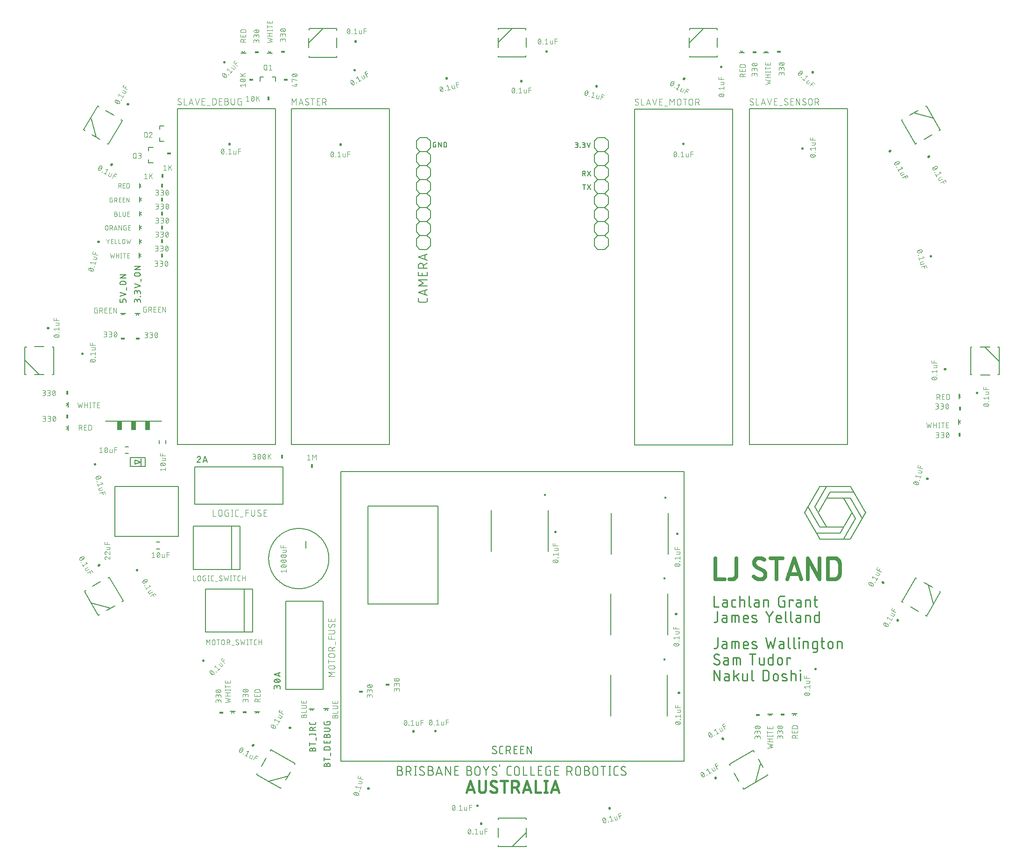
<source format=gto>
G04 EAGLE Gerber X2 export*
G75*
%MOMM*%
%FSLAX34Y34*%
%LPD*%
%AMOC8*
5,1,8,0,0,1.08239X$1,22.5*%
G01*
%ADD10C,0.203200*%
%ADD11C,0.685800*%
%ADD12C,0.228600*%
%ADD13C,0.381000*%
%ADD14R,5.588000X0.010156*%
%ADD15R,5.608319X0.010156*%
%ADD16R,5.628637X0.010156*%
%ADD17R,5.648956X0.010162*%
%ADD18R,5.648956X0.010156*%
%ADD19R,5.669275X0.010156*%
%ADD20R,5.689600X0.010156*%
%ADD21R,5.689600X0.010162*%
%ADD22R,0.121919X0.010156*%
%ADD23R,0.132081X0.010156*%
%ADD24R,0.111756X0.010156*%
%ADD25R,0.132075X0.010156*%
%ADD26R,0.111756X0.010162*%
%ADD27R,0.142238X0.010162*%
%ADD28R,0.111763X0.010162*%
%ADD29R,0.132081X0.010162*%
%ADD30R,0.142238X0.010156*%
%ADD31R,0.121919X0.010162*%
%ADD32R,0.132075X0.010162*%
%ADD33R,0.111763X0.010156*%
%ADD34R,3.322319X0.010162*%
%ADD35R,4.358638X0.010156*%
%ADD36R,4.368800X0.010156*%
%ADD37R,4.389119X0.010156*%
%ADD38R,4.399281X0.010156*%
%ADD39R,4.409438X0.010162*%
%ADD40R,4.419600X0.010156*%
%ADD41R,4.429756X0.010156*%
%ADD42R,4.439919X0.010156*%
%ADD43R,4.450075X0.010156*%
%ADD44R,4.470400X0.010162*%
%ADD45R,4.378963X0.010156*%
%ADD46R,4.460237X0.010156*%
%ADD47R,4.460237X0.010162*%
%ADD48R,0.152400X0.010156*%
%ADD49R,0.162556X0.010162*%
%ADD50R,0.172719X0.010156*%
%ADD51R,0.182881X0.010156*%
%ADD52R,0.193038X0.010156*%
%ADD53R,0.203200X0.010156*%
%ADD54R,0.213356X0.010162*%
%ADD55R,0.233681X0.010156*%
%ADD56R,0.243838X0.010156*%
%ADD57R,0.254000X0.010156*%
%ADD58R,0.233675X0.010156*%
%ADD59R,0.213356X0.010156*%
%ADD60R,0.193038X0.010162*%
%ADD61R,0.152400X0.010162*%
%ADD62R,0.182875X0.010156*%
%ADD63R,0.254000X0.010162*%
%ADD64R,0.162562X0.010156*%
%ADD65R,4.439919X0.010162*%
%ADD66R,4.409438X0.010156*%
%ADD67R,4.378956X0.010162*%
%ADD68R,4.378956X0.010156*%
%ADD69R,4.470400X0.010156*%
%ADD70R,4.450081X0.010156*%
%ADD71R,4.399275X0.010156*%
%ADD72R,4.389119X0.010162*%
%ADD73R,3.322319X0.010156*%
%ADD74R,5.669275X0.010162*%
%ADD75R,5.608319X0.010162*%
%ADD76C,0.152400*%
%ADD77C,0.127000*%
%ADD78C,0.101600*%
%ADD79R,0.381000X0.762000*%
%ADD80C,0.076200*%
%ADD81R,0.965200X1.676400*%
%ADD82R,0.200000X1.400000*%
%ADD83R,0.762000X0.381000*%
%ADD84C,0.400000*%


D10*
X563541Y162984D02*
X563541Y165947D01*
X563542Y165947D02*
X563544Y166054D01*
X563550Y166161D01*
X563559Y166267D01*
X563573Y166373D01*
X563590Y166479D01*
X563611Y166584D01*
X563636Y166688D01*
X563665Y166791D01*
X563697Y166893D01*
X563733Y166994D01*
X563773Y167093D01*
X563816Y167191D01*
X563863Y167287D01*
X563913Y167382D01*
X563966Y167475D01*
X564023Y167565D01*
X564083Y167654D01*
X564146Y167740D01*
X564212Y167824D01*
X564282Y167906D01*
X564354Y167985D01*
X564429Y168061D01*
X564507Y168135D01*
X564587Y168205D01*
X564670Y168273D01*
X564755Y168338D01*
X564842Y168399D01*
X564932Y168458D01*
X565024Y168513D01*
X565117Y168565D01*
X565213Y168613D01*
X565310Y168658D01*
X565408Y168700D01*
X565508Y168737D01*
X565610Y168772D01*
X565712Y168802D01*
X565816Y168829D01*
X565920Y168852D01*
X566026Y168871D01*
X566132Y168886D01*
X566238Y168898D01*
X566345Y168906D01*
X566452Y168910D01*
X566558Y168910D01*
X566665Y168906D01*
X566772Y168898D01*
X566878Y168886D01*
X566984Y168871D01*
X567090Y168852D01*
X567194Y168829D01*
X567298Y168802D01*
X567400Y168772D01*
X567502Y168737D01*
X567602Y168700D01*
X567700Y168658D01*
X567797Y168613D01*
X567893Y168565D01*
X567987Y168513D01*
X568078Y168458D01*
X568168Y168399D01*
X568255Y168338D01*
X568340Y168273D01*
X568423Y168205D01*
X568503Y168135D01*
X568581Y168061D01*
X568656Y167985D01*
X568728Y167906D01*
X568798Y167824D01*
X568864Y167740D01*
X568927Y167654D01*
X568987Y167565D01*
X569044Y167475D01*
X569097Y167382D01*
X569147Y167287D01*
X569194Y167191D01*
X569237Y167093D01*
X569277Y166994D01*
X569313Y166893D01*
X569345Y166791D01*
X569374Y166688D01*
X569399Y166584D01*
X569420Y166479D01*
X569437Y166373D01*
X569451Y166267D01*
X569460Y166161D01*
X569466Y166054D01*
X569468Y165947D01*
X569468Y162984D01*
X558800Y162984D01*
X558800Y165947D01*
X558802Y166044D01*
X558808Y166140D01*
X558818Y166236D01*
X558832Y166332D01*
X558849Y166427D01*
X558871Y166522D01*
X558896Y166615D01*
X558925Y166707D01*
X558958Y166798D01*
X558995Y166888D01*
X559035Y166976D01*
X559079Y167062D01*
X559126Y167146D01*
X559176Y167229D01*
X559230Y167309D01*
X559288Y167387D01*
X559348Y167463D01*
X559411Y167536D01*
X559477Y167606D01*
X559547Y167674D01*
X559618Y167739D01*
X559693Y167801D01*
X559770Y167859D01*
X559849Y167915D01*
X559930Y167967D01*
X560014Y168016D01*
X560099Y168062D01*
X560186Y168104D01*
X560275Y168142D01*
X560365Y168177D01*
X560457Y168208D01*
X560550Y168235D01*
X560643Y168259D01*
X560738Y168278D01*
X560834Y168294D01*
X560930Y168306D01*
X561026Y168314D01*
X561123Y168318D01*
X561219Y168318D01*
X561316Y168314D01*
X561412Y168306D01*
X561508Y168294D01*
X561604Y168278D01*
X561699Y168259D01*
X561792Y168235D01*
X561885Y168208D01*
X561977Y168177D01*
X562067Y168142D01*
X562156Y168104D01*
X562243Y168062D01*
X562328Y168016D01*
X562412Y167967D01*
X562493Y167915D01*
X562572Y167859D01*
X562649Y167801D01*
X562724Y167739D01*
X562795Y167674D01*
X562865Y167606D01*
X562931Y167536D01*
X562994Y167463D01*
X563054Y167387D01*
X563112Y167309D01*
X563166Y167229D01*
X563216Y167146D01*
X563263Y167062D01*
X563307Y166976D01*
X563347Y166888D01*
X563384Y166798D01*
X563417Y166707D01*
X563446Y166615D01*
X563471Y166522D01*
X563493Y166427D01*
X563510Y166332D01*
X563524Y166236D01*
X563534Y166140D01*
X563540Y166044D01*
X563542Y165947D01*
X558800Y175980D02*
X569468Y175980D01*
X558800Y173017D02*
X558800Y178943D01*
X570653Y183134D02*
X570653Y187875D01*
X569468Y193209D02*
X558800Y193209D01*
X558800Y196173D01*
X558802Y196279D01*
X558808Y196384D01*
X558817Y196490D01*
X558830Y196595D01*
X558847Y196699D01*
X558868Y196803D01*
X558892Y196906D01*
X558920Y197008D01*
X558952Y197109D01*
X558987Y197208D01*
X559026Y197307D01*
X559068Y197404D01*
X559113Y197499D01*
X559162Y197593D01*
X559215Y197685D01*
X559270Y197775D01*
X559329Y197863D01*
X559391Y197949D01*
X559456Y198032D01*
X559524Y198113D01*
X559594Y198192D01*
X559668Y198268D01*
X559744Y198342D01*
X559823Y198412D01*
X559904Y198480D01*
X559987Y198545D01*
X560073Y198607D01*
X560161Y198666D01*
X560251Y198721D01*
X560343Y198774D01*
X560437Y198823D01*
X560532Y198868D01*
X560629Y198910D01*
X560728Y198949D01*
X560827Y198984D01*
X560928Y199016D01*
X561030Y199044D01*
X561133Y199068D01*
X561237Y199089D01*
X561341Y199106D01*
X561446Y199119D01*
X561552Y199128D01*
X561657Y199134D01*
X561763Y199136D01*
X566505Y199136D01*
X566611Y199134D01*
X566716Y199128D01*
X566822Y199119D01*
X566927Y199106D01*
X567031Y199089D01*
X567135Y199068D01*
X567238Y199044D01*
X567340Y199016D01*
X567441Y198984D01*
X567540Y198949D01*
X567639Y198910D01*
X567736Y198868D01*
X567831Y198823D01*
X567925Y198774D01*
X568017Y198721D01*
X568107Y198666D01*
X568195Y198607D01*
X568281Y198545D01*
X568364Y198480D01*
X568445Y198412D01*
X568524Y198342D01*
X568600Y198268D01*
X568674Y198192D01*
X568744Y198113D01*
X568812Y198032D01*
X568877Y197949D01*
X568939Y197863D01*
X568998Y197775D01*
X569053Y197685D01*
X569106Y197593D01*
X569155Y197499D01*
X569200Y197404D01*
X569242Y197307D01*
X569281Y197208D01*
X569316Y197109D01*
X569348Y197008D01*
X569376Y196906D01*
X569400Y196803D01*
X569421Y196699D01*
X569438Y196595D01*
X569451Y196490D01*
X569460Y196384D01*
X569466Y196279D01*
X569468Y196173D01*
X569468Y193209D01*
X569468Y205435D02*
X569468Y210177D01*
X569468Y205435D02*
X558800Y205435D01*
X558800Y210177D01*
X563541Y208991D02*
X563541Y205435D01*
X563541Y215561D02*
X563541Y218525D01*
X563542Y218525D02*
X563544Y218632D01*
X563550Y218739D01*
X563559Y218845D01*
X563573Y218951D01*
X563590Y219057D01*
X563611Y219162D01*
X563636Y219266D01*
X563665Y219369D01*
X563697Y219471D01*
X563733Y219572D01*
X563773Y219671D01*
X563816Y219769D01*
X563863Y219865D01*
X563913Y219960D01*
X563966Y220053D01*
X564023Y220143D01*
X564083Y220232D01*
X564146Y220318D01*
X564212Y220402D01*
X564282Y220484D01*
X564354Y220563D01*
X564429Y220639D01*
X564507Y220713D01*
X564587Y220783D01*
X564670Y220851D01*
X564755Y220916D01*
X564842Y220977D01*
X564932Y221036D01*
X565024Y221091D01*
X565117Y221143D01*
X565213Y221191D01*
X565310Y221236D01*
X565408Y221278D01*
X565508Y221315D01*
X565610Y221350D01*
X565712Y221380D01*
X565816Y221407D01*
X565920Y221430D01*
X566026Y221449D01*
X566132Y221464D01*
X566238Y221476D01*
X566345Y221484D01*
X566452Y221488D01*
X566558Y221488D01*
X566665Y221484D01*
X566772Y221476D01*
X566878Y221464D01*
X566984Y221449D01*
X567090Y221430D01*
X567194Y221407D01*
X567298Y221380D01*
X567400Y221350D01*
X567502Y221315D01*
X567602Y221278D01*
X567700Y221236D01*
X567797Y221191D01*
X567893Y221143D01*
X567987Y221091D01*
X568078Y221036D01*
X568168Y220977D01*
X568255Y220916D01*
X568340Y220851D01*
X568423Y220783D01*
X568503Y220713D01*
X568581Y220639D01*
X568656Y220563D01*
X568728Y220484D01*
X568798Y220402D01*
X568864Y220318D01*
X568927Y220232D01*
X568987Y220143D01*
X569044Y220053D01*
X569097Y219960D01*
X569147Y219865D01*
X569194Y219769D01*
X569237Y219671D01*
X569277Y219572D01*
X569313Y219471D01*
X569345Y219369D01*
X569374Y219266D01*
X569399Y219162D01*
X569420Y219057D01*
X569437Y218951D01*
X569451Y218845D01*
X569460Y218739D01*
X569466Y218632D01*
X569468Y218525D01*
X569468Y215561D01*
X558800Y215561D01*
X558800Y218525D01*
X558802Y218622D01*
X558808Y218718D01*
X558818Y218814D01*
X558832Y218910D01*
X558849Y219005D01*
X558871Y219100D01*
X558896Y219193D01*
X558925Y219285D01*
X558958Y219376D01*
X558995Y219466D01*
X559035Y219554D01*
X559079Y219640D01*
X559126Y219724D01*
X559176Y219807D01*
X559230Y219887D01*
X559288Y219965D01*
X559348Y220041D01*
X559411Y220114D01*
X559477Y220184D01*
X559547Y220252D01*
X559618Y220317D01*
X559693Y220379D01*
X559770Y220437D01*
X559849Y220493D01*
X559930Y220545D01*
X560014Y220594D01*
X560099Y220640D01*
X560186Y220682D01*
X560275Y220720D01*
X560365Y220755D01*
X560457Y220786D01*
X560550Y220813D01*
X560643Y220837D01*
X560738Y220856D01*
X560834Y220872D01*
X560930Y220884D01*
X561026Y220892D01*
X561123Y220896D01*
X561219Y220896D01*
X561316Y220892D01*
X561412Y220884D01*
X561508Y220872D01*
X561604Y220856D01*
X561699Y220837D01*
X561792Y220813D01*
X561885Y220786D01*
X561977Y220755D01*
X562067Y220720D01*
X562156Y220682D01*
X562243Y220640D01*
X562328Y220594D01*
X562412Y220545D01*
X562493Y220493D01*
X562572Y220437D01*
X562649Y220379D01*
X562724Y220317D01*
X562795Y220252D01*
X562865Y220184D01*
X562931Y220114D01*
X562994Y220041D01*
X563054Y219965D01*
X563112Y219887D01*
X563166Y219807D01*
X563216Y219724D01*
X563263Y219640D01*
X563307Y219554D01*
X563347Y219466D01*
X563384Y219376D01*
X563417Y219285D01*
X563446Y219193D01*
X563471Y219100D01*
X563493Y219005D01*
X563510Y218910D01*
X563524Y218814D01*
X563534Y218718D01*
X563540Y218622D01*
X563542Y218525D01*
X566505Y226737D02*
X558800Y226737D01*
X566505Y226738D02*
X566612Y226740D01*
X566719Y226746D01*
X566825Y226755D01*
X566931Y226769D01*
X567037Y226786D01*
X567142Y226807D01*
X567246Y226832D01*
X567349Y226861D01*
X567451Y226893D01*
X567552Y226929D01*
X567651Y226969D01*
X567749Y227012D01*
X567845Y227059D01*
X567940Y227109D01*
X568033Y227162D01*
X568123Y227219D01*
X568212Y227279D01*
X568298Y227342D01*
X568382Y227408D01*
X568464Y227478D01*
X568543Y227550D01*
X568619Y227625D01*
X568693Y227703D01*
X568763Y227783D01*
X568831Y227866D01*
X568896Y227951D01*
X568957Y228038D01*
X569016Y228128D01*
X569071Y228220D01*
X569123Y228313D01*
X569171Y228409D01*
X569216Y228506D01*
X569258Y228604D01*
X569295Y228704D01*
X569330Y228806D01*
X569360Y228908D01*
X569387Y229012D01*
X569410Y229116D01*
X569429Y229222D01*
X569444Y229328D01*
X569456Y229434D01*
X569464Y229541D01*
X569468Y229648D01*
X569468Y229754D01*
X569464Y229861D01*
X569456Y229968D01*
X569444Y230074D01*
X569429Y230180D01*
X569410Y230286D01*
X569387Y230390D01*
X569360Y230494D01*
X569330Y230596D01*
X569295Y230698D01*
X569258Y230798D01*
X569216Y230896D01*
X569171Y230993D01*
X569123Y231089D01*
X569071Y231182D01*
X569016Y231274D01*
X568957Y231364D01*
X568896Y231451D01*
X568831Y231536D01*
X568763Y231619D01*
X568693Y231699D01*
X568619Y231777D01*
X568543Y231852D01*
X568464Y231924D01*
X568382Y231994D01*
X568298Y232060D01*
X568212Y232123D01*
X568123Y232183D01*
X568033Y232240D01*
X567940Y232293D01*
X567845Y232343D01*
X567749Y232390D01*
X567651Y232433D01*
X567552Y232473D01*
X567451Y232509D01*
X567349Y232541D01*
X567246Y232570D01*
X567142Y232595D01*
X567037Y232616D01*
X566931Y232633D01*
X566825Y232647D01*
X566719Y232656D01*
X566612Y232662D01*
X566505Y232664D01*
X558800Y232664D01*
X563541Y243078D02*
X563541Y244856D01*
X569468Y244856D01*
X569468Y241300D01*
X569466Y241205D01*
X569460Y241109D01*
X569451Y241014D01*
X569437Y240920D01*
X569420Y240826D01*
X569399Y240733D01*
X569374Y240640D01*
X569346Y240549D01*
X569314Y240459D01*
X569278Y240371D01*
X569239Y240284D01*
X569196Y240198D01*
X569150Y240115D01*
X569101Y240033D01*
X569048Y239953D01*
X568992Y239876D01*
X568934Y239800D01*
X568872Y239728D01*
X568807Y239658D01*
X568739Y239590D01*
X568669Y239525D01*
X568597Y239463D01*
X568521Y239405D01*
X568444Y239349D01*
X568364Y239296D01*
X568283Y239247D01*
X568199Y239201D01*
X568113Y239158D01*
X568026Y239119D01*
X567938Y239083D01*
X567848Y239051D01*
X567757Y239023D01*
X567664Y238998D01*
X567571Y238977D01*
X567477Y238960D01*
X567383Y238946D01*
X567288Y238937D01*
X567193Y238931D01*
X567097Y238929D01*
X561171Y238929D01*
X561076Y238931D01*
X560980Y238937D01*
X560885Y238946D01*
X560791Y238960D01*
X560697Y238977D01*
X560604Y238998D01*
X560511Y239023D01*
X560420Y239051D01*
X560330Y239083D01*
X560242Y239119D01*
X560155Y239158D01*
X560069Y239201D01*
X559986Y239247D01*
X559904Y239296D01*
X559824Y239349D01*
X559747Y239405D01*
X559671Y239463D01*
X559599Y239525D01*
X559529Y239590D01*
X559461Y239658D01*
X559396Y239728D01*
X559334Y239800D01*
X559276Y239876D01*
X559220Y239953D01*
X559167Y240033D01*
X559118Y240114D01*
X559072Y240198D01*
X559029Y240284D01*
X558990Y240371D01*
X558954Y240459D01*
X558922Y240549D01*
X558894Y240640D01*
X558869Y240733D01*
X558848Y240826D01*
X558831Y240920D01*
X558817Y241014D01*
X558808Y241109D01*
X558802Y241204D01*
X558800Y241300D01*
X558800Y244856D01*
X537379Y193852D02*
X537379Y190889D01*
X537380Y193852D02*
X537382Y193959D01*
X537388Y194066D01*
X537397Y194172D01*
X537411Y194278D01*
X537428Y194384D01*
X537449Y194489D01*
X537474Y194593D01*
X537503Y194696D01*
X537535Y194798D01*
X537571Y194899D01*
X537611Y194998D01*
X537654Y195096D01*
X537701Y195192D01*
X537751Y195287D01*
X537804Y195380D01*
X537861Y195470D01*
X537921Y195559D01*
X537984Y195645D01*
X538050Y195729D01*
X538120Y195811D01*
X538192Y195890D01*
X538267Y195966D01*
X538345Y196040D01*
X538425Y196110D01*
X538508Y196178D01*
X538593Y196243D01*
X538680Y196304D01*
X538770Y196363D01*
X538862Y196418D01*
X538955Y196470D01*
X539051Y196518D01*
X539148Y196563D01*
X539246Y196605D01*
X539346Y196642D01*
X539448Y196677D01*
X539550Y196707D01*
X539654Y196734D01*
X539758Y196757D01*
X539864Y196776D01*
X539970Y196791D01*
X540076Y196803D01*
X540183Y196811D01*
X540290Y196815D01*
X540396Y196815D01*
X540503Y196811D01*
X540610Y196803D01*
X540716Y196791D01*
X540822Y196776D01*
X540928Y196757D01*
X541032Y196734D01*
X541136Y196707D01*
X541238Y196677D01*
X541340Y196642D01*
X541440Y196605D01*
X541538Y196563D01*
X541635Y196518D01*
X541731Y196470D01*
X541825Y196418D01*
X541916Y196363D01*
X542006Y196304D01*
X542093Y196243D01*
X542178Y196178D01*
X542261Y196110D01*
X542341Y196040D01*
X542419Y195966D01*
X542494Y195890D01*
X542566Y195811D01*
X542636Y195729D01*
X542702Y195645D01*
X542765Y195559D01*
X542825Y195470D01*
X542882Y195380D01*
X542935Y195287D01*
X542985Y195192D01*
X543032Y195096D01*
X543075Y194998D01*
X543115Y194899D01*
X543151Y194798D01*
X543183Y194696D01*
X543212Y194593D01*
X543237Y194489D01*
X543258Y194384D01*
X543275Y194278D01*
X543289Y194172D01*
X543298Y194066D01*
X543304Y193959D01*
X543306Y193852D01*
X543306Y190889D01*
X532638Y190889D01*
X532638Y193852D01*
X532640Y193949D01*
X532646Y194045D01*
X532656Y194141D01*
X532670Y194237D01*
X532687Y194332D01*
X532709Y194427D01*
X532734Y194520D01*
X532763Y194612D01*
X532796Y194703D01*
X532833Y194793D01*
X532873Y194881D01*
X532917Y194967D01*
X532964Y195051D01*
X533014Y195134D01*
X533068Y195214D01*
X533126Y195292D01*
X533186Y195368D01*
X533249Y195441D01*
X533315Y195511D01*
X533385Y195579D01*
X533456Y195644D01*
X533531Y195706D01*
X533608Y195764D01*
X533687Y195820D01*
X533768Y195872D01*
X533852Y195921D01*
X533937Y195967D01*
X534024Y196009D01*
X534113Y196047D01*
X534203Y196082D01*
X534295Y196113D01*
X534388Y196140D01*
X534481Y196164D01*
X534576Y196183D01*
X534672Y196199D01*
X534768Y196211D01*
X534864Y196219D01*
X534961Y196223D01*
X535057Y196223D01*
X535154Y196219D01*
X535250Y196211D01*
X535346Y196199D01*
X535442Y196183D01*
X535537Y196164D01*
X535630Y196140D01*
X535723Y196113D01*
X535815Y196082D01*
X535905Y196047D01*
X535994Y196009D01*
X536081Y195967D01*
X536166Y195921D01*
X536250Y195872D01*
X536331Y195820D01*
X536410Y195764D01*
X536487Y195706D01*
X536562Y195644D01*
X536633Y195579D01*
X536703Y195511D01*
X536769Y195441D01*
X536832Y195368D01*
X536892Y195292D01*
X536950Y195214D01*
X537004Y195134D01*
X537054Y195051D01*
X537101Y194967D01*
X537145Y194881D01*
X537185Y194793D01*
X537222Y194703D01*
X537255Y194612D01*
X537284Y194520D01*
X537309Y194427D01*
X537331Y194332D01*
X537348Y194237D01*
X537362Y194141D01*
X537372Y194045D01*
X537378Y193949D01*
X537380Y193852D01*
X532638Y203885D02*
X543306Y203885D01*
X532638Y200922D02*
X532638Y206848D01*
X544491Y211039D02*
X544491Y215781D01*
X543306Y221411D02*
X532638Y221411D01*
X543306Y220226D02*
X543306Y222596D01*
X532638Y222596D02*
X532638Y220226D01*
X532638Y228083D02*
X543306Y228083D01*
X532638Y228083D02*
X532638Y231046D01*
X532640Y231153D01*
X532646Y231260D01*
X532655Y231366D01*
X532669Y231472D01*
X532686Y231578D01*
X532707Y231683D01*
X532732Y231787D01*
X532761Y231890D01*
X532793Y231992D01*
X532829Y232093D01*
X532869Y232192D01*
X532912Y232290D01*
X532959Y232386D01*
X533009Y232481D01*
X533062Y232574D01*
X533119Y232664D01*
X533179Y232753D01*
X533242Y232839D01*
X533308Y232923D01*
X533378Y233005D01*
X533450Y233084D01*
X533525Y233160D01*
X533603Y233234D01*
X533683Y233304D01*
X533766Y233372D01*
X533851Y233437D01*
X533938Y233498D01*
X534028Y233557D01*
X534120Y233612D01*
X534213Y233664D01*
X534309Y233712D01*
X534406Y233757D01*
X534504Y233799D01*
X534604Y233836D01*
X534706Y233871D01*
X534808Y233901D01*
X534912Y233928D01*
X535016Y233951D01*
X535122Y233970D01*
X535228Y233985D01*
X535334Y233997D01*
X535441Y234005D01*
X535548Y234009D01*
X535654Y234009D01*
X535761Y234005D01*
X535868Y233997D01*
X535974Y233985D01*
X536080Y233970D01*
X536186Y233951D01*
X536290Y233928D01*
X536394Y233901D01*
X536496Y233871D01*
X536598Y233836D01*
X536698Y233799D01*
X536796Y233757D01*
X536893Y233712D01*
X536989Y233664D01*
X537083Y233612D01*
X537174Y233557D01*
X537264Y233498D01*
X537351Y233437D01*
X537436Y233372D01*
X537519Y233304D01*
X537599Y233234D01*
X537677Y233160D01*
X537752Y233084D01*
X537824Y233005D01*
X537894Y232923D01*
X537960Y232839D01*
X538023Y232753D01*
X538083Y232664D01*
X538140Y232574D01*
X538193Y232481D01*
X538243Y232386D01*
X538290Y232290D01*
X538333Y232192D01*
X538373Y232093D01*
X538409Y231992D01*
X538441Y231890D01*
X538470Y231787D01*
X538495Y231683D01*
X538516Y231578D01*
X538533Y231472D01*
X538547Y231366D01*
X538556Y231260D01*
X538562Y231153D01*
X538564Y231046D01*
X538565Y231046D02*
X538565Y228083D01*
X538565Y231639D02*
X543306Y234010D01*
X543306Y241723D02*
X543306Y244094D01*
X543306Y241723D02*
X543304Y241628D01*
X543298Y241532D01*
X543289Y241437D01*
X543275Y241343D01*
X543258Y241249D01*
X543237Y241156D01*
X543212Y241063D01*
X543184Y240972D01*
X543152Y240882D01*
X543116Y240794D01*
X543077Y240707D01*
X543034Y240621D01*
X542988Y240538D01*
X542939Y240456D01*
X542886Y240376D01*
X542830Y240299D01*
X542772Y240223D01*
X542710Y240151D01*
X542645Y240081D01*
X542577Y240013D01*
X542507Y239948D01*
X542435Y239886D01*
X542359Y239828D01*
X542282Y239772D01*
X542202Y239719D01*
X542121Y239670D01*
X542037Y239624D01*
X541951Y239581D01*
X541864Y239542D01*
X541776Y239506D01*
X541686Y239474D01*
X541595Y239446D01*
X541502Y239421D01*
X541409Y239400D01*
X541315Y239383D01*
X541221Y239369D01*
X541126Y239360D01*
X541031Y239354D01*
X540935Y239352D01*
X540935Y239353D02*
X535009Y239353D01*
X535009Y239352D02*
X534914Y239354D01*
X534818Y239360D01*
X534723Y239369D01*
X534629Y239383D01*
X534535Y239400D01*
X534442Y239421D01*
X534349Y239446D01*
X534258Y239474D01*
X534168Y239506D01*
X534080Y239542D01*
X533993Y239581D01*
X533907Y239624D01*
X533824Y239670D01*
X533742Y239719D01*
X533662Y239772D01*
X533585Y239828D01*
X533509Y239886D01*
X533437Y239948D01*
X533367Y240013D01*
X533299Y240081D01*
X533234Y240151D01*
X533172Y240223D01*
X533114Y240299D01*
X533058Y240376D01*
X533005Y240456D01*
X532956Y240537D01*
X532910Y240621D01*
X532867Y240707D01*
X532828Y240794D01*
X532792Y240882D01*
X532760Y240972D01*
X532732Y241063D01*
X532707Y241156D01*
X532686Y241249D01*
X532669Y241343D01*
X532655Y241437D01*
X532646Y241532D01*
X532640Y241627D01*
X532638Y241723D01*
X532638Y244094D01*
D11*
X1267689Y502437D02*
X1267689Y541299D01*
X1267689Y502437D02*
X1284961Y502437D01*
X1306407Y511073D02*
X1306407Y541299D01*
X1306407Y511073D02*
X1306404Y510864D01*
X1306397Y510656D01*
X1306384Y510447D01*
X1306367Y510240D01*
X1306344Y510032D01*
X1306316Y509825D01*
X1306284Y509619D01*
X1306246Y509414D01*
X1306204Y509209D01*
X1306156Y509006D01*
X1306104Y508804D01*
X1306046Y508604D01*
X1305984Y508404D01*
X1305917Y508207D01*
X1305846Y508011D01*
X1305769Y507816D01*
X1305688Y507624D01*
X1305603Y507434D01*
X1305513Y507246D01*
X1305418Y507060D01*
X1305319Y506876D01*
X1305215Y506695D01*
X1305107Y506516D01*
X1304995Y506340D01*
X1304878Y506167D01*
X1304758Y505997D01*
X1304633Y505830D01*
X1304504Y505665D01*
X1304372Y505504D01*
X1304235Y505346D01*
X1304095Y505192D01*
X1303951Y505041D01*
X1303803Y504893D01*
X1303652Y504749D01*
X1303498Y504609D01*
X1303340Y504472D01*
X1303179Y504340D01*
X1303014Y504211D01*
X1302847Y504086D01*
X1302677Y503966D01*
X1302504Y503849D01*
X1302328Y503737D01*
X1302149Y503629D01*
X1301968Y503525D01*
X1301784Y503426D01*
X1301598Y503331D01*
X1301410Y503241D01*
X1301220Y503156D01*
X1301028Y503075D01*
X1300833Y502998D01*
X1300637Y502927D01*
X1300440Y502860D01*
X1300240Y502798D01*
X1300040Y502740D01*
X1299838Y502688D01*
X1299635Y502640D01*
X1299430Y502598D01*
X1299225Y502560D01*
X1299019Y502528D01*
X1298812Y502500D01*
X1298604Y502477D01*
X1298397Y502460D01*
X1298188Y502447D01*
X1297980Y502440D01*
X1297771Y502437D01*
X1293453Y502437D01*
X1350323Y502437D02*
X1350532Y502440D01*
X1350740Y502447D01*
X1350949Y502460D01*
X1351156Y502477D01*
X1351364Y502500D01*
X1351571Y502528D01*
X1351777Y502560D01*
X1351982Y502598D01*
X1352187Y502640D01*
X1352390Y502688D01*
X1352592Y502740D01*
X1352792Y502798D01*
X1352992Y502860D01*
X1353189Y502927D01*
X1353385Y502998D01*
X1353580Y503075D01*
X1353772Y503156D01*
X1353962Y503241D01*
X1354150Y503331D01*
X1354336Y503426D01*
X1354520Y503525D01*
X1354701Y503629D01*
X1354880Y503737D01*
X1355056Y503849D01*
X1355229Y503966D01*
X1355399Y504086D01*
X1355566Y504211D01*
X1355731Y504340D01*
X1355892Y504472D01*
X1356050Y504609D01*
X1356204Y504749D01*
X1356355Y504893D01*
X1356503Y505041D01*
X1356647Y505192D01*
X1356787Y505346D01*
X1356924Y505504D01*
X1357056Y505665D01*
X1357185Y505830D01*
X1357310Y505997D01*
X1357430Y506167D01*
X1357547Y506340D01*
X1357659Y506516D01*
X1357767Y506695D01*
X1357871Y506876D01*
X1357970Y507060D01*
X1358065Y507246D01*
X1358155Y507434D01*
X1358240Y507624D01*
X1358321Y507816D01*
X1358398Y508011D01*
X1358469Y508207D01*
X1358536Y508404D01*
X1358598Y508604D01*
X1358656Y508804D01*
X1358708Y509006D01*
X1358756Y509209D01*
X1358798Y509414D01*
X1358836Y509619D01*
X1358868Y509825D01*
X1358896Y510032D01*
X1358919Y510240D01*
X1358936Y510447D01*
X1358949Y510656D01*
X1358956Y510864D01*
X1358959Y511073D01*
X1350323Y502437D02*
X1349887Y502442D01*
X1349450Y502458D01*
X1349015Y502484D01*
X1348580Y502520D01*
X1348146Y502567D01*
X1347713Y502625D01*
X1347282Y502692D01*
X1346852Y502770D01*
X1346425Y502858D01*
X1345999Y502957D01*
X1345577Y503065D01*
X1345156Y503184D01*
X1344739Y503312D01*
X1344325Y503451D01*
X1343915Y503599D01*
X1343508Y503758D01*
X1343105Y503926D01*
X1342706Y504103D01*
X1342312Y504290D01*
X1341922Y504486D01*
X1341537Y504692D01*
X1341157Y504907D01*
X1340782Y505131D01*
X1340413Y505363D01*
X1340049Y505605D01*
X1339692Y505855D01*
X1339340Y506113D01*
X1338994Y506380D01*
X1338656Y506655D01*
X1338323Y506939D01*
X1337998Y507230D01*
X1337680Y507528D01*
X1337369Y507835D01*
X1338449Y532663D02*
X1338452Y532872D01*
X1338459Y533080D01*
X1338472Y533289D01*
X1338489Y533496D01*
X1338512Y533704D01*
X1338540Y533911D01*
X1338572Y534117D01*
X1338610Y534322D01*
X1338652Y534527D01*
X1338700Y534730D01*
X1338752Y534932D01*
X1338810Y535132D01*
X1338872Y535332D01*
X1338939Y535529D01*
X1339010Y535725D01*
X1339087Y535920D01*
X1339168Y536112D01*
X1339253Y536302D01*
X1339343Y536490D01*
X1339438Y536676D01*
X1339537Y536860D01*
X1339641Y537041D01*
X1339749Y537220D01*
X1339861Y537396D01*
X1339978Y537569D01*
X1340098Y537739D01*
X1340223Y537906D01*
X1340352Y538071D01*
X1340484Y538232D01*
X1340621Y538390D01*
X1340761Y538544D01*
X1340905Y538695D01*
X1341053Y538843D01*
X1341204Y538987D01*
X1341358Y539127D01*
X1341516Y539264D01*
X1341677Y539396D01*
X1341842Y539525D01*
X1342009Y539650D01*
X1342179Y539770D01*
X1342352Y539887D01*
X1342528Y539999D01*
X1342707Y540107D01*
X1342888Y540211D01*
X1343072Y540310D01*
X1343258Y540405D01*
X1343446Y540495D01*
X1343636Y540580D01*
X1343828Y540661D01*
X1344023Y540738D01*
X1344219Y540809D01*
X1344416Y540876D01*
X1344616Y540938D01*
X1344816Y540996D01*
X1345018Y541048D01*
X1345221Y541096D01*
X1345426Y541138D01*
X1345631Y541176D01*
X1345837Y541208D01*
X1346044Y541236D01*
X1346252Y541259D01*
X1346459Y541276D01*
X1346668Y541289D01*
X1346876Y541296D01*
X1347085Y541299D01*
X1347085Y541300D02*
X1347471Y541295D01*
X1347857Y541282D01*
X1348242Y541259D01*
X1348626Y541226D01*
X1349010Y541185D01*
X1349393Y541135D01*
X1349774Y541075D01*
X1350154Y541007D01*
X1350532Y540929D01*
X1350908Y540842D01*
X1351282Y540747D01*
X1351653Y540642D01*
X1352022Y540529D01*
X1352388Y540407D01*
X1352751Y540276D01*
X1353111Y540137D01*
X1353468Y539989D01*
X1353821Y539833D01*
X1354170Y539668D01*
X1354515Y539495D01*
X1354855Y539314D01*
X1355192Y539125D01*
X1355524Y538927D01*
X1355851Y538722D01*
X1356173Y538510D01*
X1356489Y538289D01*
X1356801Y538061D01*
X1342767Y525106D02*
X1342586Y525216D01*
X1342407Y525330D01*
X1342232Y525449D01*
X1342059Y525571D01*
X1341889Y525698D01*
X1341723Y525828D01*
X1341559Y525963D01*
X1341399Y526102D01*
X1341242Y526244D01*
X1341089Y526390D01*
X1340940Y526540D01*
X1340794Y526694D01*
X1340651Y526851D01*
X1340513Y527011D01*
X1340378Y527175D01*
X1340248Y527341D01*
X1340121Y527511D01*
X1339999Y527684D01*
X1339881Y527860D01*
X1339767Y528038D01*
X1339658Y528220D01*
X1339553Y528404D01*
X1339452Y528590D01*
X1339356Y528779D01*
X1339264Y528970D01*
X1339178Y529163D01*
X1339095Y529358D01*
X1339018Y529555D01*
X1338945Y529754D01*
X1338878Y529955D01*
X1338815Y530157D01*
X1338757Y530361D01*
X1338703Y530566D01*
X1338655Y530772D01*
X1338612Y530979D01*
X1338574Y531188D01*
X1338541Y531397D01*
X1338513Y531607D01*
X1338490Y531817D01*
X1338472Y532028D01*
X1338459Y532240D01*
X1338452Y532451D01*
X1338449Y532663D01*
X1354641Y518630D02*
X1354822Y518520D01*
X1355001Y518406D01*
X1355176Y518287D01*
X1355349Y518165D01*
X1355519Y518038D01*
X1355685Y517908D01*
X1355849Y517773D01*
X1356009Y517634D01*
X1356166Y517492D01*
X1356319Y517346D01*
X1356468Y517196D01*
X1356614Y517042D01*
X1356757Y516885D01*
X1356895Y516725D01*
X1357030Y516561D01*
X1357160Y516395D01*
X1357287Y516225D01*
X1357409Y516052D01*
X1357527Y515876D01*
X1357641Y515698D01*
X1357750Y515516D01*
X1357855Y515332D01*
X1357956Y515146D01*
X1358052Y514957D01*
X1358144Y514766D01*
X1358230Y514573D01*
X1358313Y514378D01*
X1358390Y514181D01*
X1358463Y513982D01*
X1358530Y513781D01*
X1358593Y513579D01*
X1358651Y513375D01*
X1358705Y513170D01*
X1358753Y512964D01*
X1358796Y512757D01*
X1358834Y512548D01*
X1358867Y512339D01*
X1358895Y512129D01*
X1358918Y511919D01*
X1358936Y511708D01*
X1358949Y511496D01*
X1358956Y511285D01*
X1358959Y511073D01*
X1354641Y518630D02*
X1342767Y525107D01*
X1379025Y541299D02*
X1379025Y502437D01*
X1368230Y541299D02*
X1389820Y541299D01*
X1411029Y541299D02*
X1398075Y502437D01*
X1423983Y502437D02*
X1411029Y541299D01*
X1420745Y512153D02*
X1401314Y512153D01*
X1435667Y502437D02*
X1435667Y541299D01*
X1457257Y502437D01*
X1457257Y541299D01*
X1472243Y541299D02*
X1472243Y502437D01*
X1472243Y541299D02*
X1483038Y541299D01*
X1483299Y541296D01*
X1483560Y541286D01*
X1483820Y541271D01*
X1484080Y541249D01*
X1484339Y541220D01*
X1484598Y541186D01*
X1484855Y541145D01*
X1485112Y541098D01*
X1485367Y541045D01*
X1485621Y540985D01*
X1485874Y540920D01*
X1486125Y540848D01*
X1486374Y540771D01*
X1486621Y540687D01*
X1486866Y540598D01*
X1487109Y540502D01*
X1487349Y540401D01*
X1487587Y540294D01*
X1487822Y540181D01*
X1488055Y540062D01*
X1488284Y539938D01*
X1488511Y539809D01*
X1488734Y539674D01*
X1488954Y539534D01*
X1489170Y539388D01*
X1489383Y539237D01*
X1489592Y539081D01*
X1489798Y538921D01*
X1489999Y538755D01*
X1490196Y538584D01*
X1490390Y538409D01*
X1490578Y538229D01*
X1490763Y538044D01*
X1490943Y537856D01*
X1491118Y537662D01*
X1491289Y537465D01*
X1491455Y537264D01*
X1491615Y537058D01*
X1491771Y536849D01*
X1491922Y536636D01*
X1492068Y536420D01*
X1492208Y536200D01*
X1492343Y535977D01*
X1492472Y535750D01*
X1492596Y535521D01*
X1492715Y535288D01*
X1492828Y535053D01*
X1492935Y534815D01*
X1493036Y534575D01*
X1493132Y534332D01*
X1493221Y534087D01*
X1493305Y533840D01*
X1493382Y533591D01*
X1493454Y533340D01*
X1493519Y533087D01*
X1493579Y532833D01*
X1493632Y532578D01*
X1493679Y532321D01*
X1493720Y532064D01*
X1493754Y531805D01*
X1493783Y531546D01*
X1493805Y531286D01*
X1493820Y531026D01*
X1493830Y530765D01*
X1493833Y530504D01*
X1493833Y513232D01*
X1493830Y512971D01*
X1493820Y512710D01*
X1493805Y512450D01*
X1493783Y512190D01*
X1493754Y511931D01*
X1493720Y511672D01*
X1493679Y511415D01*
X1493632Y511158D01*
X1493579Y510903D01*
X1493519Y510649D01*
X1493454Y510396D01*
X1493382Y510145D01*
X1493305Y509896D01*
X1493221Y509649D01*
X1493132Y509404D01*
X1493036Y509161D01*
X1492935Y508921D01*
X1492828Y508683D01*
X1492715Y508448D01*
X1492596Y508215D01*
X1492472Y507986D01*
X1492343Y507759D01*
X1492208Y507536D01*
X1492068Y507316D01*
X1491922Y507100D01*
X1491771Y506887D01*
X1491615Y506678D01*
X1491455Y506472D01*
X1491289Y506271D01*
X1491118Y506074D01*
X1490943Y505880D01*
X1490763Y505692D01*
X1490578Y505507D01*
X1490390Y505327D01*
X1490196Y505152D01*
X1489999Y504981D01*
X1489798Y504815D01*
X1489592Y504655D01*
X1489383Y504499D01*
X1489170Y504348D01*
X1488954Y504202D01*
X1488734Y504062D01*
X1488511Y503927D01*
X1488284Y503798D01*
X1488055Y503674D01*
X1487822Y503555D01*
X1487587Y503442D01*
X1487349Y503335D01*
X1487109Y503234D01*
X1486866Y503138D01*
X1486621Y503049D01*
X1486374Y502965D01*
X1486125Y502888D01*
X1485874Y502816D01*
X1485621Y502751D01*
X1485367Y502691D01*
X1485112Y502638D01*
X1484855Y502591D01*
X1484598Y502550D01*
X1484339Y502516D01*
X1484080Y502487D01*
X1483820Y502465D01*
X1483560Y502450D01*
X1483299Y502440D01*
X1483038Y502437D01*
X1472243Y502437D01*
D12*
X1265707Y472262D02*
X1265707Y452958D01*
X1274287Y452958D01*
X1284495Y460465D02*
X1289321Y460465D01*
X1284495Y460466D02*
X1284373Y460464D01*
X1284252Y460458D01*
X1284131Y460448D01*
X1284010Y460435D01*
X1283890Y460417D01*
X1283770Y460395D01*
X1283651Y460370D01*
X1283533Y460341D01*
X1283416Y460308D01*
X1283300Y460271D01*
X1283186Y460230D01*
X1283072Y460186D01*
X1282961Y460138D01*
X1282851Y460087D01*
X1282742Y460032D01*
X1282636Y459973D01*
X1282531Y459911D01*
X1282428Y459846D01*
X1282328Y459777D01*
X1282230Y459706D01*
X1282134Y459631D01*
X1282041Y459553D01*
X1281950Y459472D01*
X1281862Y459388D01*
X1281777Y459301D01*
X1281694Y459212D01*
X1281615Y459120D01*
X1281538Y459025D01*
X1281465Y458928D01*
X1281395Y458829D01*
X1281328Y458728D01*
X1281264Y458624D01*
X1281204Y458518D01*
X1281147Y458411D01*
X1281094Y458302D01*
X1281044Y458191D01*
X1280998Y458078D01*
X1280956Y457964D01*
X1280917Y457849D01*
X1280882Y457732D01*
X1280851Y457615D01*
X1280824Y457496D01*
X1280800Y457377D01*
X1280781Y457257D01*
X1280765Y457137D01*
X1280753Y457016D01*
X1280745Y456894D01*
X1280741Y456773D01*
X1280741Y456651D01*
X1280745Y456530D01*
X1280753Y456408D01*
X1280765Y456287D01*
X1280781Y456167D01*
X1280800Y456047D01*
X1280824Y455928D01*
X1280851Y455809D01*
X1280882Y455692D01*
X1280917Y455575D01*
X1280956Y455460D01*
X1280998Y455346D01*
X1281044Y455233D01*
X1281094Y455122D01*
X1281147Y455013D01*
X1281204Y454906D01*
X1281264Y454800D01*
X1281328Y454696D01*
X1281395Y454595D01*
X1281465Y454496D01*
X1281538Y454399D01*
X1281615Y454304D01*
X1281694Y454212D01*
X1281777Y454123D01*
X1281862Y454036D01*
X1281950Y453952D01*
X1282041Y453871D01*
X1282134Y453793D01*
X1282230Y453718D01*
X1282328Y453647D01*
X1282428Y453578D01*
X1282531Y453513D01*
X1282636Y453451D01*
X1282742Y453392D01*
X1282851Y453337D01*
X1282961Y453286D01*
X1283072Y453238D01*
X1283186Y453194D01*
X1283300Y453153D01*
X1283416Y453116D01*
X1283533Y453083D01*
X1283651Y453054D01*
X1283770Y453029D01*
X1283890Y453007D01*
X1284010Y452989D01*
X1284131Y452976D01*
X1284252Y452966D01*
X1284373Y452960D01*
X1284495Y452958D01*
X1289321Y452958D01*
X1289321Y462610D01*
X1289319Y462722D01*
X1289313Y462834D01*
X1289303Y462946D01*
X1289290Y463058D01*
X1289272Y463169D01*
X1289251Y463279D01*
X1289225Y463388D01*
X1289196Y463497D01*
X1289164Y463604D01*
X1289127Y463710D01*
X1289087Y463815D01*
X1289043Y463918D01*
X1288995Y464020D01*
X1288944Y464120D01*
X1288890Y464219D01*
X1288832Y464315D01*
X1288771Y464409D01*
X1288707Y464501D01*
X1288639Y464591D01*
X1288568Y464678D01*
X1288495Y464763D01*
X1288418Y464845D01*
X1288339Y464924D01*
X1288257Y465001D01*
X1288172Y465074D01*
X1288085Y465145D01*
X1287995Y465213D01*
X1287903Y465277D01*
X1287809Y465338D01*
X1287713Y465396D01*
X1287614Y465450D01*
X1287514Y465501D01*
X1287412Y465549D01*
X1287309Y465593D01*
X1287204Y465633D01*
X1287098Y465670D01*
X1286991Y465702D01*
X1286882Y465731D01*
X1286773Y465757D01*
X1286663Y465778D01*
X1286552Y465796D01*
X1286440Y465809D01*
X1286328Y465819D01*
X1286216Y465825D01*
X1286104Y465827D01*
X1286104Y465828D02*
X1281814Y465828D01*
X1300589Y452958D02*
X1304879Y452958D01*
X1300589Y452959D02*
X1300477Y452961D01*
X1300365Y452967D01*
X1300253Y452977D01*
X1300141Y452990D01*
X1300030Y453008D01*
X1299920Y453029D01*
X1299811Y453055D01*
X1299702Y453084D01*
X1299595Y453116D01*
X1299489Y453153D01*
X1299384Y453193D01*
X1299281Y453237D01*
X1299179Y453285D01*
X1299079Y453336D01*
X1298981Y453390D01*
X1298884Y453448D01*
X1298790Y453509D01*
X1298698Y453573D01*
X1298608Y453641D01*
X1298521Y453712D01*
X1298436Y453785D01*
X1298354Y453862D01*
X1298275Y453941D01*
X1298198Y454023D01*
X1298125Y454108D01*
X1298054Y454195D01*
X1297986Y454285D01*
X1297922Y454377D01*
X1297861Y454471D01*
X1297803Y454568D01*
X1297749Y454666D01*
X1297698Y454766D01*
X1297650Y454868D01*
X1297606Y454971D01*
X1297566Y455076D01*
X1297529Y455182D01*
X1297497Y455289D01*
X1297468Y455398D01*
X1297442Y455507D01*
X1297421Y455617D01*
X1297403Y455728D01*
X1297390Y455840D01*
X1297380Y455952D01*
X1297374Y456064D01*
X1297372Y456176D01*
X1297372Y462610D01*
X1297374Y462722D01*
X1297380Y462834D01*
X1297390Y462946D01*
X1297403Y463058D01*
X1297421Y463169D01*
X1297442Y463279D01*
X1297468Y463388D01*
X1297497Y463497D01*
X1297529Y463604D01*
X1297566Y463710D01*
X1297606Y463815D01*
X1297650Y463918D01*
X1297698Y464020D01*
X1297749Y464120D01*
X1297803Y464219D01*
X1297861Y464315D01*
X1297922Y464409D01*
X1297986Y464501D01*
X1298054Y464591D01*
X1298125Y464678D01*
X1298198Y464763D01*
X1298275Y464845D01*
X1298354Y464924D01*
X1298436Y465001D01*
X1298521Y465074D01*
X1298608Y465145D01*
X1298698Y465213D01*
X1298790Y465277D01*
X1298884Y465338D01*
X1298981Y465396D01*
X1299079Y465450D01*
X1299179Y465501D01*
X1299281Y465549D01*
X1299384Y465593D01*
X1299489Y465633D01*
X1299595Y465670D01*
X1299702Y465702D01*
X1299811Y465731D01*
X1299920Y465757D01*
X1300030Y465778D01*
X1300141Y465796D01*
X1300253Y465809D01*
X1300365Y465819D01*
X1300477Y465825D01*
X1300589Y465827D01*
X1300589Y465828D02*
X1304879Y465828D01*
X1312042Y472262D02*
X1312042Y452958D01*
X1312042Y465828D02*
X1317404Y465828D01*
X1317404Y465827D02*
X1317516Y465825D01*
X1317628Y465819D01*
X1317740Y465809D01*
X1317852Y465796D01*
X1317963Y465778D01*
X1318073Y465757D01*
X1318182Y465731D01*
X1318291Y465702D01*
X1318398Y465670D01*
X1318504Y465633D01*
X1318609Y465593D01*
X1318712Y465549D01*
X1318814Y465501D01*
X1318914Y465450D01*
X1319013Y465396D01*
X1319109Y465338D01*
X1319203Y465277D01*
X1319295Y465213D01*
X1319385Y465145D01*
X1319472Y465074D01*
X1319557Y465001D01*
X1319639Y464924D01*
X1319718Y464845D01*
X1319795Y464763D01*
X1319868Y464678D01*
X1319939Y464591D01*
X1320007Y464501D01*
X1320071Y464409D01*
X1320132Y464315D01*
X1320190Y464219D01*
X1320244Y464120D01*
X1320295Y464020D01*
X1320343Y463918D01*
X1320387Y463815D01*
X1320427Y463710D01*
X1320464Y463604D01*
X1320496Y463497D01*
X1320525Y463388D01*
X1320551Y463279D01*
X1320572Y463169D01*
X1320590Y463058D01*
X1320603Y462946D01*
X1320613Y462834D01*
X1320619Y462722D01*
X1320621Y462610D01*
X1320621Y452958D01*
X1328872Y456176D02*
X1328872Y472262D01*
X1328872Y456176D02*
X1328874Y456064D01*
X1328880Y455952D01*
X1328890Y455840D01*
X1328903Y455728D01*
X1328921Y455617D01*
X1328942Y455507D01*
X1328968Y455398D01*
X1328997Y455289D01*
X1329029Y455182D01*
X1329066Y455076D01*
X1329106Y454971D01*
X1329150Y454868D01*
X1329198Y454766D01*
X1329249Y454666D01*
X1329303Y454568D01*
X1329361Y454471D01*
X1329422Y454377D01*
X1329486Y454285D01*
X1329554Y454195D01*
X1329625Y454108D01*
X1329698Y454023D01*
X1329775Y453941D01*
X1329854Y453862D01*
X1329936Y453785D01*
X1330021Y453712D01*
X1330108Y453641D01*
X1330198Y453573D01*
X1330290Y453509D01*
X1330384Y453448D01*
X1330481Y453390D01*
X1330579Y453336D01*
X1330679Y453285D01*
X1330781Y453237D01*
X1330884Y453193D01*
X1330989Y453153D01*
X1331095Y453116D01*
X1331202Y453084D01*
X1331311Y453055D01*
X1331420Y453029D01*
X1331530Y453008D01*
X1331641Y452990D01*
X1331753Y452977D01*
X1331865Y452967D01*
X1331977Y452961D01*
X1332089Y452959D01*
X1342035Y460465D02*
X1346861Y460465D01*
X1342035Y460466D02*
X1341913Y460464D01*
X1341792Y460458D01*
X1341671Y460448D01*
X1341550Y460435D01*
X1341430Y460417D01*
X1341310Y460395D01*
X1341191Y460370D01*
X1341073Y460341D01*
X1340956Y460308D01*
X1340840Y460271D01*
X1340726Y460230D01*
X1340612Y460186D01*
X1340501Y460138D01*
X1340391Y460087D01*
X1340282Y460032D01*
X1340176Y459973D01*
X1340071Y459911D01*
X1339968Y459846D01*
X1339868Y459777D01*
X1339770Y459706D01*
X1339674Y459631D01*
X1339581Y459553D01*
X1339490Y459472D01*
X1339402Y459388D01*
X1339317Y459301D01*
X1339234Y459212D01*
X1339155Y459120D01*
X1339078Y459025D01*
X1339005Y458928D01*
X1338935Y458829D01*
X1338868Y458728D01*
X1338804Y458624D01*
X1338744Y458518D01*
X1338687Y458411D01*
X1338634Y458302D01*
X1338584Y458191D01*
X1338538Y458078D01*
X1338496Y457964D01*
X1338457Y457849D01*
X1338422Y457732D01*
X1338391Y457615D01*
X1338364Y457496D01*
X1338340Y457377D01*
X1338321Y457257D01*
X1338305Y457137D01*
X1338293Y457016D01*
X1338285Y456894D01*
X1338281Y456773D01*
X1338281Y456651D01*
X1338285Y456530D01*
X1338293Y456408D01*
X1338305Y456287D01*
X1338321Y456167D01*
X1338340Y456047D01*
X1338364Y455928D01*
X1338391Y455809D01*
X1338422Y455692D01*
X1338457Y455575D01*
X1338496Y455460D01*
X1338538Y455346D01*
X1338584Y455233D01*
X1338634Y455122D01*
X1338687Y455013D01*
X1338744Y454906D01*
X1338804Y454800D01*
X1338868Y454696D01*
X1338935Y454595D01*
X1339005Y454496D01*
X1339078Y454399D01*
X1339155Y454304D01*
X1339234Y454212D01*
X1339317Y454123D01*
X1339402Y454036D01*
X1339490Y453952D01*
X1339581Y453871D01*
X1339674Y453793D01*
X1339770Y453718D01*
X1339868Y453647D01*
X1339968Y453578D01*
X1340071Y453513D01*
X1340176Y453451D01*
X1340282Y453392D01*
X1340391Y453337D01*
X1340501Y453286D01*
X1340612Y453238D01*
X1340726Y453194D01*
X1340840Y453153D01*
X1340956Y453116D01*
X1341073Y453083D01*
X1341191Y453054D01*
X1341310Y453029D01*
X1341430Y453007D01*
X1341550Y452989D01*
X1341671Y452976D01*
X1341792Y452966D01*
X1341913Y452960D01*
X1342035Y452958D01*
X1346861Y452958D01*
X1346861Y462610D01*
X1346859Y462722D01*
X1346853Y462834D01*
X1346843Y462946D01*
X1346830Y463058D01*
X1346812Y463169D01*
X1346791Y463279D01*
X1346765Y463388D01*
X1346736Y463497D01*
X1346704Y463604D01*
X1346667Y463710D01*
X1346627Y463815D01*
X1346583Y463918D01*
X1346535Y464020D01*
X1346484Y464120D01*
X1346430Y464219D01*
X1346372Y464315D01*
X1346311Y464409D01*
X1346247Y464501D01*
X1346179Y464591D01*
X1346108Y464678D01*
X1346035Y464763D01*
X1345958Y464845D01*
X1345879Y464924D01*
X1345797Y465001D01*
X1345712Y465074D01*
X1345625Y465145D01*
X1345535Y465213D01*
X1345443Y465277D01*
X1345349Y465338D01*
X1345253Y465396D01*
X1345154Y465450D01*
X1345054Y465501D01*
X1344952Y465549D01*
X1344849Y465593D01*
X1344744Y465633D01*
X1344638Y465670D01*
X1344531Y465702D01*
X1344422Y465731D01*
X1344313Y465757D01*
X1344203Y465778D01*
X1344092Y465796D01*
X1343980Y465809D01*
X1343868Y465819D01*
X1343756Y465825D01*
X1343644Y465827D01*
X1343644Y465828D02*
X1339354Y465828D01*
X1355503Y465828D02*
X1355503Y452958D01*
X1355503Y465828D02*
X1360865Y465828D01*
X1360865Y465827D02*
X1360977Y465825D01*
X1361089Y465819D01*
X1361201Y465809D01*
X1361313Y465796D01*
X1361424Y465778D01*
X1361534Y465757D01*
X1361643Y465731D01*
X1361752Y465702D01*
X1361859Y465670D01*
X1361965Y465633D01*
X1362070Y465593D01*
X1362173Y465549D01*
X1362275Y465501D01*
X1362375Y465450D01*
X1362474Y465396D01*
X1362570Y465338D01*
X1362664Y465277D01*
X1362756Y465213D01*
X1362846Y465145D01*
X1362933Y465074D01*
X1363018Y465001D01*
X1363100Y464924D01*
X1363179Y464845D01*
X1363256Y464763D01*
X1363329Y464678D01*
X1363400Y464591D01*
X1363468Y464501D01*
X1363532Y464409D01*
X1363593Y464315D01*
X1363651Y464219D01*
X1363705Y464120D01*
X1363756Y464020D01*
X1363804Y463918D01*
X1363848Y463815D01*
X1363888Y463710D01*
X1363925Y463604D01*
X1363957Y463497D01*
X1363986Y463388D01*
X1364012Y463279D01*
X1364033Y463169D01*
X1364051Y463058D01*
X1364064Y462946D01*
X1364074Y462834D01*
X1364080Y462722D01*
X1364082Y462610D01*
X1364082Y452958D01*
X1390095Y463683D02*
X1393313Y463683D01*
X1393313Y452958D01*
X1386878Y452958D01*
X1386748Y452960D01*
X1386619Y452966D01*
X1386490Y452976D01*
X1386361Y452989D01*
X1386233Y453007D01*
X1386105Y453028D01*
X1385978Y453054D01*
X1385851Y453083D01*
X1385726Y453116D01*
X1385602Y453152D01*
X1385479Y453193D01*
X1385357Y453237D01*
X1385236Y453285D01*
X1385117Y453336D01*
X1385000Y453391D01*
X1384884Y453449D01*
X1384771Y453511D01*
X1384659Y453577D01*
X1384549Y453645D01*
X1384441Y453717D01*
X1384335Y453793D01*
X1384232Y453871D01*
X1384131Y453952D01*
X1384033Y454037D01*
X1383938Y454124D01*
X1383845Y454215D01*
X1383754Y454308D01*
X1383667Y454403D01*
X1383582Y454501D01*
X1383501Y454602D01*
X1383423Y454705D01*
X1383347Y454811D01*
X1383275Y454919D01*
X1383207Y455029D01*
X1383141Y455141D01*
X1383079Y455254D01*
X1383021Y455370D01*
X1382966Y455487D01*
X1382915Y455606D01*
X1382867Y455727D01*
X1382823Y455849D01*
X1382782Y455972D01*
X1382746Y456096D01*
X1382713Y456221D01*
X1382684Y456348D01*
X1382658Y456475D01*
X1382637Y456603D01*
X1382619Y456731D01*
X1382606Y456860D01*
X1382596Y456989D01*
X1382590Y457118D01*
X1382588Y457248D01*
X1382588Y467972D01*
X1382590Y468102D01*
X1382596Y468231D01*
X1382606Y468360D01*
X1382619Y468489D01*
X1382637Y468617D01*
X1382658Y468745D01*
X1382684Y468872D01*
X1382713Y468999D01*
X1382746Y469124D01*
X1382782Y469248D01*
X1382823Y469371D01*
X1382867Y469493D01*
X1382915Y469614D01*
X1382966Y469733D01*
X1383021Y469850D01*
X1383079Y469966D01*
X1383141Y470079D01*
X1383207Y470191D01*
X1383275Y470301D01*
X1383347Y470409D01*
X1383423Y470515D01*
X1383501Y470618D01*
X1383582Y470719D01*
X1383667Y470817D01*
X1383754Y470912D01*
X1383845Y471005D01*
X1383938Y471096D01*
X1384033Y471183D01*
X1384131Y471268D01*
X1384232Y471349D01*
X1384335Y471427D01*
X1384441Y471503D01*
X1384549Y471575D01*
X1384659Y471643D01*
X1384770Y471709D01*
X1384884Y471771D01*
X1385000Y471829D01*
X1385117Y471884D01*
X1385236Y471935D01*
X1385357Y471983D01*
X1385479Y472027D01*
X1385602Y472068D01*
X1385726Y472104D01*
X1385851Y472137D01*
X1385978Y472166D01*
X1386105Y472192D01*
X1386232Y472213D01*
X1386361Y472231D01*
X1386490Y472244D01*
X1386619Y472254D01*
X1386748Y472260D01*
X1386878Y472262D01*
X1393313Y472262D01*
X1402122Y465828D02*
X1402122Y452958D01*
X1402122Y465828D02*
X1408557Y465828D01*
X1408557Y463683D01*
X1417939Y460465D02*
X1422765Y460465D01*
X1417939Y460466D02*
X1417817Y460464D01*
X1417696Y460458D01*
X1417575Y460448D01*
X1417454Y460435D01*
X1417334Y460417D01*
X1417214Y460395D01*
X1417095Y460370D01*
X1416977Y460341D01*
X1416860Y460308D01*
X1416744Y460271D01*
X1416630Y460230D01*
X1416516Y460186D01*
X1416405Y460138D01*
X1416295Y460087D01*
X1416186Y460032D01*
X1416080Y459973D01*
X1415975Y459911D01*
X1415872Y459846D01*
X1415772Y459777D01*
X1415674Y459706D01*
X1415578Y459631D01*
X1415485Y459553D01*
X1415394Y459472D01*
X1415306Y459388D01*
X1415221Y459301D01*
X1415138Y459212D01*
X1415059Y459120D01*
X1414982Y459025D01*
X1414909Y458928D01*
X1414839Y458829D01*
X1414772Y458728D01*
X1414708Y458624D01*
X1414648Y458518D01*
X1414591Y458411D01*
X1414538Y458302D01*
X1414488Y458191D01*
X1414442Y458078D01*
X1414400Y457964D01*
X1414361Y457849D01*
X1414326Y457732D01*
X1414295Y457615D01*
X1414268Y457496D01*
X1414244Y457377D01*
X1414225Y457257D01*
X1414209Y457137D01*
X1414197Y457016D01*
X1414189Y456894D01*
X1414185Y456773D01*
X1414185Y456651D01*
X1414189Y456530D01*
X1414197Y456408D01*
X1414209Y456287D01*
X1414225Y456167D01*
X1414244Y456047D01*
X1414268Y455928D01*
X1414295Y455809D01*
X1414326Y455692D01*
X1414361Y455575D01*
X1414400Y455460D01*
X1414442Y455346D01*
X1414488Y455233D01*
X1414538Y455122D01*
X1414591Y455013D01*
X1414648Y454906D01*
X1414708Y454800D01*
X1414772Y454696D01*
X1414839Y454595D01*
X1414909Y454496D01*
X1414982Y454399D01*
X1415059Y454304D01*
X1415138Y454212D01*
X1415221Y454123D01*
X1415306Y454036D01*
X1415394Y453952D01*
X1415485Y453871D01*
X1415578Y453793D01*
X1415674Y453718D01*
X1415772Y453647D01*
X1415872Y453578D01*
X1415975Y453513D01*
X1416080Y453451D01*
X1416186Y453392D01*
X1416295Y453337D01*
X1416405Y453286D01*
X1416516Y453238D01*
X1416630Y453194D01*
X1416744Y453153D01*
X1416860Y453116D01*
X1416977Y453083D01*
X1417095Y453054D01*
X1417214Y453029D01*
X1417334Y453007D01*
X1417454Y452989D01*
X1417575Y452976D01*
X1417696Y452966D01*
X1417817Y452960D01*
X1417939Y452958D01*
X1422765Y452958D01*
X1422765Y462610D01*
X1422763Y462722D01*
X1422757Y462834D01*
X1422747Y462946D01*
X1422734Y463058D01*
X1422716Y463169D01*
X1422695Y463279D01*
X1422669Y463388D01*
X1422640Y463497D01*
X1422608Y463604D01*
X1422571Y463710D01*
X1422531Y463815D01*
X1422487Y463918D01*
X1422439Y464020D01*
X1422388Y464120D01*
X1422334Y464219D01*
X1422276Y464315D01*
X1422215Y464409D01*
X1422151Y464501D01*
X1422083Y464591D01*
X1422012Y464678D01*
X1421939Y464763D01*
X1421862Y464845D01*
X1421783Y464924D01*
X1421701Y465001D01*
X1421616Y465074D01*
X1421529Y465145D01*
X1421439Y465213D01*
X1421347Y465277D01*
X1421253Y465338D01*
X1421157Y465396D01*
X1421058Y465450D01*
X1420958Y465501D01*
X1420856Y465549D01*
X1420753Y465593D01*
X1420648Y465633D01*
X1420542Y465670D01*
X1420435Y465702D01*
X1420326Y465731D01*
X1420217Y465757D01*
X1420107Y465778D01*
X1419996Y465796D01*
X1419884Y465809D01*
X1419772Y465819D01*
X1419660Y465825D01*
X1419548Y465827D01*
X1419548Y465828D02*
X1415258Y465828D01*
X1431407Y465828D02*
X1431407Y452958D01*
X1431407Y465828D02*
X1436769Y465828D01*
X1436769Y465827D02*
X1436881Y465825D01*
X1436993Y465819D01*
X1437105Y465809D01*
X1437217Y465796D01*
X1437328Y465778D01*
X1437438Y465757D01*
X1437547Y465731D01*
X1437656Y465702D01*
X1437763Y465670D01*
X1437869Y465633D01*
X1437974Y465593D01*
X1438077Y465549D01*
X1438179Y465501D01*
X1438279Y465450D01*
X1438378Y465396D01*
X1438474Y465338D01*
X1438568Y465277D01*
X1438660Y465213D01*
X1438750Y465145D01*
X1438837Y465074D01*
X1438922Y465001D01*
X1439004Y464924D01*
X1439083Y464845D01*
X1439160Y464763D01*
X1439233Y464678D01*
X1439304Y464591D01*
X1439372Y464501D01*
X1439436Y464409D01*
X1439497Y464315D01*
X1439555Y464219D01*
X1439609Y464120D01*
X1439660Y464020D01*
X1439708Y463918D01*
X1439752Y463815D01*
X1439792Y463710D01*
X1439829Y463604D01*
X1439861Y463497D01*
X1439890Y463388D01*
X1439916Y463279D01*
X1439937Y463169D01*
X1439955Y463058D01*
X1439968Y462946D01*
X1439978Y462834D01*
X1439984Y462722D01*
X1439986Y462610D01*
X1439986Y452958D01*
X1446427Y465828D02*
X1452861Y465828D01*
X1448572Y472262D02*
X1448572Y456176D01*
X1448574Y456064D01*
X1448580Y455952D01*
X1448590Y455840D01*
X1448603Y455728D01*
X1448621Y455617D01*
X1448642Y455507D01*
X1448668Y455398D01*
X1448697Y455289D01*
X1448729Y455182D01*
X1448766Y455076D01*
X1448806Y454971D01*
X1448850Y454868D01*
X1448898Y454766D01*
X1448949Y454666D01*
X1449003Y454567D01*
X1449061Y454471D01*
X1449122Y454377D01*
X1449186Y454285D01*
X1449254Y454195D01*
X1449325Y454108D01*
X1449398Y454023D01*
X1449475Y453941D01*
X1449554Y453862D01*
X1449636Y453785D01*
X1449721Y453712D01*
X1449808Y453641D01*
X1449898Y453573D01*
X1449990Y453509D01*
X1450084Y453448D01*
X1450181Y453390D01*
X1450279Y453336D01*
X1450379Y453285D01*
X1450481Y453237D01*
X1450584Y453193D01*
X1450689Y453153D01*
X1450795Y453116D01*
X1450902Y453084D01*
X1451011Y453055D01*
X1451120Y453029D01*
X1451230Y453008D01*
X1451341Y452990D01*
X1451453Y452977D01*
X1451565Y452967D01*
X1451677Y452961D01*
X1451789Y452959D01*
X1451789Y452958D02*
X1452861Y452958D01*
X1271888Y444424D02*
X1271888Y429410D01*
X1271886Y429280D01*
X1271880Y429151D01*
X1271870Y429022D01*
X1271857Y428893D01*
X1271839Y428765D01*
X1271818Y428637D01*
X1271792Y428510D01*
X1271763Y428383D01*
X1271730Y428258D01*
X1271694Y428134D01*
X1271653Y428011D01*
X1271609Y427889D01*
X1271561Y427768D01*
X1271510Y427649D01*
X1271455Y427532D01*
X1271397Y427416D01*
X1271335Y427303D01*
X1271269Y427191D01*
X1271201Y427081D01*
X1271129Y426973D01*
X1271053Y426867D01*
X1270975Y426764D01*
X1270894Y426663D01*
X1270809Y426565D01*
X1270722Y426470D01*
X1270631Y426377D01*
X1270538Y426286D01*
X1270443Y426199D01*
X1270345Y426114D01*
X1270244Y426033D01*
X1270141Y425955D01*
X1270035Y425879D01*
X1269927Y425807D01*
X1269817Y425739D01*
X1269705Y425673D01*
X1269592Y425611D01*
X1269476Y425553D01*
X1269359Y425498D01*
X1269240Y425447D01*
X1269119Y425399D01*
X1268997Y425355D01*
X1268874Y425314D01*
X1268750Y425278D01*
X1268625Y425245D01*
X1268498Y425216D01*
X1268371Y425190D01*
X1268243Y425169D01*
X1268115Y425151D01*
X1267986Y425138D01*
X1267857Y425128D01*
X1267728Y425122D01*
X1267598Y425120D01*
X1265453Y425120D01*
X1283606Y432627D02*
X1288432Y432627D01*
X1283606Y432627D02*
X1283484Y432625D01*
X1283363Y432619D01*
X1283242Y432609D01*
X1283121Y432596D01*
X1283001Y432578D01*
X1282881Y432556D01*
X1282762Y432531D01*
X1282644Y432502D01*
X1282527Y432469D01*
X1282411Y432432D01*
X1282297Y432391D01*
X1282183Y432347D01*
X1282072Y432299D01*
X1281962Y432248D01*
X1281853Y432193D01*
X1281747Y432134D01*
X1281642Y432072D01*
X1281539Y432007D01*
X1281439Y431938D01*
X1281341Y431867D01*
X1281245Y431792D01*
X1281152Y431714D01*
X1281061Y431633D01*
X1280973Y431549D01*
X1280888Y431462D01*
X1280805Y431373D01*
X1280726Y431281D01*
X1280649Y431186D01*
X1280576Y431089D01*
X1280506Y430990D01*
X1280439Y430889D01*
X1280375Y430785D01*
X1280315Y430679D01*
X1280258Y430572D01*
X1280205Y430463D01*
X1280155Y430352D01*
X1280109Y430239D01*
X1280067Y430125D01*
X1280028Y430010D01*
X1279993Y429893D01*
X1279962Y429776D01*
X1279935Y429657D01*
X1279911Y429538D01*
X1279892Y429418D01*
X1279876Y429298D01*
X1279864Y429177D01*
X1279856Y429055D01*
X1279852Y428934D01*
X1279852Y428812D01*
X1279856Y428691D01*
X1279864Y428569D01*
X1279876Y428448D01*
X1279892Y428328D01*
X1279911Y428208D01*
X1279935Y428089D01*
X1279962Y427970D01*
X1279993Y427853D01*
X1280028Y427736D01*
X1280067Y427621D01*
X1280109Y427507D01*
X1280155Y427394D01*
X1280205Y427283D01*
X1280258Y427174D01*
X1280315Y427067D01*
X1280375Y426961D01*
X1280439Y426857D01*
X1280506Y426756D01*
X1280576Y426657D01*
X1280649Y426560D01*
X1280726Y426465D01*
X1280805Y426373D01*
X1280888Y426284D01*
X1280973Y426197D01*
X1281061Y426113D01*
X1281152Y426032D01*
X1281245Y425954D01*
X1281341Y425879D01*
X1281439Y425808D01*
X1281539Y425739D01*
X1281642Y425674D01*
X1281747Y425612D01*
X1281853Y425553D01*
X1281962Y425498D01*
X1282072Y425447D01*
X1282183Y425399D01*
X1282297Y425355D01*
X1282411Y425314D01*
X1282527Y425277D01*
X1282644Y425244D01*
X1282762Y425215D01*
X1282881Y425190D01*
X1283001Y425168D01*
X1283121Y425150D01*
X1283242Y425137D01*
X1283363Y425127D01*
X1283484Y425121D01*
X1283606Y425119D01*
X1283606Y425120D02*
X1288432Y425120D01*
X1288432Y434772D01*
X1288430Y434884D01*
X1288424Y434996D01*
X1288414Y435108D01*
X1288401Y435220D01*
X1288383Y435331D01*
X1288362Y435441D01*
X1288336Y435550D01*
X1288307Y435659D01*
X1288275Y435766D01*
X1288238Y435872D01*
X1288198Y435977D01*
X1288154Y436080D01*
X1288106Y436182D01*
X1288055Y436282D01*
X1288001Y436381D01*
X1287943Y436477D01*
X1287882Y436571D01*
X1287818Y436663D01*
X1287750Y436753D01*
X1287679Y436840D01*
X1287606Y436925D01*
X1287529Y437007D01*
X1287450Y437086D01*
X1287368Y437163D01*
X1287283Y437236D01*
X1287196Y437307D01*
X1287106Y437375D01*
X1287014Y437439D01*
X1286920Y437500D01*
X1286824Y437558D01*
X1286725Y437612D01*
X1286625Y437663D01*
X1286523Y437711D01*
X1286420Y437755D01*
X1286315Y437795D01*
X1286209Y437832D01*
X1286102Y437864D01*
X1285993Y437893D01*
X1285884Y437919D01*
X1285774Y437940D01*
X1285663Y437958D01*
X1285551Y437971D01*
X1285439Y437981D01*
X1285327Y437987D01*
X1285215Y437989D01*
X1280925Y437989D01*
X1297377Y437989D02*
X1297377Y425120D01*
X1297377Y437989D02*
X1307029Y437989D01*
X1307141Y437987D01*
X1307253Y437981D01*
X1307365Y437971D01*
X1307477Y437958D01*
X1307588Y437940D01*
X1307698Y437919D01*
X1307807Y437893D01*
X1307916Y437864D01*
X1308023Y437832D01*
X1308129Y437795D01*
X1308234Y437755D01*
X1308337Y437711D01*
X1308439Y437663D01*
X1308539Y437612D01*
X1308638Y437558D01*
X1308734Y437500D01*
X1308828Y437439D01*
X1308920Y437375D01*
X1309010Y437307D01*
X1309097Y437236D01*
X1309182Y437163D01*
X1309264Y437086D01*
X1309343Y437007D01*
X1309420Y436925D01*
X1309493Y436840D01*
X1309564Y436753D01*
X1309632Y436663D01*
X1309696Y436571D01*
X1309757Y436477D01*
X1309815Y436381D01*
X1309869Y436282D01*
X1309920Y436182D01*
X1309968Y436080D01*
X1310012Y435977D01*
X1310052Y435872D01*
X1310089Y435766D01*
X1310121Y435659D01*
X1310150Y435550D01*
X1310176Y435441D01*
X1310197Y435331D01*
X1310215Y435220D01*
X1310228Y435108D01*
X1310238Y434996D01*
X1310244Y434884D01*
X1310246Y434772D01*
X1310246Y425120D01*
X1303812Y425120D02*
X1303812Y437989D01*
X1321715Y425120D02*
X1327078Y425120D01*
X1321715Y425120D02*
X1321603Y425122D01*
X1321491Y425128D01*
X1321379Y425138D01*
X1321267Y425151D01*
X1321156Y425169D01*
X1321046Y425190D01*
X1320937Y425216D01*
X1320828Y425245D01*
X1320721Y425277D01*
X1320615Y425314D01*
X1320510Y425354D01*
X1320407Y425398D01*
X1320305Y425446D01*
X1320205Y425497D01*
X1320107Y425551D01*
X1320010Y425609D01*
X1319916Y425670D01*
X1319824Y425734D01*
X1319734Y425802D01*
X1319647Y425873D01*
X1319562Y425946D01*
X1319480Y426023D01*
X1319401Y426102D01*
X1319324Y426184D01*
X1319251Y426269D01*
X1319180Y426356D01*
X1319112Y426446D01*
X1319048Y426538D01*
X1318987Y426632D01*
X1318929Y426729D01*
X1318875Y426827D01*
X1318824Y426927D01*
X1318776Y427029D01*
X1318732Y427132D01*
X1318692Y427237D01*
X1318655Y427343D01*
X1318623Y427450D01*
X1318594Y427559D01*
X1318568Y427668D01*
X1318547Y427778D01*
X1318529Y427889D01*
X1318516Y428001D01*
X1318506Y428113D01*
X1318500Y428225D01*
X1318498Y428337D01*
X1318498Y433699D01*
X1318500Y433829D01*
X1318506Y433958D01*
X1318516Y434087D01*
X1318529Y434216D01*
X1318547Y434344D01*
X1318568Y434472D01*
X1318594Y434599D01*
X1318623Y434726D01*
X1318656Y434851D01*
X1318692Y434975D01*
X1318733Y435098D01*
X1318777Y435220D01*
X1318825Y435341D01*
X1318876Y435460D01*
X1318931Y435577D01*
X1318989Y435693D01*
X1319051Y435806D01*
X1319117Y435918D01*
X1319185Y436028D01*
X1319257Y436136D01*
X1319333Y436242D01*
X1319411Y436345D01*
X1319492Y436446D01*
X1319577Y436544D01*
X1319664Y436639D01*
X1319755Y436732D01*
X1319848Y436823D01*
X1319943Y436910D01*
X1320041Y436995D01*
X1320142Y437076D01*
X1320245Y437154D01*
X1320351Y437230D01*
X1320459Y437302D01*
X1320569Y437370D01*
X1320681Y437436D01*
X1320794Y437498D01*
X1320910Y437556D01*
X1321027Y437611D01*
X1321146Y437662D01*
X1321267Y437710D01*
X1321389Y437754D01*
X1321512Y437795D01*
X1321636Y437831D01*
X1321761Y437864D01*
X1321888Y437893D01*
X1322015Y437919D01*
X1322143Y437940D01*
X1322271Y437958D01*
X1322400Y437971D01*
X1322529Y437981D01*
X1322658Y437987D01*
X1322788Y437989D01*
X1322918Y437987D01*
X1323047Y437981D01*
X1323176Y437971D01*
X1323305Y437958D01*
X1323433Y437940D01*
X1323561Y437919D01*
X1323688Y437893D01*
X1323815Y437864D01*
X1323940Y437831D01*
X1324064Y437795D01*
X1324187Y437754D01*
X1324309Y437710D01*
X1324430Y437662D01*
X1324549Y437611D01*
X1324666Y437556D01*
X1324782Y437498D01*
X1324895Y437436D01*
X1325007Y437370D01*
X1325117Y437302D01*
X1325225Y437230D01*
X1325331Y437154D01*
X1325434Y437076D01*
X1325535Y436995D01*
X1325633Y436910D01*
X1325728Y436823D01*
X1325821Y436732D01*
X1325912Y436639D01*
X1325999Y436544D01*
X1326084Y436446D01*
X1326165Y436345D01*
X1326243Y436242D01*
X1326319Y436136D01*
X1326391Y436028D01*
X1326459Y435918D01*
X1326525Y435806D01*
X1326587Y435693D01*
X1326645Y435577D01*
X1326700Y435460D01*
X1326751Y435341D01*
X1326799Y435220D01*
X1326843Y435098D01*
X1326884Y434975D01*
X1326920Y434851D01*
X1326953Y434726D01*
X1326982Y434599D01*
X1327008Y434472D01*
X1327029Y434344D01*
X1327047Y434216D01*
X1327060Y434087D01*
X1327070Y433958D01*
X1327076Y433829D01*
X1327078Y433699D01*
X1327078Y431554D01*
X1318498Y431554D01*
X1336022Y432627D02*
X1341384Y430482D01*
X1336022Y432627D02*
X1335926Y432667D01*
X1335832Y432712D01*
X1335739Y432759D01*
X1335648Y432810D01*
X1335559Y432865D01*
X1335472Y432922D01*
X1335387Y432983D01*
X1335305Y433048D01*
X1335225Y433115D01*
X1335148Y433185D01*
X1335074Y433258D01*
X1335002Y433333D01*
X1334933Y433412D01*
X1334867Y433492D01*
X1334804Y433576D01*
X1334744Y433661D01*
X1334688Y433749D01*
X1334635Y433839D01*
X1334585Y433930D01*
X1334539Y434024D01*
X1334496Y434119D01*
X1334457Y434216D01*
X1334422Y434314D01*
X1334390Y434413D01*
X1334362Y434514D01*
X1334338Y434615D01*
X1334318Y434718D01*
X1334301Y434821D01*
X1334289Y434924D01*
X1334280Y435028D01*
X1334275Y435132D01*
X1334274Y435236D01*
X1334277Y435341D01*
X1334284Y435445D01*
X1334295Y435549D01*
X1334309Y435652D01*
X1334328Y435754D01*
X1334350Y435856D01*
X1334377Y435957D01*
X1334406Y436057D01*
X1334440Y436156D01*
X1334477Y436253D01*
X1334518Y436349D01*
X1334563Y436443D01*
X1334611Y436536D01*
X1334663Y436627D01*
X1334717Y436715D01*
X1334775Y436802D01*
X1334837Y436886D01*
X1334901Y436968D01*
X1334969Y437048D01*
X1335039Y437125D01*
X1335112Y437199D01*
X1335188Y437271D01*
X1335267Y437339D01*
X1335348Y437405D01*
X1335432Y437467D01*
X1335517Y437526D01*
X1335605Y437582D01*
X1335695Y437635D01*
X1335787Y437684D01*
X1335881Y437730D01*
X1335976Y437772D01*
X1336073Y437811D01*
X1336172Y437846D01*
X1336271Y437877D01*
X1336372Y437905D01*
X1336473Y437928D01*
X1336576Y437948D01*
X1336679Y437964D01*
X1336782Y437977D01*
X1336886Y437985D01*
X1336990Y437989D01*
X1337095Y437990D01*
X1337094Y437990D02*
X1337387Y437982D01*
X1337679Y437967D01*
X1337971Y437946D01*
X1338263Y437917D01*
X1338553Y437881D01*
X1338843Y437838D01*
X1339132Y437789D01*
X1339419Y437732D01*
X1339705Y437668D01*
X1339989Y437598D01*
X1340271Y437521D01*
X1340552Y437437D01*
X1340830Y437346D01*
X1341107Y437249D01*
X1341380Y437145D01*
X1341652Y437034D01*
X1341920Y436917D01*
X1341385Y430482D02*
X1341481Y430442D01*
X1341575Y430397D01*
X1341668Y430350D01*
X1341759Y430299D01*
X1341848Y430244D01*
X1341935Y430187D01*
X1342020Y430126D01*
X1342102Y430061D01*
X1342182Y429994D01*
X1342259Y429924D01*
X1342333Y429851D01*
X1342405Y429776D01*
X1342474Y429697D01*
X1342540Y429617D01*
X1342603Y429533D01*
X1342663Y429448D01*
X1342719Y429360D01*
X1342772Y429270D01*
X1342822Y429179D01*
X1342868Y429085D01*
X1342911Y428990D01*
X1342950Y428893D01*
X1342985Y428795D01*
X1343017Y428696D01*
X1343045Y428595D01*
X1343069Y428494D01*
X1343089Y428391D01*
X1343106Y428288D01*
X1343118Y428185D01*
X1343127Y428081D01*
X1343132Y427977D01*
X1343133Y427873D01*
X1343130Y427768D01*
X1343123Y427664D01*
X1343112Y427560D01*
X1343098Y427457D01*
X1343079Y427355D01*
X1343057Y427253D01*
X1343030Y427152D01*
X1343001Y427052D01*
X1342967Y426953D01*
X1342930Y426856D01*
X1342889Y426760D01*
X1342844Y426666D01*
X1342796Y426573D01*
X1342744Y426482D01*
X1342690Y426394D01*
X1342632Y426307D01*
X1342570Y426223D01*
X1342506Y426141D01*
X1342438Y426061D01*
X1342368Y425984D01*
X1342295Y425910D01*
X1342219Y425838D01*
X1342140Y425770D01*
X1342059Y425704D01*
X1341975Y425642D01*
X1341890Y425583D01*
X1341802Y425527D01*
X1341712Y425474D01*
X1341620Y425425D01*
X1341526Y425379D01*
X1341431Y425337D01*
X1341334Y425298D01*
X1341235Y425263D01*
X1341136Y425232D01*
X1341035Y425204D01*
X1340934Y425181D01*
X1340831Y425161D01*
X1340728Y425145D01*
X1340625Y425132D01*
X1340521Y425124D01*
X1340417Y425120D01*
X1340312Y425119D01*
X1340312Y425120D02*
X1339882Y425131D01*
X1339453Y425152D01*
X1339024Y425184D01*
X1338595Y425226D01*
X1338168Y425278D01*
X1337743Y425339D01*
X1337318Y425411D01*
X1336896Y425493D01*
X1336476Y425585D01*
X1336058Y425687D01*
X1335643Y425799D01*
X1335230Y425920D01*
X1334820Y426051D01*
X1334414Y426192D01*
X1359202Y444424D02*
X1365637Y435308D01*
X1372071Y444424D01*
X1365637Y435308D02*
X1365637Y425120D01*
X1381704Y425120D02*
X1387066Y425120D01*
X1381704Y425120D02*
X1381592Y425122D01*
X1381480Y425128D01*
X1381368Y425138D01*
X1381256Y425151D01*
X1381145Y425169D01*
X1381035Y425190D01*
X1380926Y425216D01*
X1380817Y425245D01*
X1380710Y425277D01*
X1380604Y425314D01*
X1380499Y425354D01*
X1380396Y425398D01*
X1380294Y425446D01*
X1380194Y425497D01*
X1380096Y425551D01*
X1379999Y425609D01*
X1379905Y425670D01*
X1379813Y425734D01*
X1379723Y425802D01*
X1379636Y425873D01*
X1379551Y425946D01*
X1379469Y426023D01*
X1379390Y426102D01*
X1379313Y426184D01*
X1379240Y426269D01*
X1379169Y426356D01*
X1379101Y426446D01*
X1379037Y426538D01*
X1378976Y426632D01*
X1378918Y426729D01*
X1378864Y426827D01*
X1378813Y426927D01*
X1378765Y427029D01*
X1378721Y427132D01*
X1378681Y427237D01*
X1378644Y427343D01*
X1378612Y427450D01*
X1378583Y427559D01*
X1378557Y427668D01*
X1378536Y427778D01*
X1378518Y427889D01*
X1378505Y428001D01*
X1378495Y428113D01*
X1378489Y428225D01*
X1378487Y428337D01*
X1378487Y433699D01*
X1378486Y433699D02*
X1378488Y433829D01*
X1378494Y433958D01*
X1378504Y434087D01*
X1378517Y434216D01*
X1378535Y434344D01*
X1378556Y434472D01*
X1378582Y434599D01*
X1378611Y434726D01*
X1378644Y434851D01*
X1378680Y434975D01*
X1378721Y435098D01*
X1378765Y435220D01*
X1378813Y435341D01*
X1378864Y435460D01*
X1378919Y435577D01*
X1378977Y435693D01*
X1379039Y435806D01*
X1379105Y435918D01*
X1379173Y436028D01*
X1379245Y436136D01*
X1379321Y436242D01*
X1379399Y436345D01*
X1379480Y436446D01*
X1379565Y436544D01*
X1379652Y436639D01*
X1379743Y436732D01*
X1379836Y436823D01*
X1379931Y436910D01*
X1380029Y436995D01*
X1380130Y437076D01*
X1380233Y437154D01*
X1380339Y437230D01*
X1380447Y437302D01*
X1380557Y437370D01*
X1380669Y437436D01*
X1380782Y437498D01*
X1380898Y437556D01*
X1381015Y437611D01*
X1381134Y437662D01*
X1381255Y437710D01*
X1381377Y437754D01*
X1381500Y437795D01*
X1381624Y437831D01*
X1381749Y437864D01*
X1381876Y437893D01*
X1382003Y437919D01*
X1382131Y437940D01*
X1382259Y437958D01*
X1382388Y437971D01*
X1382517Y437981D01*
X1382646Y437987D01*
X1382776Y437989D01*
X1382906Y437987D01*
X1383035Y437981D01*
X1383164Y437971D01*
X1383293Y437958D01*
X1383421Y437940D01*
X1383549Y437919D01*
X1383676Y437893D01*
X1383803Y437864D01*
X1383928Y437831D01*
X1384052Y437795D01*
X1384175Y437754D01*
X1384297Y437710D01*
X1384418Y437662D01*
X1384537Y437611D01*
X1384654Y437556D01*
X1384770Y437498D01*
X1384883Y437436D01*
X1384995Y437370D01*
X1385105Y437302D01*
X1385213Y437230D01*
X1385319Y437154D01*
X1385422Y437076D01*
X1385523Y436995D01*
X1385621Y436910D01*
X1385716Y436823D01*
X1385809Y436732D01*
X1385900Y436639D01*
X1385987Y436544D01*
X1386072Y436446D01*
X1386153Y436345D01*
X1386231Y436242D01*
X1386307Y436136D01*
X1386379Y436028D01*
X1386447Y435918D01*
X1386513Y435806D01*
X1386575Y435693D01*
X1386633Y435577D01*
X1386688Y435460D01*
X1386739Y435341D01*
X1386787Y435220D01*
X1386831Y435098D01*
X1386872Y434975D01*
X1386908Y434851D01*
X1386941Y434726D01*
X1386970Y434599D01*
X1386996Y434472D01*
X1387017Y434344D01*
X1387035Y434216D01*
X1387048Y434087D01*
X1387058Y433958D01*
X1387064Y433829D01*
X1387066Y433699D01*
X1387066Y431554D01*
X1378487Y431554D01*
X1394705Y428337D02*
X1394705Y444424D01*
X1394705Y428337D02*
X1394707Y428225D01*
X1394713Y428113D01*
X1394723Y428001D01*
X1394736Y427889D01*
X1394754Y427778D01*
X1394775Y427668D01*
X1394801Y427559D01*
X1394830Y427450D01*
X1394862Y427343D01*
X1394899Y427237D01*
X1394939Y427132D01*
X1394983Y427029D01*
X1395031Y426927D01*
X1395082Y426827D01*
X1395136Y426729D01*
X1395194Y426632D01*
X1395255Y426538D01*
X1395319Y426446D01*
X1395387Y426356D01*
X1395458Y426269D01*
X1395531Y426184D01*
X1395608Y426102D01*
X1395687Y426023D01*
X1395769Y425946D01*
X1395854Y425873D01*
X1395941Y425802D01*
X1396031Y425734D01*
X1396123Y425670D01*
X1396217Y425609D01*
X1396314Y425551D01*
X1396412Y425497D01*
X1396512Y425446D01*
X1396614Y425398D01*
X1396717Y425354D01*
X1396822Y425314D01*
X1396928Y425277D01*
X1397035Y425245D01*
X1397144Y425216D01*
X1397253Y425190D01*
X1397363Y425169D01*
X1397474Y425151D01*
X1397586Y425138D01*
X1397698Y425128D01*
X1397810Y425122D01*
X1397922Y425120D01*
X1404499Y428337D02*
X1404499Y444424D01*
X1404499Y428337D02*
X1404501Y428225D01*
X1404507Y428113D01*
X1404517Y428001D01*
X1404530Y427889D01*
X1404548Y427778D01*
X1404569Y427668D01*
X1404595Y427559D01*
X1404624Y427450D01*
X1404656Y427343D01*
X1404693Y427237D01*
X1404733Y427132D01*
X1404777Y427029D01*
X1404825Y426927D01*
X1404876Y426827D01*
X1404930Y426729D01*
X1404988Y426632D01*
X1405049Y426538D01*
X1405113Y426446D01*
X1405181Y426356D01*
X1405252Y426269D01*
X1405325Y426184D01*
X1405402Y426102D01*
X1405481Y426023D01*
X1405563Y425946D01*
X1405648Y425873D01*
X1405735Y425802D01*
X1405825Y425734D01*
X1405917Y425670D01*
X1406011Y425609D01*
X1406108Y425551D01*
X1406206Y425497D01*
X1406306Y425446D01*
X1406408Y425398D01*
X1406511Y425354D01*
X1406616Y425314D01*
X1406722Y425277D01*
X1406829Y425245D01*
X1406938Y425216D01*
X1407047Y425190D01*
X1407157Y425169D01*
X1407268Y425151D01*
X1407380Y425138D01*
X1407492Y425128D01*
X1407604Y425122D01*
X1407716Y425120D01*
X1417662Y432627D02*
X1422488Y432627D01*
X1417662Y432627D02*
X1417540Y432625D01*
X1417419Y432619D01*
X1417298Y432609D01*
X1417177Y432596D01*
X1417057Y432578D01*
X1416937Y432556D01*
X1416818Y432531D01*
X1416700Y432502D01*
X1416583Y432469D01*
X1416467Y432432D01*
X1416353Y432391D01*
X1416239Y432347D01*
X1416128Y432299D01*
X1416018Y432248D01*
X1415909Y432193D01*
X1415803Y432134D01*
X1415698Y432072D01*
X1415595Y432007D01*
X1415495Y431938D01*
X1415397Y431867D01*
X1415301Y431792D01*
X1415208Y431714D01*
X1415117Y431633D01*
X1415029Y431549D01*
X1414944Y431462D01*
X1414861Y431373D01*
X1414782Y431281D01*
X1414705Y431186D01*
X1414632Y431089D01*
X1414562Y430990D01*
X1414495Y430889D01*
X1414431Y430785D01*
X1414371Y430679D01*
X1414314Y430572D01*
X1414261Y430463D01*
X1414211Y430352D01*
X1414165Y430239D01*
X1414123Y430125D01*
X1414084Y430010D01*
X1414049Y429893D01*
X1414018Y429776D01*
X1413991Y429657D01*
X1413967Y429538D01*
X1413948Y429418D01*
X1413932Y429298D01*
X1413920Y429177D01*
X1413912Y429055D01*
X1413908Y428934D01*
X1413908Y428812D01*
X1413912Y428691D01*
X1413920Y428569D01*
X1413932Y428448D01*
X1413948Y428328D01*
X1413967Y428208D01*
X1413991Y428089D01*
X1414018Y427970D01*
X1414049Y427853D01*
X1414084Y427736D01*
X1414123Y427621D01*
X1414165Y427507D01*
X1414211Y427394D01*
X1414261Y427283D01*
X1414314Y427174D01*
X1414371Y427067D01*
X1414431Y426961D01*
X1414495Y426857D01*
X1414562Y426756D01*
X1414632Y426657D01*
X1414705Y426560D01*
X1414782Y426465D01*
X1414861Y426373D01*
X1414944Y426284D01*
X1415029Y426197D01*
X1415117Y426113D01*
X1415208Y426032D01*
X1415301Y425954D01*
X1415397Y425879D01*
X1415495Y425808D01*
X1415595Y425739D01*
X1415698Y425674D01*
X1415803Y425612D01*
X1415909Y425553D01*
X1416018Y425498D01*
X1416128Y425447D01*
X1416239Y425399D01*
X1416353Y425355D01*
X1416467Y425314D01*
X1416583Y425277D01*
X1416700Y425244D01*
X1416818Y425215D01*
X1416937Y425190D01*
X1417057Y425168D01*
X1417177Y425150D01*
X1417298Y425137D01*
X1417419Y425127D01*
X1417540Y425121D01*
X1417662Y425119D01*
X1417662Y425120D02*
X1422488Y425120D01*
X1422488Y434772D01*
X1422486Y434884D01*
X1422480Y434996D01*
X1422470Y435108D01*
X1422457Y435220D01*
X1422439Y435331D01*
X1422418Y435441D01*
X1422392Y435550D01*
X1422363Y435659D01*
X1422331Y435766D01*
X1422294Y435872D01*
X1422254Y435977D01*
X1422210Y436080D01*
X1422162Y436182D01*
X1422111Y436282D01*
X1422057Y436381D01*
X1421999Y436477D01*
X1421938Y436571D01*
X1421874Y436663D01*
X1421806Y436753D01*
X1421735Y436840D01*
X1421662Y436925D01*
X1421585Y437007D01*
X1421506Y437086D01*
X1421424Y437163D01*
X1421339Y437236D01*
X1421252Y437307D01*
X1421162Y437375D01*
X1421070Y437439D01*
X1420976Y437500D01*
X1420880Y437558D01*
X1420781Y437612D01*
X1420681Y437663D01*
X1420579Y437711D01*
X1420476Y437755D01*
X1420371Y437795D01*
X1420265Y437832D01*
X1420158Y437864D01*
X1420049Y437893D01*
X1419940Y437919D01*
X1419830Y437940D01*
X1419719Y437958D01*
X1419607Y437971D01*
X1419495Y437981D01*
X1419383Y437987D01*
X1419271Y437989D01*
X1414981Y437989D01*
X1431130Y437989D02*
X1431130Y425120D01*
X1431130Y437989D02*
X1436492Y437989D01*
X1436604Y437987D01*
X1436716Y437981D01*
X1436828Y437971D01*
X1436940Y437958D01*
X1437051Y437940D01*
X1437161Y437919D01*
X1437270Y437893D01*
X1437379Y437864D01*
X1437486Y437832D01*
X1437592Y437795D01*
X1437697Y437755D01*
X1437800Y437711D01*
X1437902Y437663D01*
X1438002Y437612D01*
X1438101Y437558D01*
X1438197Y437500D01*
X1438291Y437439D01*
X1438383Y437375D01*
X1438473Y437307D01*
X1438560Y437236D01*
X1438645Y437163D01*
X1438727Y437086D01*
X1438806Y437007D01*
X1438883Y436925D01*
X1438956Y436840D01*
X1439027Y436753D01*
X1439095Y436663D01*
X1439159Y436571D01*
X1439220Y436477D01*
X1439278Y436381D01*
X1439332Y436282D01*
X1439383Y436182D01*
X1439431Y436080D01*
X1439475Y435977D01*
X1439515Y435872D01*
X1439552Y435766D01*
X1439584Y435659D01*
X1439613Y435550D01*
X1439639Y435441D01*
X1439660Y435331D01*
X1439678Y435220D01*
X1439691Y435108D01*
X1439701Y434996D01*
X1439707Y434884D01*
X1439709Y434772D01*
X1439709Y425120D01*
X1456155Y425120D02*
X1456155Y444424D01*
X1456155Y425120D02*
X1450793Y425120D01*
X1450681Y425122D01*
X1450569Y425128D01*
X1450457Y425138D01*
X1450345Y425151D01*
X1450234Y425169D01*
X1450124Y425190D01*
X1450015Y425216D01*
X1449906Y425245D01*
X1449799Y425277D01*
X1449693Y425314D01*
X1449588Y425354D01*
X1449485Y425398D01*
X1449383Y425446D01*
X1449283Y425497D01*
X1449185Y425551D01*
X1449088Y425609D01*
X1448994Y425670D01*
X1448902Y425734D01*
X1448812Y425802D01*
X1448725Y425873D01*
X1448640Y425946D01*
X1448558Y426023D01*
X1448479Y426102D01*
X1448402Y426184D01*
X1448329Y426269D01*
X1448258Y426356D01*
X1448190Y426446D01*
X1448126Y426538D01*
X1448065Y426632D01*
X1448007Y426729D01*
X1447953Y426827D01*
X1447902Y426927D01*
X1447854Y427029D01*
X1447810Y427132D01*
X1447770Y427237D01*
X1447733Y427343D01*
X1447701Y427450D01*
X1447672Y427559D01*
X1447646Y427668D01*
X1447625Y427778D01*
X1447607Y427889D01*
X1447594Y428001D01*
X1447584Y428113D01*
X1447578Y428225D01*
X1447576Y428337D01*
X1447576Y434772D01*
X1447578Y434884D01*
X1447584Y434996D01*
X1447594Y435108D01*
X1447607Y435220D01*
X1447625Y435331D01*
X1447646Y435441D01*
X1447672Y435550D01*
X1447701Y435659D01*
X1447733Y435766D01*
X1447770Y435872D01*
X1447810Y435977D01*
X1447854Y436080D01*
X1447902Y436182D01*
X1447953Y436282D01*
X1448007Y436381D01*
X1448065Y436477D01*
X1448126Y436571D01*
X1448190Y436663D01*
X1448258Y436753D01*
X1448329Y436840D01*
X1448402Y436925D01*
X1448479Y437007D01*
X1448558Y437086D01*
X1448640Y437163D01*
X1448725Y437236D01*
X1448812Y437307D01*
X1448902Y437375D01*
X1448994Y437439D01*
X1449088Y437500D01*
X1449185Y437558D01*
X1449283Y437612D01*
X1449383Y437663D01*
X1449485Y437711D01*
X1449588Y437755D01*
X1449693Y437795D01*
X1449799Y437832D01*
X1449906Y437864D01*
X1450015Y437893D01*
X1450124Y437919D01*
X1450234Y437940D01*
X1450345Y437958D01*
X1450457Y437971D01*
X1450569Y437981D01*
X1450681Y437987D01*
X1450793Y437989D01*
X1456155Y437989D01*
X1271990Y396621D02*
X1271990Y381607D01*
X1271988Y381477D01*
X1271982Y381348D01*
X1271972Y381219D01*
X1271959Y381090D01*
X1271941Y380962D01*
X1271920Y380834D01*
X1271894Y380707D01*
X1271865Y380580D01*
X1271832Y380455D01*
X1271796Y380331D01*
X1271755Y380208D01*
X1271711Y380086D01*
X1271663Y379965D01*
X1271612Y379846D01*
X1271557Y379729D01*
X1271499Y379613D01*
X1271437Y379500D01*
X1271371Y379388D01*
X1271303Y379278D01*
X1271231Y379170D01*
X1271155Y379064D01*
X1271077Y378961D01*
X1270996Y378860D01*
X1270911Y378762D01*
X1270824Y378667D01*
X1270733Y378574D01*
X1270640Y378483D01*
X1270545Y378396D01*
X1270447Y378311D01*
X1270346Y378230D01*
X1270243Y378152D01*
X1270137Y378076D01*
X1270029Y378004D01*
X1269919Y377936D01*
X1269807Y377870D01*
X1269694Y377808D01*
X1269578Y377750D01*
X1269461Y377695D01*
X1269342Y377644D01*
X1269221Y377596D01*
X1269099Y377552D01*
X1268976Y377511D01*
X1268852Y377475D01*
X1268727Y377442D01*
X1268600Y377413D01*
X1268473Y377387D01*
X1268345Y377366D01*
X1268217Y377348D01*
X1268088Y377335D01*
X1267959Y377325D01*
X1267830Y377319D01*
X1267700Y377317D01*
X1265555Y377317D01*
X1283708Y384824D02*
X1288534Y384824D01*
X1283708Y384825D02*
X1283586Y384823D01*
X1283465Y384817D01*
X1283344Y384807D01*
X1283223Y384794D01*
X1283103Y384776D01*
X1282983Y384754D01*
X1282864Y384729D01*
X1282746Y384700D01*
X1282629Y384667D01*
X1282513Y384630D01*
X1282399Y384589D01*
X1282285Y384545D01*
X1282174Y384497D01*
X1282064Y384446D01*
X1281955Y384391D01*
X1281849Y384332D01*
X1281744Y384270D01*
X1281641Y384205D01*
X1281541Y384136D01*
X1281443Y384065D01*
X1281347Y383990D01*
X1281254Y383912D01*
X1281163Y383831D01*
X1281075Y383747D01*
X1280990Y383660D01*
X1280907Y383571D01*
X1280828Y383479D01*
X1280751Y383384D01*
X1280678Y383287D01*
X1280608Y383188D01*
X1280541Y383087D01*
X1280477Y382983D01*
X1280417Y382877D01*
X1280360Y382770D01*
X1280307Y382661D01*
X1280257Y382550D01*
X1280211Y382437D01*
X1280169Y382323D01*
X1280130Y382208D01*
X1280095Y382091D01*
X1280064Y381974D01*
X1280037Y381855D01*
X1280013Y381736D01*
X1279994Y381616D01*
X1279978Y381496D01*
X1279966Y381375D01*
X1279958Y381253D01*
X1279954Y381132D01*
X1279954Y381010D01*
X1279958Y380889D01*
X1279966Y380767D01*
X1279978Y380646D01*
X1279994Y380526D01*
X1280013Y380406D01*
X1280037Y380287D01*
X1280064Y380168D01*
X1280095Y380051D01*
X1280130Y379934D01*
X1280169Y379819D01*
X1280211Y379705D01*
X1280257Y379592D01*
X1280307Y379481D01*
X1280360Y379372D01*
X1280417Y379265D01*
X1280477Y379159D01*
X1280541Y379055D01*
X1280608Y378954D01*
X1280678Y378855D01*
X1280751Y378758D01*
X1280828Y378663D01*
X1280907Y378571D01*
X1280990Y378482D01*
X1281075Y378395D01*
X1281163Y378311D01*
X1281254Y378230D01*
X1281347Y378152D01*
X1281443Y378077D01*
X1281541Y378006D01*
X1281641Y377937D01*
X1281744Y377872D01*
X1281849Y377810D01*
X1281955Y377751D01*
X1282064Y377696D01*
X1282174Y377645D01*
X1282285Y377597D01*
X1282399Y377553D01*
X1282513Y377512D01*
X1282629Y377475D01*
X1282746Y377442D01*
X1282864Y377413D01*
X1282983Y377388D01*
X1283103Y377366D01*
X1283223Y377348D01*
X1283344Y377335D01*
X1283465Y377325D01*
X1283586Y377319D01*
X1283708Y377317D01*
X1288534Y377317D01*
X1288534Y386969D01*
X1288533Y386969D02*
X1288531Y387081D01*
X1288525Y387193D01*
X1288515Y387305D01*
X1288502Y387417D01*
X1288484Y387528D01*
X1288463Y387638D01*
X1288437Y387747D01*
X1288408Y387856D01*
X1288376Y387963D01*
X1288339Y388069D01*
X1288299Y388174D01*
X1288255Y388277D01*
X1288207Y388379D01*
X1288156Y388479D01*
X1288102Y388578D01*
X1288044Y388674D01*
X1287983Y388768D01*
X1287919Y388860D01*
X1287851Y388950D01*
X1287780Y389037D01*
X1287707Y389122D01*
X1287630Y389204D01*
X1287551Y389283D01*
X1287469Y389360D01*
X1287384Y389433D01*
X1287297Y389504D01*
X1287207Y389572D01*
X1287115Y389636D01*
X1287021Y389697D01*
X1286925Y389755D01*
X1286826Y389809D01*
X1286726Y389860D01*
X1286624Y389908D01*
X1286521Y389952D01*
X1286416Y389992D01*
X1286310Y390029D01*
X1286203Y390061D01*
X1286094Y390090D01*
X1285985Y390116D01*
X1285875Y390137D01*
X1285764Y390155D01*
X1285652Y390168D01*
X1285540Y390178D01*
X1285428Y390184D01*
X1285316Y390186D01*
X1281027Y390186D01*
X1297479Y390186D02*
X1297479Y377317D01*
X1297479Y390186D02*
X1307131Y390186D01*
X1307243Y390184D01*
X1307355Y390178D01*
X1307467Y390168D01*
X1307579Y390155D01*
X1307690Y390137D01*
X1307800Y390116D01*
X1307909Y390090D01*
X1308018Y390061D01*
X1308125Y390029D01*
X1308231Y389992D01*
X1308336Y389952D01*
X1308439Y389908D01*
X1308541Y389860D01*
X1308641Y389809D01*
X1308740Y389755D01*
X1308836Y389697D01*
X1308930Y389636D01*
X1309022Y389572D01*
X1309112Y389504D01*
X1309199Y389433D01*
X1309284Y389360D01*
X1309366Y389283D01*
X1309445Y389204D01*
X1309522Y389122D01*
X1309595Y389037D01*
X1309666Y388950D01*
X1309734Y388860D01*
X1309798Y388768D01*
X1309859Y388674D01*
X1309917Y388578D01*
X1309971Y388479D01*
X1310022Y388379D01*
X1310070Y388277D01*
X1310114Y388174D01*
X1310154Y388069D01*
X1310191Y387963D01*
X1310223Y387856D01*
X1310252Y387747D01*
X1310278Y387638D01*
X1310299Y387528D01*
X1310317Y387417D01*
X1310330Y387305D01*
X1310340Y387193D01*
X1310346Y387081D01*
X1310348Y386969D01*
X1310348Y377317D01*
X1303913Y377317D02*
X1303913Y390186D01*
X1321817Y377317D02*
X1327179Y377317D01*
X1321817Y377317D02*
X1321705Y377319D01*
X1321593Y377325D01*
X1321481Y377335D01*
X1321369Y377348D01*
X1321258Y377366D01*
X1321148Y377387D01*
X1321039Y377413D01*
X1320930Y377442D01*
X1320823Y377474D01*
X1320717Y377511D01*
X1320612Y377551D01*
X1320509Y377595D01*
X1320407Y377643D01*
X1320307Y377694D01*
X1320209Y377748D01*
X1320112Y377806D01*
X1320018Y377867D01*
X1319926Y377931D01*
X1319836Y377999D01*
X1319749Y378070D01*
X1319664Y378143D01*
X1319582Y378220D01*
X1319503Y378299D01*
X1319426Y378381D01*
X1319353Y378466D01*
X1319282Y378553D01*
X1319214Y378643D01*
X1319150Y378735D01*
X1319089Y378829D01*
X1319031Y378926D01*
X1318977Y379024D01*
X1318926Y379124D01*
X1318878Y379226D01*
X1318834Y379329D01*
X1318794Y379434D01*
X1318757Y379540D01*
X1318725Y379647D01*
X1318696Y379756D01*
X1318670Y379865D01*
X1318649Y379975D01*
X1318631Y380086D01*
X1318618Y380198D01*
X1318608Y380310D01*
X1318602Y380422D01*
X1318600Y380534D01*
X1318600Y385897D01*
X1318599Y385897D02*
X1318601Y386027D01*
X1318607Y386156D01*
X1318617Y386285D01*
X1318630Y386414D01*
X1318648Y386542D01*
X1318669Y386670D01*
X1318695Y386797D01*
X1318724Y386924D01*
X1318757Y387049D01*
X1318793Y387173D01*
X1318834Y387296D01*
X1318878Y387418D01*
X1318926Y387539D01*
X1318977Y387658D01*
X1319032Y387775D01*
X1319090Y387891D01*
X1319152Y388004D01*
X1319218Y388116D01*
X1319286Y388226D01*
X1319358Y388334D01*
X1319434Y388440D01*
X1319512Y388543D01*
X1319593Y388644D01*
X1319678Y388742D01*
X1319765Y388837D01*
X1319856Y388930D01*
X1319949Y389021D01*
X1320044Y389108D01*
X1320142Y389193D01*
X1320243Y389274D01*
X1320346Y389352D01*
X1320452Y389428D01*
X1320560Y389500D01*
X1320670Y389568D01*
X1320782Y389634D01*
X1320895Y389696D01*
X1321011Y389754D01*
X1321128Y389809D01*
X1321247Y389860D01*
X1321368Y389908D01*
X1321490Y389952D01*
X1321613Y389993D01*
X1321737Y390029D01*
X1321862Y390062D01*
X1321989Y390091D01*
X1322116Y390117D01*
X1322244Y390138D01*
X1322372Y390156D01*
X1322501Y390169D01*
X1322630Y390179D01*
X1322759Y390185D01*
X1322889Y390187D01*
X1323019Y390185D01*
X1323148Y390179D01*
X1323277Y390169D01*
X1323406Y390156D01*
X1323534Y390138D01*
X1323662Y390117D01*
X1323789Y390091D01*
X1323916Y390062D01*
X1324041Y390029D01*
X1324165Y389993D01*
X1324288Y389952D01*
X1324410Y389908D01*
X1324531Y389860D01*
X1324650Y389809D01*
X1324767Y389754D01*
X1324883Y389696D01*
X1324996Y389634D01*
X1325108Y389568D01*
X1325218Y389500D01*
X1325326Y389428D01*
X1325432Y389352D01*
X1325535Y389274D01*
X1325636Y389193D01*
X1325734Y389108D01*
X1325829Y389021D01*
X1325922Y388930D01*
X1326013Y388837D01*
X1326100Y388742D01*
X1326185Y388644D01*
X1326266Y388543D01*
X1326344Y388440D01*
X1326420Y388334D01*
X1326492Y388226D01*
X1326560Y388116D01*
X1326626Y388004D01*
X1326688Y387891D01*
X1326746Y387775D01*
X1326801Y387658D01*
X1326852Y387539D01*
X1326900Y387418D01*
X1326944Y387296D01*
X1326985Y387173D01*
X1327021Y387049D01*
X1327054Y386924D01*
X1327083Y386797D01*
X1327109Y386670D01*
X1327130Y386542D01*
X1327148Y386414D01*
X1327161Y386285D01*
X1327171Y386156D01*
X1327177Y386027D01*
X1327179Y385897D01*
X1327179Y383752D01*
X1318600Y383752D01*
X1336124Y384824D02*
X1341486Y382679D01*
X1336123Y384824D02*
X1336027Y384864D01*
X1335933Y384909D01*
X1335840Y384956D01*
X1335749Y385007D01*
X1335660Y385062D01*
X1335573Y385119D01*
X1335488Y385180D01*
X1335406Y385245D01*
X1335326Y385312D01*
X1335249Y385382D01*
X1335175Y385455D01*
X1335103Y385530D01*
X1335034Y385609D01*
X1334968Y385689D01*
X1334905Y385773D01*
X1334845Y385858D01*
X1334789Y385946D01*
X1334736Y386036D01*
X1334686Y386127D01*
X1334640Y386221D01*
X1334597Y386316D01*
X1334558Y386413D01*
X1334523Y386511D01*
X1334491Y386610D01*
X1334463Y386711D01*
X1334439Y386812D01*
X1334419Y386915D01*
X1334402Y387018D01*
X1334390Y387121D01*
X1334381Y387225D01*
X1334376Y387329D01*
X1334375Y387433D01*
X1334378Y387538D01*
X1334385Y387642D01*
X1334396Y387746D01*
X1334410Y387849D01*
X1334429Y387951D01*
X1334451Y388053D01*
X1334478Y388154D01*
X1334507Y388254D01*
X1334541Y388353D01*
X1334578Y388450D01*
X1334619Y388546D01*
X1334664Y388640D01*
X1334712Y388733D01*
X1334764Y388824D01*
X1334818Y388912D01*
X1334876Y388999D01*
X1334938Y389083D01*
X1335002Y389165D01*
X1335070Y389245D01*
X1335140Y389322D01*
X1335213Y389396D01*
X1335289Y389468D01*
X1335368Y389536D01*
X1335449Y389602D01*
X1335533Y389664D01*
X1335618Y389723D01*
X1335706Y389779D01*
X1335796Y389832D01*
X1335888Y389881D01*
X1335982Y389927D01*
X1336077Y389969D01*
X1336174Y390008D01*
X1336273Y390043D01*
X1336372Y390074D01*
X1336473Y390102D01*
X1336574Y390125D01*
X1336677Y390145D01*
X1336780Y390161D01*
X1336883Y390174D01*
X1336987Y390182D01*
X1337091Y390186D01*
X1337196Y390187D01*
X1337489Y390179D01*
X1337781Y390164D01*
X1338073Y390143D01*
X1338365Y390114D01*
X1338655Y390078D01*
X1338945Y390035D01*
X1339234Y389986D01*
X1339521Y389929D01*
X1339807Y389865D01*
X1340091Y389795D01*
X1340373Y389718D01*
X1340654Y389634D01*
X1340932Y389543D01*
X1341209Y389446D01*
X1341482Y389342D01*
X1341754Y389231D01*
X1342022Y389114D01*
X1341486Y382679D02*
X1341582Y382639D01*
X1341676Y382594D01*
X1341769Y382547D01*
X1341860Y382496D01*
X1341949Y382441D01*
X1342036Y382384D01*
X1342121Y382323D01*
X1342203Y382258D01*
X1342283Y382191D01*
X1342360Y382121D01*
X1342434Y382048D01*
X1342506Y381973D01*
X1342575Y381894D01*
X1342641Y381814D01*
X1342704Y381730D01*
X1342764Y381645D01*
X1342820Y381557D01*
X1342873Y381467D01*
X1342923Y381376D01*
X1342969Y381282D01*
X1343012Y381187D01*
X1343051Y381090D01*
X1343086Y380992D01*
X1343118Y380893D01*
X1343146Y380792D01*
X1343170Y380691D01*
X1343190Y380588D01*
X1343207Y380485D01*
X1343219Y380382D01*
X1343228Y380278D01*
X1343233Y380174D01*
X1343234Y380070D01*
X1343231Y379965D01*
X1343224Y379861D01*
X1343213Y379757D01*
X1343199Y379654D01*
X1343180Y379552D01*
X1343158Y379450D01*
X1343131Y379349D01*
X1343102Y379249D01*
X1343068Y379150D01*
X1343031Y379053D01*
X1342990Y378957D01*
X1342945Y378863D01*
X1342897Y378770D01*
X1342845Y378679D01*
X1342791Y378591D01*
X1342733Y378504D01*
X1342671Y378420D01*
X1342607Y378338D01*
X1342539Y378258D01*
X1342469Y378181D01*
X1342396Y378107D01*
X1342320Y378035D01*
X1342241Y377967D01*
X1342160Y377901D01*
X1342076Y377839D01*
X1341991Y377780D01*
X1341903Y377724D01*
X1341813Y377671D01*
X1341721Y377622D01*
X1341627Y377576D01*
X1341532Y377534D01*
X1341435Y377495D01*
X1341336Y377460D01*
X1341237Y377429D01*
X1341136Y377401D01*
X1341035Y377378D01*
X1340932Y377358D01*
X1340829Y377342D01*
X1340726Y377329D01*
X1340622Y377321D01*
X1340518Y377317D01*
X1340413Y377316D01*
X1340413Y377317D02*
X1339983Y377328D01*
X1339554Y377349D01*
X1339125Y377381D01*
X1338696Y377423D01*
X1338269Y377475D01*
X1337844Y377536D01*
X1337419Y377608D01*
X1336997Y377690D01*
X1336577Y377782D01*
X1336159Y377884D01*
X1335744Y377996D01*
X1335331Y378117D01*
X1334921Y378248D01*
X1334515Y378389D01*
X1363897Y377317D02*
X1359607Y396621D01*
X1368187Y390186D02*
X1363897Y377317D01*
X1372477Y377317D02*
X1368187Y390186D01*
X1376766Y396621D02*
X1372477Y377317D01*
X1387158Y384824D02*
X1391984Y384824D01*
X1387158Y384825D02*
X1387036Y384823D01*
X1386915Y384817D01*
X1386794Y384807D01*
X1386673Y384794D01*
X1386553Y384776D01*
X1386433Y384754D01*
X1386314Y384729D01*
X1386196Y384700D01*
X1386079Y384667D01*
X1385963Y384630D01*
X1385849Y384589D01*
X1385735Y384545D01*
X1385624Y384497D01*
X1385514Y384446D01*
X1385405Y384391D01*
X1385299Y384332D01*
X1385194Y384270D01*
X1385091Y384205D01*
X1384991Y384136D01*
X1384893Y384065D01*
X1384797Y383990D01*
X1384704Y383912D01*
X1384613Y383831D01*
X1384525Y383747D01*
X1384440Y383660D01*
X1384357Y383571D01*
X1384278Y383479D01*
X1384201Y383384D01*
X1384128Y383287D01*
X1384058Y383188D01*
X1383991Y383087D01*
X1383927Y382983D01*
X1383867Y382877D01*
X1383810Y382770D01*
X1383757Y382661D01*
X1383707Y382550D01*
X1383661Y382437D01*
X1383619Y382323D01*
X1383580Y382208D01*
X1383545Y382091D01*
X1383514Y381974D01*
X1383487Y381855D01*
X1383463Y381736D01*
X1383444Y381616D01*
X1383428Y381496D01*
X1383416Y381375D01*
X1383408Y381253D01*
X1383404Y381132D01*
X1383404Y381010D01*
X1383408Y380889D01*
X1383416Y380767D01*
X1383428Y380646D01*
X1383444Y380526D01*
X1383463Y380406D01*
X1383487Y380287D01*
X1383514Y380168D01*
X1383545Y380051D01*
X1383580Y379934D01*
X1383619Y379819D01*
X1383661Y379705D01*
X1383707Y379592D01*
X1383757Y379481D01*
X1383810Y379372D01*
X1383867Y379265D01*
X1383927Y379159D01*
X1383991Y379055D01*
X1384058Y378954D01*
X1384128Y378855D01*
X1384201Y378758D01*
X1384278Y378663D01*
X1384357Y378571D01*
X1384440Y378482D01*
X1384525Y378395D01*
X1384613Y378311D01*
X1384704Y378230D01*
X1384797Y378152D01*
X1384893Y378077D01*
X1384991Y378006D01*
X1385091Y377937D01*
X1385194Y377872D01*
X1385299Y377810D01*
X1385405Y377751D01*
X1385514Y377696D01*
X1385624Y377645D01*
X1385735Y377597D01*
X1385849Y377553D01*
X1385963Y377512D01*
X1386079Y377475D01*
X1386196Y377442D01*
X1386314Y377413D01*
X1386433Y377388D01*
X1386553Y377366D01*
X1386673Y377348D01*
X1386794Y377335D01*
X1386915Y377325D01*
X1387036Y377319D01*
X1387158Y377317D01*
X1391984Y377317D01*
X1391984Y386969D01*
X1391983Y386969D02*
X1391981Y387081D01*
X1391975Y387193D01*
X1391965Y387305D01*
X1391952Y387417D01*
X1391934Y387528D01*
X1391913Y387638D01*
X1391887Y387747D01*
X1391858Y387856D01*
X1391826Y387963D01*
X1391789Y388069D01*
X1391749Y388174D01*
X1391705Y388277D01*
X1391657Y388379D01*
X1391606Y388479D01*
X1391552Y388578D01*
X1391494Y388674D01*
X1391433Y388768D01*
X1391369Y388860D01*
X1391301Y388950D01*
X1391230Y389037D01*
X1391157Y389122D01*
X1391080Y389204D01*
X1391001Y389283D01*
X1390919Y389360D01*
X1390834Y389433D01*
X1390747Y389504D01*
X1390657Y389572D01*
X1390565Y389636D01*
X1390471Y389697D01*
X1390375Y389755D01*
X1390276Y389809D01*
X1390176Y389860D01*
X1390074Y389908D01*
X1389971Y389952D01*
X1389866Y389992D01*
X1389760Y390029D01*
X1389653Y390061D01*
X1389544Y390090D01*
X1389435Y390116D01*
X1389325Y390137D01*
X1389214Y390155D01*
X1389102Y390168D01*
X1388990Y390178D01*
X1388878Y390184D01*
X1388766Y390186D01*
X1384476Y390186D01*
X1400316Y396621D02*
X1400316Y380534D01*
X1400318Y380422D01*
X1400324Y380310D01*
X1400334Y380198D01*
X1400347Y380086D01*
X1400365Y379975D01*
X1400386Y379865D01*
X1400412Y379756D01*
X1400441Y379647D01*
X1400473Y379540D01*
X1400510Y379434D01*
X1400550Y379329D01*
X1400594Y379226D01*
X1400642Y379124D01*
X1400693Y379024D01*
X1400747Y378926D01*
X1400805Y378829D01*
X1400866Y378735D01*
X1400930Y378643D01*
X1400998Y378553D01*
X1401069Y378466D01*
X1401142Y378381D01*
X1401219Y378299D01*
X1401298Y378220D01*
X1401380Y378143D01*
X1401465Y378070D01*
X1401552Y377999D01*
X1401642Y377931D01*
X1401734Y377867D01*
X1401828Y377806D01*
X1401925Y377748D01*
X1402023Y377694D01*
X1402123Y377643D01*
X1402225Y377595D01*
X1402328Y377551D01*
X1402433Y377511D01*
X1402539Y377474D01*
X1402646Y377442D01*
X1402755Y377413D01*
X1402864Y377387D01*
X1402974Y377366D01*
X1403085Y377348D01*
X1403197Y377335D01*
X1403309Y377325D01*
X1403421Y377319D01*
X1403533Y377317D01*
X1410110Y380534D02*
X1410110Y396621D01*
X1410110Y380534D02*
X1410112Y380422D01*
X1410118Y380310D01*
X1410128Y380198D01*
X1410141Y380086D01*
X1410159Y379975D01*
X1410180Y379865D01*
X1410206Y379756D01*
X1410235Y379647D01*
X1410267Y379540D01*
X1410304Y379434D01*
X1410344Y379329D01*
X1410388Y379226D01*
X1410436Y379124D01*
X1410487Y379024D01*
X1410541Y378926D01*
X1410599Y378829D01*
X1410660Y378735D01*
X1410724Y378643D01*
X1410792Y378553D01*
X1410863Y378466D01*
X1410936Y378381D01*
X1411013Y378299D01*
X1411092Y378220D01*
X1411174Y378143D01*
X1411259Y378070D01*
X1411346Y377999D01*
X1411436Y377931D01*
X1411528Y377867D01*
X1411622Y377806D01*
X1411719Y377748D01*
X1411817Y377694D01*
X1411917Y377643D01*
X1412019Y377595D01*
X1412122Y377551D01*
X1412227Y377511D01*
X1412333Y377474D01*
X1412440Y377442D01*
X1412549Y377413D01*
X1412658Y377387D01*
X1412768Y377366D01*
X1412879Y377348D01*
X1412991Y377335D01*
X1413103Y377325D01*
X1413215Y377319D01*
X1413327Y377317D01*
X1419606Y377317D02*
X1419606Y390186D01*
X1419069Y395549D02*
X1419069Y396621D01*
X1420142Y396621D01*
X1420142Y395549D01*
X1419069Y395549D01*
X1427558Y390186D02*
X1427558Y377317D01*
X1427558Y390186D02*
X1432921Y390186D01*
X1433033Y390184D01*
X1433145Y390178D01*
X1433257Y390168D01*
X1433369Y390155D01*
X1433480Y390137D01*
X1433590Y390116D01*
X1433699Y390090D01*
X1433808Y390061D01*
X1433915Y390029D01*
X1434021Y389992D01*
X1434126Y389952D01*
X1434229Y389908D01*
X1434331Y389860D01*
X1434431Y389809D01*
X1434530Y389755D01*
X1434626Y389697D01*
X1434720Y389636D01*
X1434812Y389572D01*
X1434902Y389504D01*
X1434989Y389433D01*
X1435074Y389360D01*
X1435156Y389283D01*
X1435235Y389204D01*
X1435312Y389122D01*
X1435385Y389037D01*
X1435456Y388950D01*
X1435524Y388860D01*
X1435588Y388768D01*
X1435649Y388674D01*
X1435707Y388578D01*
X1435761Y388479D01*
X1435812Y388379D01*
X1435860Y388277D01*
X1435904Y388174D01*
X1435944Y388069D01*
X1435981Y387963D01*
X1436013Y387856D01*
X1436042Y387747D01*
X1436068Y387638D01*
X1436089Y387528D01*
X1436107Y387417D01*
X1436120Y387305D01*
X1436130Y387193D01*
X1436136Y387081D01*
X1436138Y386969D01*
X1436138Y377317D01*
X1447222Y377317D02*
X1452584Y377317D01*
X1447222Y377317D02*
X1447110Y377319D01*
X1446998Y377325D01*
X1446886Y377335D01*
X1446774Y377348D01*
X1446663Y377366D01*
X1446553Y377387D01*
X1446444Y377413D01*
X1446335Y377442D01*
X1446228Y377474D01*
X1446122Y377511D01*
X1446017Y377551D01*
X1445914Y377595D01*
X1445812Y377643D01*
X1445712Y377694D01*
X1445614Y377748D01*
X1445517Y377806D01*
X1445423Y377867D01*
X1445331Y377931D01*
X1445241Y377999D01*
X1445154Y378070D01*
X1445069Y378143D01*
X1444987Y378220D01*
X1444908Y378299D01*
X1444831Y378381D01*
X1444758Y378466D01*
X1444687Y378553D01*
X1444619Y378643D01*
X1444555Y378735D01*
X1444494Y378829D01*
X1444436Y378926D01*
X1444382Y379024D01*
X1444331Y379124D01*
X1444283Y379226D01*
X1444239Y379329D01*
X1444199Y379434D01*
X1444162Y379540D01*
X1444130Y379647D01*
X1444101Y379756D01*
X1444075Y379865D01*
X1444054Y379975D01*
X1444036Y380086D01*
X1444023Y380198D01*
X1444013Y380310D01*
X1444007Y380422D01*
X1444005Y380534D01*
X1444005Y386969D01*
X1444007Y387081D01*
X1444013Y387193D01*
X1444023Y387305D01*
X1444036Y387417D01*
X1444054Y387528D01*
X1444075Y387638D01*
X1444101Y387747D01*
X1444130Y387856D01*
X1444162Y387963D01*
X1444199Y388069D01*
X1444239Y388174D01*
X1444283Y388277D01*
X1444331Y388379D01*
X1444382Y388479D01*
X1444436Y388578D01*
X1444494Y388674D01*
X1444555Y388768D01*
X1444619Y388860D01*
X1444687Y388950D01*
X1444758Y389037D01*
X1444831Y389122D01*
X1444908Y389204D01*
X1444987Y389283D01*
X1445069Y389360D01*
X1445154Y389433D01*
X1445241Y389504D01*
X1445331Y389572D01*
X1445423Y389636D01*
X1445517Y389697D01*
X1445614Y389755D01*
X1445712Y389809D01*
X1445812Y389860D01*
X1445914Y389908D01*
X1446017Y389952D01*
X1446122Y389992D01*
X1446228Y390029D01*
X1446335Y390061D01*
X1446444Y390090D01*
X1446553Y390116D01*
X1446663Y390137D01*
X1446774Y390155D01*
X1446886Y390168D01*
X1446998Y390178D01*
X1447110Y390184D01*
X1447222Y390186D01*
X1452584Y390186D01*
X1452584Y374100D01*
X1452582Y373988D01*
X1452576Y373876D01*
X1452566Y373764D01*
X1452553Y373652D01*
X1452535Y373541D01*
X1452514Y373431D01*
X1452488Y373322D01*
X1452459Y373213D01*
X1452427Y373106D01*
X1452390Y373000D01*
X1452350Y372895D01*
X1452306Y372792D01*
X1452258Y372690D01*
X1452207Y372590D01*
X1452153Y372492D01*
X1452095Y372395D01*
X1452034Y372301D01*
X1451970Y372209D01*
X1451902Y372119D01*
X1451831Y372032D01*
X1451758Y371947D01*
X1451681Y371865D01*
X1451602Y371786D01*
X1451520Y371709D01*
X1451435Y371636D01*
X1451348Y371565D01*
X1451258Y371497D01*
X1451166Y371433D01*
X1451072Y371372D01*
X1450976Y371314D01*
X1450877Y371260D01*
X1450777Y371209D01*
X1450676Y371161D01*
X1450572Y371117D01*
X1450467Y371077D01*
X1450361Y371040D01*
X1450254Y371008D01*
X1450145Y370979D01*
X1450036Y370953D01*
X1449926Y370932D01*
X1449815Y370914D01*
X1449703Y370901D01*
X1449591Y370891D01*
X1449479Y370885D01*
X1449367Y370883D01*
X1449367Y370882D02*
X1445077Y370882D01*
X1459106Y390186D02*
X1465541Y390186D01*
X1461251Y396621D02*
X1461251Y380534D01*
X1461253Y380422D01*
X1461259Y380310D01*
X1461269Y380198D01*
X1461282Y380086D01*
X1461300Y379975D01*
X1461321Y379865D01*
X1461347Y379756D01*
X1461376Y379647D01*
X1461408Y379540D01*
X1461445Y379434D01*
X1461485Y379329D01*
X1461529Y379226D01*
X1461577Y379124D01*
X1461628Y379024D01*
X1461682Y378925D01*
X1461740Y378829D01*
X1461801Y378735D01*
X1461865Y378643D01*
X1461933Y378553D01*
X1462004Y378466D01*
X1462077Y378381D01*
X1462154Y378299D01*
X1462233Y378220D01*
X1462315Y378143D01*
X1462400Y378070D01*
X1462487Y377999D01*
X1462577Y377931D01*
X1462669Y377867D01*
X1462763Y377806D01*
X1462860Y377748D01*
X1462958Y377694D01*
X1463058Y377643D01*
X1463160Y377595D01*
X1463263Y377551D01*
X1463368Y377511D01*
X1463474Y377474D01*
X1463581Y377442D01*
X1463690Y377413D01*
X1463799Y377387D01*
X1463909Y377366D01*
X1464020Y377348D01*
X1464132Y377335D01*
X1464244Y377325D01*
X1464356Y377319D01*
X1464468Y377317D01*
X1465541Y377317D01*
X1472244Y381607D02*
X1472244Y385897D01*
X1472246Y386027D01*
X1472252Y386156D01*
X1472262Y386285D01*
X1472275Y386414D01*
X1472293Y386542D01*
X1472314Y386670D01*
X1472340Y386797D01*
X1472369Y386924D01*
X1472402Y387049D01*
X1472438Y387173D01*
X1472479Y387296D01*
X1472523Y387418D01*
X1472571Y387539D01*
X1472622Y387658D01*
X1472677Y387775D01*
X1472735Y387891D01*
X1472797Y388004D01*
X1472863Y388116D01*
X1472931Y388226D01*
X1473003Y388334D01*
X1473079Y388440D01*
X1473157Y388543D01*
X1473238Y388644D01*
X1473323Y388742D01*
X1473410Y388837D01*
X1473501Y388930D01*
X1473594Y389021D01*
X1473689Y389108D01*
X1473787Y389193D01*
X1473888Y389274D01*
X1473991Y389352D01*
X1474097Y389428D01*
X1474205Y389500D01*
X1474315Y389568D01*
X1474427Y389634D01*
X1474540Y389696D01*
X1474656Y389754D01*
X1474773Y389809D01*
X1474892Y389860D01*
X1475013Y389908D01*
X1475135Y389952D01*
X1475258Y389993D01*
X1475382Y390029D01*
X1475507Y390062D01*
X1475634Y390091D01*
X1475761Y390117D01*
X1475889Y390138D01*
X1476017Y390156D01*
X1476146Y390169D01*
X1476275Y390179D01*
X1476404Y390185D01*
X1476534Y390187D01*
X1476664Y390185D01*
X1476793Y390179D01*
X1476922Y390169D01*
X1477051Y390156D01*
X1477179Y390138D01*
X1477307Y390117D01*
X1477434Y390091D01*
X1477561Y390062D01*
X1477686Y390029D01*
X1477810Y389993D01*
X1477933Y389952D01*
X1478055Y389908D01*
X1478176Y389860D01*
X1478295Y389809D01*
X1478412Y389754D01*
X1478528Y389696D01*
X1478641Y389634D01*
X1478753Y389568D01*
X1478863Y389500D01*
X1478971Y389428D01*
X1479077Y389352D01*
X1479180Y389274D01*
X1479281Y389193D01*
X1479379Y389108D01*
X1479474Y389021D01*
X1479567Y388930D01*
X1479658Y388837D01*
X1479745Y388742D01*
X1479830Y388644D01*
X1479911Y388543D01*
X1479989Y388440D01*
X1480065Y388334D01*
X1480137Y388226D01*
X1480205Y388116D01*
X1480271Y388004D01*
X1480333Y387891D01*
X1480391Y387775D01*
X1480446Y387658D01*
X1480497Y387539D01*
X1480545Y387418D01*
X1480589Y387296D01*
X1480630Y387173D01*
X1480666Y387049D01*
X1480699Y386924D01*
X1480728Y386797D01*
X1480754Y386670D01*
X1480775Y386542D01*
X1480793Y386414D01*
X1480806Y386285D01*
X1480816Y386156D01*
X1480822Y386027D01*
X1480824Y385897D01*
X1480823Y385897D02*
X1480823Y381607D01*
X1480824Y381607D02*
X1480822Y381477D01*
X1480816Y381348D01*
X1480806Y381219D01*
X1480793Y381090D01*
X1480775Y380962D01*
X1480754Y380834D01*
X1480728Y380707D01*
X1480699Y380580D01*
X1480666Y380455D01*
X1480630Y380331D01*
X1480589Y380208D01*
X1480545Y380086D01*
X1480497Y379965D01*
X1480446Y379846D01*
X1480391Y379729D01*
X1480333Y379613D01*
X1480271Y379500D01*
X1480205Y379388D01*
X1480137Y379278D01*
X1480065Y379170D01*
X1479989Y379064D01*
X1479911Y378961D01*
X1479830Y378860D01*
X1479745Y378762D01*
X1479658Y378667D01*
X1479567Y378574D01*
X1479474Y378483D01*
X1479379Y378396D01*
X1479281Y378311D01*
X1479180Y378230D01*
X1479077Y378152D01*
X1478971Y378076D01*
X1478863Y378004D01*
X1478753Y377936D01*
X1478641Y377870D01*
X1478528Y377808D01*
X1478412Y377750D01*
X1478295Y377695D01*
X1478176Y377644D01*
X1478055Y377596D01*
X1477933Y377552D01*
X1477810Y377511D01*
X1477686Y377475D01*
X1477561Y377442D01*
X1477434Y377413D01*
X1477307Y377387D01*
X1477179Y377366D01*
X1477051Y377348D01*
X1476922Y377335D01*
X1476793Y377325D01*
X1476664Y377319D01*
X1476534Y377317D01*
X1476404Y377319D01*
X1476275Y377325D01*
X1476146Y377335D01*
X1476017Y377348D01*
X1475889Y377366D01*
X1475761Y377387D01*
X1475634Y377413D01*
X1475507Y377442D01*
X1475382Y377475D01*
X1475258Y377511D01*
X1475135Y377552D01*
X1475013Y377596D01*
X1474892Y377644D01*
X1474773Y377695D01*
X1474656Y377750D01*
X1474540Y377808D01*
X1474427Y377870D01*
X1474315Y377936D01*
X1474205Y378004D01*
X1474097Y378076D01*
X1473991Y378152D01*
X1473888Y378230D01*
X1473787Y378311D01*
X1473689Y378396D01*
X1473594Y378483D01*
X1473501Y378574D01*
X1473410Y378667D01*
X1473323Y378762D01*
X1473238Y378860D01*
X1473157Y378961D01*
X1473079Y379064D01*
X1473003Y379170D01*
X1472931Y379278D01*
X1472863Y379388D01*
X1472797Y379500D01*
X1472735Y379613D01*
X1472677Y379729D01*
X1472622Y379846D01*
X1472571Y379965D01*
X1472523Y380086D01*
X1472479Y380208D01*
X1472438Y380331D01*
X1472402Y380455D01*
X1472369Y380580D01*
X1472340Y380707D01*
X1472314Y380834D01*
X1472293Y380962D01*
X1472275Y381090D01*
X1472262Y381219D01*
X1472252Y381348D01*
X1472246Y381477D01*
X1472244Y381607D01*
X1488771Y377317D02*
X1488771Y390186D01*
X1494134Y390186D01*
X1494246Y390184D01*
X1494358Y390178D01*
X1494470Y390168D01*
X1494582Y390155D01*
X1494693Y390137D01*
X1494803Y390116D01*
X1494912Y390090D01*
X1495021Y390061D01*
X1495128Y390029D01*
X1495234Y389992D01*
X1495339Y389952D01*
X1495442Y389908D01*
X1495544Y389860D01*
X1495644Y389809D01*
X1495743Y389755D01*
X1495839Y389697D01*
X1495933Y389636D01*
X1496025Y389572D01*
X1496115Y389504D01*
X1496202Y389433D01*
X1496287Y389360D01*
X1496369Y389283D01*
X1496448Y389204D01*
X1496525Y389122D01*
X1496598Y389037D01*
X1496669Y388950D01*
X1496737Y388860D01*
X1496801Y388768D01*
X1496862Y388674D01*
X1496920Y388578D01*
X1496974Y388479D01*
X1497025Y388379D01*
X1497073Y388277D01*
X1497117Y388174D01*
X1497157Y388069D01*
X1497194Y387963D01*
X1497226Y387856D01*
X1497255Y387747D01*
X1497281Y387638D01*
X1497302Y387528D01*
X1497320Y387417D01*
X1497333Y387305D01*
X1497343Y387193D01*
X1497349Y387081D01*
X1497351Y386969D01*
X1497351Y377317D01*
X1275772Y352143D02*
X1275770Y352013D01*
X1275764Y351884D01*
X1275754Y351755D01*
X1275741Y351626D01*
X1275723Y351498D01*
X1275702Y351370D01*
X1275676Y351243D01*
X1275647Y351116D01*
X1275614Y350991D01*
X1275578Y350867D01*
X1275537Y350744D01*
X1275493Y350622D01*
X1275445Y350501D01*
X1275394Y350382D01*
X1275339Y350265D01*
X1275281Y350149D01*
X1275219Y350036D01*
X1275153Y349924D01*
X1275085Y349814D01*
X1275013Y349706D01*
X1274937Y349600D01*
X1274859Y349497D01*
X1274778Y349396D01*
X1274693Y349298D01*
X1274606Y349203D01*
X1274515Y349110D01*
X1274422Y349019D01*
X1274327Y348932D01*
X1274229Y348847D01*
X1274128Y348766D01*
X1274025Y348688D01*
X1273919Y348612D01*
X1273811Y348540D01*
X1273701Y348472D01*
X1273589Y348406D01*
X1273476Y348344D01*
X1273360Y348286D01*
X1273243Y348231D01*
X1273124Y348180D01*
X1273003Y348132D01*
X1272881Y348088D01*
X1272758Y348047D01*
X1272634Y348011D01*
X1272509Y347978D01*
X1272382Y347949D01*
X1272255Y347923D01*
X1272127Y347902D01*
X1271999Y347884D01*
X1271870Y347871D01*
X1271741Y347861D01*
X1271612Y347855D01*
X1271482Y347853D01*
X1271265Y347856D01*
X1271049Y347863D01*
X1270832Y347876D01*
X1270616Y347894D01*
X1270400Y347918D01*
X1270186Y347946D01*
X1269971Y347980D01*
X1269758Y348019D01*
X1269546Y348062D01*
X1269334Y348111D01*
X1269124Y348165D01*
X1268916Y348224D01*
X1268709Y348288D01*
X1268503Y348357D01*
X1268299Y348430D01*
X1268097Y348509D01*
X1267897Y348592D01*
X1267699Y348681D01*
X1267503Y348773D01*
X1267309Y348871D01*
X1267118Y348973D01*
X1266929Y349080D01*
X1266743Y349191D01*
X1266560Y349306D01*
X1266379Y349426D01*
X1266201Y349551D01*
X1266027Y349679D01*
X1265855Y349812D01*
X1265687Y349948D01*
X1265522Y350089D01*
X1265360Y350234D01*
X1265202Y350382D01*
X1265047Y350534D01*
X1265583Y362867D02*
X1265585Y362997D01*
X1265591Y363126D01*
X1265601Y363255D01*
X1265614Y363384D01*
X1265632Y363512D01*
X1265653Y363640D01*
X1265679Y363767D01*
X1265708Y363894D01*
X1265741Y364019D01*
X1265777Y364143D01*
X1265818Y364266D01*
X1265862Y364388D01*
X1265910Y364509D01*
X1265961Y364628D01*
X1266016Y364745D01*
X1266074Y364861D01*
X1266136Y364974D01*
X1266202Y365086D01*
X1266270Y365196D01*
X1266342Y365304D01*
X1266418Y365410D01*
X1266496Y365513D01*
X1266577Y365614D01*
X1266662Y365712D01*
X1266749Y365807D01*
X1266840Y365900D01*
X1266933Y365991D01*
X1267028Y366078D01*
X1267127Y366163D01*
X1267227Y366244D01*
X1267330Y366322D01*
X1267436Y366398D01*
X1267544Y366470D01*
X1267654Y366538D01*
X1267766Y366604D01*
X1267879Y366666D01*
X1267995Y366724D01*
X1268112Y366779D01*
X1268231Y366830D01*
X1268352Y366878D01*
X1268474Y366922D01*
X1268597Y366963D01*
X1268721Y366999D01*
X1268846Y367032D01*
X1268973Y367061D01*
X1269100Y367087D01*
X1269228Y367108D01*
X1269356Y367126D01*
X1269485Y367139D01*
X1269614Y367149D01*
X1269743Y367155D01*
X1269873Y367157D01*
X1270065Y367155D01*
X1270256Y367148D01*
X1270448Y367136D01*
X1270639Y367120D01*
X1270829Y367100D01*
X1271019Y367075D01*
X1271209Y367045D01*
X1271397Y367011D01*
X1271585Y366973D01*
X1271772Y366930D01*
X1271958Y366882D01*
X1272142Y366830D01*
X1272325Y366774D01*
X1272507Y366713D01*
X1272688Y366648D01*
X1272866Y366579D01*
X1273043Y366506D01*
X1273219Y366428D01*
X1273392Y366346D01*
X1273563Y366260D01*
X1273733Y366170D01*
X1273900Y366076D01*
X1274064Y365979D01*
X1274227Y365877D01*
X1274387Y365771D01*
X1274544Y365662D01*
X1274699Y365548D01*
X1267728Y359113D02*
X1267618Y359181D01*
X1267509Y359251D01*
X1267403Y359325D01*
X1267299Y359402D01*
X1267198Y359481D01*
X1267098Y359564D01*
X1267002Y359650D01*
X1266907Y359739D01*
X1266816Y359830D01*
X1266727Y359924D01*
X1266641Y360020D01*
X1266558Y360120D01*
X1266478Y360221D01*
X1266401Y360325D01*
X1266328Y360431D01*
X1266257Y360539D01*
X1266190Y360649D01*
X1266125Y360762D01*
X1266065Y360876D01*
X1266007Y360992D01*
X1265953Y361109D01*
X1265903Y361228D01*
X1265856Y361349D01*
X1265813Y361470D01*
X1265773Y361593D01*
X1265737Y361718D01*
X1265705Y361843D01*
X1265677Y361969D01*
X1265652Y362096D01*
X1265631Y362223D01*
X1265614Y362351D01*
X1265600Y362480D01*
X1265591Y362609D01*
X1265585Y362738D01*
X1265583Y362867D01*
X1273627Y355897D02*
X1273737Y355829D01*
X1273846Y355759D01*
X1273952Y355685D01*
X1274056Y355608D01*
X1274157Y355529D01*
X1274257Y355446D01*
X1274353Y355360D01*
X1274448Y355271D01*
X1274539Y355180D01*
X1274628Y355086D01*
X1274714Y354990D01*
X1274797Y354890D01*
X1274877Y354789D01*
X1274954Y354685D01*
X1275027Y354579D01*
X1275098Y354471D01*
X1275165Y354361D01*
X1275230Y354248D01*
X1275290Y354134D01*
X1275348Y354018D01*
X1275402Y353901D01*
X1275452Y353782D01*
X1275499Y353661D01*
X1275542Y353540D01*
X1275582Y353417D01*
X1275618Y353293D01*
X1275650Y353167D01*
X1275678Y353041D01*
X1275703Y352914D01*
X1275724Y352787D01*
X1275741Y352659D01*
X1275755Y352530D01*
X1275764Y352401D01*
X1275770Y352272D01*
X1275772Y352143D01*
X1273627Y355896D02*
X1267728Y359114D01*
X1286319Y355360D02*
X1291145Y355360D01*
X1286319Y355361D02*
X1286197Y355359D01*
X1286076Y355353D01*
X1285955Y355343D01*
X1285834Y355330D01*
X1285714Y355312D01*
X1285594Y355290D01*
X1285475Y355265D01*
X1285357Y355236D01*
X1285240Y355203D01*
X1285124Y355166D01*
X1285010Y355125D01*
X1284896Y355081D01*
X1284785Y355033D01*
X1284675Y354982D01*
X1284566Y354927D01*
X1284460Y354868D01*
X1284355Y354806D01*
X1284252Y354741D01*
X1284152Y354672D01*
X1284054Y354601D01*
X1283958Y354526D01*
X1283865Y354448D01*
X1283774Y354367D01*
X1283686Y354283D01*
X1283601Y354196D01*
X1283518Y354107D01*
X1283439Y354015D01*
X1283362Y353920D01*
X1283289Y353823D01*
X1283219Y353724D01*
X1283152Y353623D01*
X1283088Y353519D01*
X1283028Y353413D01*
X1282971Y353306D01*
X1282918Y353197D01*
X1282868Y353086D01*
X1282822Y352973D01*
X1282780Y352859D01*
X1282741Y352744D01*
X1282706Y352627D01*
X1282675Y352510D01*
X1282648Y352391D01*
X1282624Y352272D01*
X1282605Y352152D01*
X1282589Y352032D01*
X1282577Y351911D01*
X1282569Y351789D01*
X1282565Y351668D01*
X1282565Y351546D01*
X1282569Y351425D01*
X1282577Y351303D01*
X1282589Y351182D01*
X1282605Y351062D01*
X1282624Y350942D01*
X1282648Y350823D01*
X1282675Y350704D01*
X1282706Y350587D01*
X1282741Y350470D01*
X1282780Y350355D01*
X1282822Y350241D01*
X1282868Y350128D01*
X1282918Y350017D01*
X1282971Y349908D01*
X1283028Y349801D01*
X1283088Y349695D01*
X1283152Y349591D01*
X1283219Y349490D01*
X1283289Y349391D01*
X1283362Y349294D01*
X1283439Y349199D01*
X1283518Y349107D01*
X1283601Y349018D01*
X1283686Y348931D01*
X1283774Y348847D01*
X1283865Y348766D01*
X1283958Y348688D01*
X1284054Y348613D01*
X1284152Y348542D01*
X1284252Y348473D01*
X1284355Y348408D01*
X1284460Y348346D01*
X1284566Y348287D01*
X1284675Y348232D01*
X1284785Y348181D01*
X1284896Y348133D01*
X1285010Y348089D01*
X1285124Y348048D01*
X1285240Y348011D01*
X1285357Y347978D01*
X1285475Y347949D01*
X1285594Y347924D01*
X1285714Y347902D01*
X1285834Y347884D01*
X1285955Y347871D01*
X1286076Y347861D01*
X1286197Y347855D01*
X1286319Y347853D01*
X1291145Y347853D01*
X1291145Y357505D01*
X1291143Y357617D01*
X1291137Y357729D01*
X1291127Y357841D01*
X1291114Y357953D01*
X1291096Y358064D01*
X1291075Y358174D01*
X1291049Y358283D01*
X1291020Y358392D01*
X1290988Y358499D01*
X1290951Y358605D01*
X1290911Y358710D01*
X1290867Y358813D01*
X1290819Y358915D01*
X1290768Y359015D01*
X1290714Y359114D01*
X1290656Y359210D01*
X1290595Y359304D01*
X1290531Y359396D01*
X1290463Y359486D01*
X1290392Y359573D01*
X1290319Y359658D01*
X1290242Y359740D01*
X1290163Y359819D01*
X1290081Y359896D01*
X1289996Y359969D01*
X1289909Y360040D01*
X1289819Y360108D01*
X1289727Y360172D01*
X1289633Y360233D01*
X1289537Y360291D01*
X1289438Y360345D01*
X1289338Y360396D01*
X1289236Y360444D01*
X1289133Y360488D01*
X1289028Y360528D01*
X1288922Y360565D01*
X1288815Y360597D01*
X1288706Y360626D01*
X1288597Y360652D01*
X1288487Y360673D01*
X1288376Y360691D01*
X1288264Y360704D01*
X1288152Y360714D01*
X1288040Y360720D01*
X1287928Y360722D01*
X1283638Y360722D01*
X1300090Y360722D02*
X1300090Y347853D01*
X1300090Y360722D02*
X1309742Y360722D01*
X1309854Y360720D01*
X1309966Y360714D01*
X1310078Y360704D01*
X1310190Y360691D01*
X1310301Y360673D01*
X1310411Y360652D01*
X1310520Y360626D01*
X1310629Y360597D01*
X1310736Y360565D01*
X1310842Y360528D01*
X1310947Y360488D01*
X1311050Y360444D01*
X1311152Y360396D01*
X1311252Y360345D01*
X1311351Y360291D01*
X1311447Y360233D01*
X1311541Y360172D01*
X1311633Y360108D01*
X1311723Y360040D01*
X1311810Y359969D01*
X1311895Y359896D01*
X1311977Y359819D01*
X1312056Y359740D01*
X1312133Y359658D01*
X1312206Y359573D01*
X1312277Y359486D01*
X1312345Y359396D01*
X1312409Y359304D01*
X1312470Y359210D01*
X1312528Y359114D01*
X1312582Y359015D01*
X1312633Y358915D01*
X1312681Y358813D01*
X1312725Y358710D01*
X1312765Y358605D01*
X1312802Y358499D01*
X1312834Y358392D01*
X1312863Y358283D01*
X1312889Y358174D01*
X1312910Y358064D01*
X1312928Y357953D01*
X1312941Y357841D01*
X1312951Y357729D01*
X1312957Y357617D01*
X1312959Y357505D01*
X1312960Y357505D02*
X1312960Y347853D01*
X1306525Y347853D02*
X1306525Y360722D01*
X1335295Y367157D02*
X1335295Y347853D01*
X1329933Y367157D02*
X1340657Y367157D01*
X1347533Y360722D02*
X1347533Y351070D01*
X1347535Y350958D01*
X1347541Y350846D01*
X1347551Y350734D01*
X1347564Y350622D01*
X1347582Y350511D01*
X1347603Y350401D01*
X1347629Y350292D01*
X1347658Y350183D01*
X1347690Y350076D01*
X1347727Y349970D01*
X1347767Y349865D01*
X1347811Y349762D01*
X1347859Y349660D01*
X1347910Y349560D01*
X1347964Y349462D01*
X1348022Y349365D01*
X1348083Y349271D01*
X1348147Y349179D01*
X1348215Y349089D01*
X1348286Y349002D01*
X1348359Y348917D01*
X1348436Y348835D01*
X1348515Y348756D01*
X1348597Y348679D01*
X1348682Y348606D01*
X1348769Y348535D01*
X1348859Y348467D01*
X1348951Y348403D01*
X1349045Y348342D01*
X1349142Y348284D01*
X1349240Y348230D01*
X1349340Y348179D01*
X1349442Y348131D01*
X1349545Y348087D01*
X1349650Y348047D01*
X1349756Y348010D01*
X1349863Y347978D01*
X1349972Y347949D01*
X1350081Y347923D01*
X1350191Y347902D01*
X1350302Y347884D01*
X1350414Y347871D01*
X1350526Y347861D01*
X1350638Y347855D01*
X1350750Y347853D01*
X1356112Y347853D01*
X1356112Y360722D01*
X1372558Y367157D02*
X1372558Y347853D01*
X1367196Y347853D01*
X1367084Y347855D01*
X1366972Y347861D01*
X1366860Y347871D01*
X1366748Y347884D01*
X1366637Y347902D01*
X1366527Y347923D01*
X1366418Y347949D01*
X1366309Y347978D01*
X1366202Y348010D01*
X1366096Y348047D01*
X1365991Y348087D01*
X1365888Y348131D01*
X1365786Y348179D01*
X1365686Y348230D01*
X1365588Y348284D01*
X1365491Y348342D01*
X1365397Y348403D01*
X1365305Y348467D01*
X1365215Y348535D01*
X1365128Y348606D01*
X1365043Y348679D01*
X1364961Y348756D01*
X1364882Y348835D01*
X1364805Y348917D01*
X1364732Y349002D01*
X1364661Y349089D01*
X1364593Y349179D01*
X1364529Y349271D01*
X1364468Y349365D01*
X1364410Y349462D01*
X1364356Y349560D01*
X1364305Y349660D01*
X1364257Y349762D01*
X1364213Y349865D01*
X1364173Y349970D01*
X1364136Y350076D01*
X1364104Y350183D01*
X1364075Y350292D01*
X1364049Y350401D01*
X1364028Y350511D01*
X1364010Y350622D01*
X1363997Y350734D01*
X1363987Y350846D01*
X1363981Y350958D01*
X1363979Y351070D01*
X1363979Y357505D01*
X1363981Y357617D01*
X1363987Y357729D01*
X1363997Y357841D01*
X1364010Y357953D01*
X1364028Y358064D01*
X1364049Y358174D01*
X1364075Y358283D01*
X1364104Y358392D01*
X1364136Y358499D01*
X1364173Y358605D01*
X1364213Y358710D01*
X1364257Y358813D01*
X1364305Y358915D01*
X1364356Y359015D01*
X1364410Y359114D01*
X1364468Y359210D01*
X1364529Y359304D01*
X1364593Y359396D01*
X1364661Y359486D01*
X1364732Y359573D01*
X1364805Y359658D01*
X1364882Y359740D01*
X1364961Y359819D01*
X1365043Y359896D01*
X1365128Y359969D01*
X1365215Y360040D01*
X1365305Y360108D01*
X1365397Y360172D01*
X1365491Y360233D01*
X1365588Y360291D01*
X1365686Y360345D01*
X1365786Y360396D01*
X1365888Y360444D01*
X1365991Y360488D01*
X1366096Y360528D01*
X1366202Y360565D01*
X1366309Y360597D01*
X1366418Y360626D01*
X1366527Y360652D01*
X1366637Y360673D01*
X1366748Y360691D01*
X1366860Y360704D01*
X1366972Y360714D01*
X1367084Y360720D01*
X1367196Y360722D01*
X1372558Y360722D01*
X1380588Y356433D02*
X1380588Y352143D01*
X1380587Y356433D02*
X1380589Y356563D01*
X1380595Y356692D01*
X1380605Y356821D01*
X1380618Y356950D01*
X1380636Y357078D01*
X1380657Y357206D01*
X1380683Y357333D01*
X1380712Y357460D01*
X1380745Y357585D01*
X1380781Y357709D01*
X1380822Y357832D01*
X1380866Y357954D01*
X1380914Y358075D01*
X1380965Y358194D01*
X1381020Y358311D01*
X1381078Y358427D01*
X1381140Y358540D01*
X1381206Y358652D01*
X1381274Y358762D01*
X1381346Y358870D01*
X1381422Y358976D01*
X1381500Y359079D01*
X1381581Y359180D01*
X1381666Y359278D01*
X1381753Y359373D01*
X1381844Y359466D01*
X1381937Y359557D01*
X1382032Y359644D01*
X1382130Y359729D01*
X1382231Y359810D01*
X1382334Y359888D01*
X1382440Y359964D01*
X1382548Y360036D01*
X1382658Y360104D01*
X1382770Y360170D01*
X1382883Y360232D01*
X1382999Y360290D01*
X1383116Y360345D01*
X1383235Y360396D01*
X1383356Y360444D01*
X1383478Y360488D01*
X1383601Y360529D01*
X1383725Y360565D01*
X1383850Y360598D01*
X1383977Y360627D01*
X1384104Y360653D01*
X1384232Y360674D01*
X1384360Y360692D01*
X1384489Y360705D01*
X1384618Y360715D01*
X1384747Y360721D01*
X1384877Y360723D01*
X1385007Y360721D01*
X1385136Y360715D01*
X1385265Y360705D01*
X1385394Y360692D01*
X1385522Y360674D01*
X1385650Y360653D01*
X1385777Y360627D01*
X1385904Y360598D01*
X1386029Y360565D01*
X1386153Y360529D01*
X1386276Y360488D01*
X1386398Y360444D01*
X1386519Y360396D01*
X1386638Y360345D01*
X1386755Y360290D01*
X1386871Y360232D01*
X1386984Y360170D01*
X1387096Y360104D01*
X1387206Y360036D01*
X1387314Y359964D01*
X1387420Y359888D01*
X1387523Y359810D01*
X1387624Y359729D01*
X1387722Y359644D01*
X1387817Y359557D01*
X1387910Y359466D01*
X1388001Y359373D01*
X1388088Y359278D01*
X1388173Y359180D01*
X1388254Y359079D01*
X1388332Y358976D01*
X1388408Y358870D01*
X1388480Y358762D01*
X1388548Y358652D01*
X1388614Y358540D01*
X1388676Y358427D01*
X1388734Y358311D01*
X1388789Y358194D01*
X1388840Y358075D01*
X1388888Y357954D01*
X1388932Y357832D01*
X1388973Y357709D01*
X1389009Y357585D01*
X1389042Y357460D01*
X1389071Y357333D01*
X1389097Y357206D01*
X1389118Y357078D01*
X1389136Y356950D01*
X1389149Y356821D01*
X1389159Y356692D01*
X1389165Y356563D01*
X1389167Y356433D01*
X1389167Y352143D01*
X1389165Y352013D01*
X1389159Y351884D01*
X1389149Y351755D01*
X1389136Y351626D01*
X1389118Y351498D01*
X1389097Y351370D01*
X1389071Y351243D01*
X1389042Y351116D01*
X1389009Y350991D01*
X1388973Y350867D01*
X1388932Y350744D01*
X1388888Y350622D01*
X1388840Y350501D01*
X1388789Y350382D01*
X1388734Y350265D01*
X1388676Y350149D01*
X1388614Y350036D01*
X1388548Y349924D01*
X1388480Y349814D01*
X1388408Y349706D01*
X1388332Y349600D01*
X1388254Y349497D01*
X1388173Y349396D01*
X1388088Y349298D01*
X1388001Y349203D01*
X1387910Y349110D01*
X1387817Y349019D01*
X1387722Y348932D01*
X1387624Y348847D01*
X1387523Y348766D01*
X1387420Y348688D01*
X1387314Y348612D01*
X1387206Y348540D01*
X1387096Y348472D01*
X1386984Y348406D01*
X1386871Y348344D01*
X1386755Y348286D01*
X1386638Y348231D01*
X1386519Y348180D01*
X1386398Y348132D01*
X1386276Y348088D01*
X1386153Y348047D01*
X1386029Y348011D01*
X1385904Y347978D01*
X1385777Y347949D01*
X1385650Y347923D01*
X1385522Y347902D01*
X1385394Y347884D01*
X1385265Y347871D01*
X1385136Y347861D01*
X1385007Y347855D01*
X1384877Y347853D01*
X1384747Y347855D01*
X1384618Y347861D01*
X1384489Y347871D01*
X1384360Y347884D01*
X1384232Y347902D01*
X1384104Y347923D01*
X1383977Y347949D01*
X1383850Y347978D01*
X1383725Y348011D01*
X1383601Y348047D01*
X1383478Y348088D01*
X1383356Y348132D01*
X1383235Y348180D01*
X1383116Y348231D01*
X1382999Y348286D01*
X1382883Y348344D01*
X1382770Y348406D01*
X1382658Y348472D01*
X1382548Y348540D01*
X1382440Y348612D01*
X1382334Y348688D01*
X1382231Y348766D01*
X1382130Y348847D01*
X1382032Y348932D01*
X1381937Y349019D01*
X1381844Y349110D01*
X1381753Y349203D01*
X1381666Y349298D01*
X1381581Y349396D01*
X1381500Y349497D01*
X1381422Y349600D01*
X1381346Y349706D01*
X1381274Y349814D01*
X1381206Y349924D01*
X1381140Y350036D01*
X1381078Y350149D01*
X1381020Y350265D01*
X1380965Y350382D01*
X1380914Y350501D01*
X1380866Y350622D01*
X1380822Y350744D01*
X1380781Y350867D01*
X1380745Y350991D01*
X1380712Y351116D01*
X1380683Y351243D01*
X1380657Y351370D01*
X1380636Y351498D01*
X1380618Y351626D01*
X1380605Y351755D01*
X1380595Y351884D01*
X1380589Y352013D01*
X1380587Y352143D01*
X1397213Y347853D02*
X1397213Y360722D01*
X1403648Y360722D01*
X1403648Y358577D01*
X1265301Y337947D02*
X1265301Y318643D01*
X1276025Y318643D02*
X1265301Y337947D01*
X1276025Y337947D02*
X1276025Y318643D01*
X1287797Y326150D02*
X1292623Y326150D01*
X1287797Y326151D02*
X1287675Y326149D01*
X1287554Y326143D01*
X1287433Y326133D01*
X1287312Y326120D01*
X1287192Y326102D01*
X1287072Y326080D01*
X1286953Y326055D01*
X1286835Y326026D01*
X1286718Y325993D01*
X1286602Y325956D01*
X1286488Y325915D01*
X1286374Y325871D01*
X1286263Y325823D01*
X1286153Y325772D01*
X1286044Y325717D01*
X1285938Y325658D01*
X1285833Y325596D01*
X1285730Y325531D01*
X1285630Y325462D01*
X1285532Y325391D01*
X1285436Y325316D01*
X1285343Y325238D01*
X1285252Y325157D01*
X1285164Y325073D01*
X1285079Y324986D01*
X1284996Y324897D01*
X1284917Y324805D01*
X1284840Y324710D01*
X1284767Y324613D01*
X1284697Y324514D01*
X1284630Y324413D01*
X1284566Y324309D01*
X1284506Y324203D01*
X1284449Y324096D01*
X1284396Y323987D01*
X1284346Y323876D01*
X1284300Y323763D01*
X1284258Y323649D01*
X1284219Y323534D01*
X1284184Y323417D01*
X1284153Y323300D01*
X1284126Y323181D01*
X1284102Y323062D01*
X1284083Y322942D01*
X1284067Y322822D01*
X1284055Y322701D01*
X1284047Y322579D01*
X1284043Y322458D01*
X1284043Y322336D01*
X1284047Y322215D01*
X1284055Y322093D01*
X1284067Y321972D01*
X1284083Y321852D01*
X1284102Y321732D01*
X1284126Y321613D01*
X1284153Y321494D01*
X1284184Y321377D01*
X1284219Y321260D01*
X1284258Y321145D01*
X1284300Y321031D01*
X1284346Y320918D01*
X1284396Y320807D01*
X1284449Y320698D01*
X1284506Y320591D01*
X1284566Y320485D01*
X1284630Y320381D01*
X1284697Y320280D01*
X1284767Y320181D01*
X1284840Y320084D01*
X1284917Y319989D01*
X1284996Y319897D01*
X1285079Y319808D01*
X1285164Y319721D01*
X1285252Y319637D01*
X1285343Y319556D01*
X1285436Y319478D01*
X1285532Y319403D01*
X1285630Y319332D01*
X1285730Y319263D01*
X1285833Y319198D01*
X1285938Y319136D01*
X1286044Y319077D01*
X1286153Y319022D01*
X1286263Y318971D01*
X1286374Y318923D01*
X1286488Y318879D01*
X1286602Y318838D01*
X1286718Y318801D01*
X1286835Y318768D01*
X1286953Y318739D01*
X1287072Y318714D01*
X1287192Y318692D01*
X1287312Y318674D01*
X1287433Y318661D01*
X1287554Y318651D01*
X1287675Y318645D01*
X1287797Y318643D01*
X1292623Y318643D01*
X1292623Y328295D01*
X1292621Y328407D01*
X1292615Y328519D01*
X1292605Y328631D01*
X1292592Y328743D01*
X1292574Y328854D01*
X1292553Y328964D01*
X1292527Y329073D01*
X1292498Y329182D01*
X1292466Y329289D01*
X1292429Y329395D01*
X1292389Y329500D01*
X1292345Y329603D01*
X1292297Y329705D01*
X1292246Y329805D01*
X1292192Y329904D01*
X1292134Y330000D01*
X1292073Y330094D01*
X1292009Y330186D01*
X1291941Y330276D01*
X1291870Y330363D01*
X1291797Y330448D01*
X1291720Y330530D01*
X1291641Y330609D01*
X1291559Y330686D01*
X1291474Y330759D01*
X1291387Y330830D01*
X1291297Y330898D01*
X1291205Y330962D01*
X1291111Y331023D01*
X1291015Y331081D01*
X1290916Y331135D01*
X1290816Y331186D01*
X1290714Y331234D01*
X1290611Y331278D01*
X1290506Y331318D01*
X1290400Y331355D01*
X1290293Y331387D01*
X1290184Y331416D01*
X1290075Y331442D01*
X1289965Y331463D01*
X1289854Y331481D01*
X1289742Y331494D01*
X1289630Y331504D01*
X1289518Y331510D01*
X1289406Y331512D01*
X1285116Y331512D01*
X1301452Y337947D02*
X1301452Y318643D01*
X1301452Y325078D02*
X1310032Y331512D01*
X1305206Y327759D02*
X1310032Y318643D01*
X1317180Y321860D02*
X1317180Y331512D01*
X1317180Y321860D02*
X1317182Y321748D01*
X1317188Y321636D01*
X1317198Y321524D01*
X1317211Y321412D01*
X1317229Y321301D01*
X1317250Y321191D01*
X1317276Y321082D01*
X1317305Y320973D01*
X1317337Y320866D01*
X1317374Y320760D01*
X1317414Y320655D01*
X1317458Y320552D01*
X1317506Y320450D01*
X1317557Y320350D01*
X1317611Y320252D01*
X1317669Y320155D01*
X1317730Y320061D01*
X1317794Y319969D01*
X1317862Y319879D01*
X1317933Y319792D01*
X1318006Y319707D01*
X1318083Y319625D01*
X1318162Y319546D01*
X1318244Y319469D01*
X1318329Y319396D01*
X1318416Y319325D01*
X1318506Y319257D01*
X1318598Y319193D01*
X1318692Y319132D01*
X1318789Y319074D01*
X1318887Y319020D01*
X1318987Y318969D01*
X1319089Y318921D01*
X1319192Y318877D01*
X1319297Y318837D01*
X1319403Y318800D01*
X1319510Y318768D01*
X1319619Y318739D01*
X1319728Y318713D01*
X1319838Y318692D01*
X1319949Y318674D01*
X1320061Y318661D01*
X1320173Y318651D01*
X1320285Y318645D01*
X1320397Y318643D01*
X1325760Y318643D01*
X1325760Y331512D01*
X1334011Y337947D02*
X1334011Y321860D01*
X1334013Y321748D01*
X1334019Y321636D01*
X1334029Y321524D01*
X1334042Y321412D01*
X1334060Y321301D01*
X1334081Y321191D01*
X1334107Y321082D01*
X1334136Y320973D01*
X1334168Y320866D01*
X1334205Y320760D01*
X1334245Y320655D01*
X1334289Y320552D01*
X1334337Y320450D01*
X1334388Y320350D01*
X1334442Y320252D01*
X1334500Y320155D01*
X1334561Y320061D01*
X1334625Y319969D01*
X1334693Y319879D01*
X1334764Y319792D01*
X1334837Y319707D01*
X1334914Y319625D01*
X1334993Y319546D01*
X1335075Y319469D01*
X1335160Y319396D01*
X1335247Y319325D01*
X1335337Y319257D01*
X1335429Y319193D01*
X1335523Y319132D01*
X1335620Y319074D01*
X1335718Y319020D01*
X1335818Y318969D01*
X1335920Y318921D01*
X1336023Y318877D01*
X1336128Y318837D01*
X1336234Y318800D01*
X1336341Y318768D01*
X1336450Y318739D01*
X1336559Y318713D01*
X1336669Y318692D01*
X1336780Y318674D01*
X1336892Y318661D01*
X1337004Y318651D01*
X1337116Y318645D01*
X1337228Y318643D01*
X1354060Y318643D02*
X1354060Y337947D01*
X1359422Y337947D01*
X1359567Y337945D01*
X1359712Y337939D01*
X1359857Y337929D01*
X1360002Y337916D01*
X1360146Y337898D01*
X1360289Y337876D01*
X1360432Y337851D01*
X1360575Y337822D01*
X1360716Y337789D01*
X1360856Y337752D01*
X1360996Y337711D01*
X1361134Y337666D01*
X1361271Y337618D01*
X1361407Y337566D01*
X1361541Y337511D01*
X1361673Y337451D01*
X1361804Y337389D01*
X1361934Y337322D01*
X1362061Y337253D01*
X1362186Y337179D01*
X1362310Y337103D01*
X1362431Y337023D01*
X1362550Y336940D01*
X1362667Y336854D01*
X1362781Y336764D01*
X1362893Y336672D01*
X1363003Y336576D01*
X1363109Y336478D01*
X1363214Y336376D01*
X1363315Y336272D01*
X1363413Y336166D01*
X1363509Y336056D01*
X1363601Y335944D01*
X1363691Y335830D01*
X1363777Y335713D01*
X1363860Y335594D01*
X1363940Y335473D01*
X1364016Y335349D01*
X1364090Y335224D01*
X1364159Y335097D01*
X1364226Y334967D01*
X1364288Y334836D01*
X1364348Y334704D01*
X1364403Y334570D01*
X1364455Y334434D01*
X1364503Y334297D01*
X1364548Y334159D01*
X1364589Y334019D01*
X1364626Y333879D01*
X1364659Y333738D01*
X1364688Y333595D01*
X1364713Y333452D01*
X1364735Y333309D01*
X1364753Y333165D01*
X1364766Y333020D01*
X1364776Y332875D01*
X1364782Y332730D01*
X1364784Y332585D01*
X1364784Y324005D01*
X1364782Y323860D01*
X1364776Y323715D01*
X1364766Y323570D01*
X1364753Y323425D01*
X1364735Y323281D01*
X1364713Y323138D01*
X1364688Y322995D01*
X1364659Y322852D01*
X1364626Y322711D01*
X1364589Y322571D01*
X1364548Y322431D01*
X1364503Y322293D01*
X1364455Y322156D01*
X1364403Y322020D01*
X1364348Y321886D01*
X1364288Y321754D01*
X1364226Y321623D01*
X1364159Y321493D01*
X1364090Y321366D01*
X1364016Y321241D01*
X1363940Y321117D01*
X1363860Y320996D01*
X1363777Y320877D01*
X1363691Y320760D01*
X1363601Y320646D01*
X1363509Y320534D01*
X1363413Y320424D01*
X1363315Y320318D01*
X1363214Y320214D01*
X1363109Y320112D01*
X1363003Y320014D01*
X1362893Y319918D01*
X1362781Y319826D01*
X1362667Y319736D01*
X1362550Y319650D01*
X1362431Y319567D01*
X1362310Y319487D01*
X1362186Y319411D01*
X1362061Y319337D01*
X1361934Y319268D01*
X1361804Y319201D01*
X1361673Y319139D01*
X1361541Y319079D01*
X1361407Y319024D01*
X1361271Y318972D01*
X1361134Y318924D01*
X1360996Y318879D01*
X1360857Y318838D01*
X1360716Y318802D01*
X1360575Y318768D01*
X1360432Y318739D01*
X1360290Y318714D01*
X1360146Y318692D01*
X1360002Y318674D01*
X1359857Y318661D01*
X1359712Y318651D01*
X1359567Y318645D01*
X1359422Y318643D01*
X1354060Y318643D01*
X1372884Y322933D02*
X1372884Y327223D01*
X1372886Y327353D01*
X1372892Y327482D01*
X1372902Y327611D01*
X1372915Y327740D01*
X1372933Y327868D01*
X1372954Y327996D01*
X1372980Y328123D01*
X1373009Y328250D01*
X1373042Y328375D01*
X1373078Y328499D01*
X1373119Y328622D01*
X1373163Y328744D01*
X1373211Y328865D01*
X1373262Y328984D01*
X1373317Y329101D01*
X1373375Y329217D01*
X1373437Y329330D01*
X1373503Y329442D01*
X1373571Y329552D01*
X1373643Y329660D01*
X1373719Y329766D01*
X1373797Y329869D01*
X1373878Y329970D01*
X1373963Y330068D01*
X1374050Y330163D01*
X1374141Y330256D01*
X1374234Y330347D01*
X1374329Y330434D01*
X1374427Y330519D01*
X1374528Y330600D01*
X1374631Y330678D01*
X1374737Y330754D01*
X1374845Y330826D01*
X1374955Y330894D01*
X1375067Y330960D01*
X1375180Y331022D01*
X1375296Y331080D01*
X1375413Y331135D01*
X1375532Y331186D01*
X1375653Y331234D01*
X1375775Y331278D01*
X1375898Y331319D01*
X1376022Y331355D01*
X1376147Y331388D01*
X1376274Y331417D01*
X1376401Y331443D01*
X1376529Y331464D01*
X1376657Y331482D01*
X1376786Y331495D01*
X1376915Y331505D01*
X1377044Y331511D01*
X1377174Y331513D01*
X1377304Y331511D01*
X1377433Y331505D01*
X1377562Y331495D01*
X1377691Y331482D01*
X1377819Y331464D01*
X1377947Y331443D01*
X1378074Y331417D01*
X1378201Y331388D01*
X1378326Y331355D01*
X1378450Y331319D01*
X1378573Y331278D01*
X1378695Y331234D01*
X1378816Y331186D01*
X1378935Y331135D01*
X1379052Y331080D01*
X1379168Y331022D01*
X1379281Y330960D01*
X1379393Y330894D01*
X1379503Y330826D01*
X1379611Y330754D01*
X1379717Y330678D01*
X1379820Y330600D01*
X1379921Y330519D01*
X1380019Y330434D01*
X1380114Y330347D01*
X1380207Y330256D01*
X1380298Y330163D01*
X1380385Y330068D01*
X1380470Y329970D01*
X1380551Y329869D01*
X1380629Y329766D01*
X1380705Y329660D01*
X1380777Y329552D01*
X1380845Y329442D01*
X1380911Y329330D01*
X1380973Y329217D01*
X1381031Y329101D01*
X1381086Y328984D01*
X1381137Y328865D01*
X1381185Y328744D01*
X1381229Y328622D01*
X1381270Y328499D01*
X1381306Y328375D01*
X1381339Y328250D01*
X1381368Y328123D01*
X1381394Y327996D01*
X1381415Y327868D01*
X1381433Y327740D01*
X1381446Y327611D01*
X1381456Y327482D01*
X1381462Y327353D01*
X1381464Y327223D01*
X1381463Y327223D02*
X1381463Y322933D01*
X1381464Y322933D02*
X1381462Y322803D01*
X1381456Y322674D01*
X1381446Y322545D01*
X1381433Y322416D01*
X1381415Y322288D01*
X1381394Y322160D01*
X1381368Y322033D01*
X1381339Y321906D01*
X1381306Y321781D01*
X1381270Y321657D01*
X1381229Y321534D01*
X1381185Y321412D01*
X1381137Y321291D01*
X1381086Y321172D01*
X1381031Y321055D01*
X1380973Y320939D01*
X1380911Y320826D01*
X1380845Y320714D01*
X1380777Y320604D01*
X1380705Y320496D01*
X1380629Y320390D01*
X1380551Y320287D01*
X1380470Y320186D01*
X1380385Y320088D01*
X1380298Y319993D01*
X1380207Y319900D01*
X1380114Y319809D01*
X1380019Y319722D01*
X1379921Y319637D01*
X1379820Y319556D01*
X1379717Y319478D01*
X1379611Y319402D01*
X1379503Y319330D01*
X1379393Y319262D01*
X1379281Y319196D01*
X1379168Y319134D01*
X1379052Y319076D01*
X1378935Y319021D01*
X1378816Y318970D01*
X1378695Y318922D01*
X1378573Y318878D01*
X1378450Y318837D01*
X1378326Y318801D01*
X1378201Y318768D01*
X1378074Y318739D01*
X1377947Y318713D01*
X1377819Y318692D01*
X1377691Y318674D01*
X1377562Y318661D01*
X1377433Y318651D01*
X1377304Y318645D01*
X1377174Y318643D01*
X1377044Y318645D01*
X1376915Y318651D01*
X1376786Y318661D01*
X1376657Y318674D01*
X1376529Y318692D01*
X1376401Y318713D01*
X1376274Y318739D01*
X1376147Y318768D01*
X1376022Y318801D01*
X1375898Y318837D01*
X1375775Y318878D01*
X1375653Y318922D01*
X1375532Y318970D01*
X1375413Y319021D01*
X1375296Y319076D01*
X1375180Y319134D01*
X1375067Y319196D01*
X1374955Y319262D01*
X1374845Y319330D01*
X1374737Y319402D01*
X1374631Y319478D01*
X1374528Y319556D01*
X1374427Y319637D01*
X1374329Y319722D01*
X1374234Y319809D01*
X1374141Y319900D01*
X1374050Y319993D01*
X1373963Y320088D01*
X1373878Y320186D01*
X1373797Y320287D01*
X1373719Y320390D01*
X1373643Y320496D01*
X1373571Y320604D01*
X1373503Y320714D01*
X1373437Y320826D01*
X1373375Y320939D01*
X1373317Y321055D01*
X1373262Y321172D01*
X1373211Y321291D01*
X1373163Y321412D01*
X1373119Y321534D01*
X1373078Y321657D01*
X1373042Y321781D01*
X1373009Y321906D01*
X1372980Y322033D01*
X1372954Y322160D01*
X1372933Y322288D01*
X1372915Y322416D01*
X1372902Y322545D01*
X1372892Y322674D01*
X1372886Y322803D01*
X1372884Y322933D01*
X1390408Y326150D02*
X1395770Y324005D01*
X1390408Y326150D02*
X1390312Y326190D01*
X1390218Y326235D01*
X1390125Y326282D01*
X1390034Y326333D01*
X1389945Y326388D01*
X1389858Y326445D01*
X1389773Y326506D01*
X1389691Y326571D01*
X1389611Y326638D01*
X1389534Y326708D01*
X1389460Y326781D01*
X1389388Y326856D01*
X1389319Y326935D01*
X1389253Y327015D01*
X1389190Y327099D01*
X1389130Y327184D01*
X1389074Y327272D01*
X1389021Y327362D01*
X1388971Y327453D01*
X1388925Y327547D01*
X1388882Y327642D01*
X1388843Y327739D01*
X1388808Y327837D01*
X1388776Y327936D01*
X1388748Y328037D01*
X1388724Y328138D01*
X1388704Y328241D01*
X1388687Y328344D01*
X1388675Y328447D01*
X1388666Y328551D01*
X1388661Y328655D01*
X1388660Y328759D01*
X1388663Y328864D01*
X1388670Y328968D01*
X1388681Y329072D01*
X1388695Y329175D01*
X1388714Y329277D01*
X1388736Y329379D01*
X1388763Y329480D01*
X1388792Y329580D01*
X1388826Y329679D01*
X1388863Y329776D01*
X1388904Y329872D01*
X1388949Y329966D01*
X1388997Y330059D01*
X1389049Y330150D01*
X1389103Y330238D01*
X1389161Y330325D01*
X1389223Y330409D01*
X1389287Y330491D01*
X1389355Y330571D01*
X1389425Y330648D01*
X1389498Y330722D01*
X1389574Y330794D01*
X1389653Y330862D01*
X1389734Y330928D01*
X1389818Y330990D01*
X1389903Y331049D01*
X1389991Y331105D01*
X1390081Y331158D01*
X1390173Y331207D01*
X1390267Y331253D01*
X1390362Y331295D01*
X1390459Y331334D01*
X1390558Y331369D01*
X1390657Y331400D01*
X1390758Y331428D01*
X1390859Y331451D01*
X1390962Y331471D01*
X1391065Y331487D01*
X1391168Y331500D01*
X1391272Y331508D01*
X1391376Y331512D01*
X1391481Y331513D01*
X1391480Y331513D02*
X1391773Y331505D01*
X1392065Y331490D01*
X1392357Y331469D01*
X1392649Y331440D01*
X1392939Y331404D01*
X1393229Y331361D01*
X1393518Y331312D01*
X1393805Y331255D01*
X1394091Y331191D01*
X1394375Y331121D01*
X1394657Y331044D01*
X1394938Y330960D01*
X1395216Y330869D01*
X1395493Y330772D01*
X1395766Y330668D01*
X1396038Y330557D01*
X1396306Y330440D01*
X1395770Y324005D02*
X1395866Y323965D01*
X1395960Y323920D01*
X1396053Y323873D01*
X1396144Y323822D01*
X1396233Y323767D01*
X1396320Y323710D01*
X1396405Y323649D01*
X1396487Y323584D01*
X1396567Y323517D01*
X1396644Y323447D01*
X1396718Y323374D01*
X1396790Y323299D01*
X1396859Y323220D01*
X1396925Y323140D01*
X1396988Y323056D01*
X1397048Y322971D01*
X1397104Y322883D01*
X1397157Y322793D01*
X1397207Y322702D01*
X1397253Y322608D01*
X1397296Y322513D01*
X1397335Y322416D01*
X1397370Y322318D01*
X1397402Y322219D01*
X1397430Y322118D01*
X1397454Y322017D01*
X1397474Y321914D01*
X1397491Y321811D01*
X1397503Y321708D01*
X1397512Y321604D01*
X1397517Y321500D01*
X1397518Y321396D01*
X1397515Y321291D01*
X1397508Y321187D01*
X1397497Y321083D01*
X1397483Y320980D01*
X1397464Y320878D01*
X1397442Y320776D01*
X1397415Y320675D01*
X1397386Y320575D01*
X1397352Y320476D01*
X1397315Y320379D01*
X1397274Y320283D01*
X1397229Y320189D01*
X1397181Y320096D01*
X1397129Y320005D01*
X1397075Y319917D01*
X1397017Y319830D01*
X1396955Y319746D01*
X1396891Y319664D01*
X1396823Y319584D01*
X1396753Y319507D01*
X1396680Y319433D01*
X1396604Y319361D01*
X1396525Y319293D01*
X1396444Y319227D01*
X1396360Y319165D01*
X1396275Y319106D01*
X1396187Y319050D01*
X1396097Y318997D01*
X1396005Y318948D01*
X1395911Y318902D01*
X1395816Y318860D01*
X1395719Y318821D01*
X1395620Y318786D01*
X1395521Y318755D01*
X1395420Y318727D01*
X1395319Y318704D01*
X1395216Y318684D01*
X1395113Y318668D01*
X1395010Y318655D01*
X1394906Y318647D01*
X1394802Y318643D01*
X1394697Y318642D01*
X1394697Y318643D02*
X1394267Y318654D01*
X1393838Y318675D01*
X1393409Y318707D01*
X1392980Y318749D01*
X1392553Y318801D01*
X1392128Y318862D01*
X1391703Y318934D01*
X1391281Y319016D01*
X1390861Y319108D01*
X1390443Y319210D01*
X1390028Y319322D01*
X1389615Y319443D01*
X1389205Y319574D01*
X1388799Y319715D01*
X1405327Y318643D02*
X1405327Y337947D01*
X1405327Y331512D02*
X1410689Y331512D01*
X1410801Y331510D01*
X1410913Y331504D01*
X1411025Y331494D01*
X1411137Y331481D01*
X1411248Y331463D01*
X1411358Y331442D01*
X1411467Y331416D01*
X1411576Y331387D01*
X1411683Y331355D01*
X1411789Y331318D01*
X1411894Y331278D01*
X1411997Y331234D01*
X1412099Y331186D01*
X1412199Y331135D01*
X1412298Y331081D01*
X1412394Y331023D01*
X1412488Y330962D01*
X1412580Y330898D01*
X1412670Y330830D01*
X1412757Y330759D01*
X1412842Y330686D01*
X1412924Y330609D01*
X1413003Y330530D01*
X1413080Y330448D01*
X1413153Y330363D01*
X1413224Y330276D01*
X1413292Y330186D01*
X1413356Y330094D01*
X1413417Y330000D01*
X1413475Y329904D01*
X1413529Y329805D01*
X1413580Y329705D01*
X1413628Y329603D01*
X1413672Y329500D01*
X1413712Y329395D01*
X1413749Y329289D01*
X1413781Y329182D01*
X1413810Y329073D01*
X1413836Y328964D01*
X1413857Y328854D01*
X1413875Y328743D01*
X1413888Y328631D01*
X1413898Y328519D01*
X1413904Y328407D01*
X1413906Y328295D01*
X1413906Y318643D01*
X1421859Y318643D02*
X1421859Y331512D01*
X1421323Y336875D02*
X1421323Y337947D01*
X1422395Y337947D01*
X1422395Y336875D01*
X1421323Y336875D01*
D13*
X823781Y137033D02*
X816584Y115443D01*
X830977Y115443D02*
X823781Y137033D01*
X829178Y120841D02*
X818383Y120841D01*
X839358Y121440D02*
X839358Y137033D01*
X839358Y121440D02*
X839360Y121287D01*
X839366Y121134D01*
X839376Y120981D01*
X839389Y120828D01*
X839407Y120676D01*
X839428Y120525D01*
X839454Y120374D01*
X839483Y120223D01*
X839516Y120074D01*
X839553Y119925D01*
X839593Y119777D01*
X839637Y119631D01*
X839686Y119485D01*
X839737Y119341D01*
X839793Y119198D01*
X839852Y119057D01*
X839914Y118917D01*
X839981Y118779D01*
X840050Y118643D01*
X840124Y118508D01*
X840200Y118375D01*
X840280Y118245D01*
X840363Y118116D01*
X840450Y117990D01*
X840540Y117866D01*
X840632Y117744D01*
X840728Y117624D01*
X840827Y117508D01*
X840929Y117393D01*
X841034Y117281D01*
X841142Y117172D01*
X841252Y117066D01*
X841365Y116963D01*
X841481Y116862D01*
X841599Y116765D01*
X841719Y116671D01*
X841842Y116579D01*
X841968Y116491D01*
X842095Y116406D01*
X842225Y116325D01*
X842357Y116246D01*
X842490Y116172D01*
X842626Y116100D01*
X842763Y116032D01*
X842902Y115968D01*
X843042Y115907D01*
X843184Y115850D01*
X843328Y115796D01*
X843473Y115746D01*
X843619Y115700D01*
X843766Y115657D01*
X843914Y115619D01*
X844063Y115584D01*
X844213Y115553D01*
X844364Y115525D01*
X844515Y115502D01*
X844667Y115483D01*
X844820Y115467D01*
X844972Y115455D01*
X845125Y115447D01*
X845278Y115443D01*
X845432Y115443D01*
X845585Y115447D01*
X845738Y115455D01*
X845890Y115467D01*
X846043Y115483D01*
X846195Y115502D01*
X846346Y115525D01*
X846497Y115553D01*
X846647Y115584D01*
X846796Y115619D01*
X846944Y115657D01*
X847091Y115700D01*
X847237Y115746D01*
X847382Y115796D01*
X847526Y115850D01*
X847668Y115907D01*
X847808Y115968D01*
X847947Y116032D01*
X848084Y116100D01*
X848220Y116172D01*
X848354Y116246D01*
X848485Y116325D01*
X848615Y116406D01*
X848742Y116491D01*
X848868Y116579D01*
X848991Y116671D01*
X849111Y116765D01*
X849229Y116862D01*
X849345Y116963D01*
X849458Y117066D01*
X849568Y117172D01*
X849676Y117281D01*
X849781Y117393D01*
X849883Y117508D01*
X849982Y117624D01*
X850078Y117744D01*
X850170Y117866D01*
X850260Y117990D01*
X850347Y118116D01*
X850430Y118245D01*
X850510Y118375D01*
X850586Y118508D01*
X850660Y118643D01*
X850729Y118779D01*
X850796Y118917D01*
X850858Y119057D01*
X850917Y119198D01*
X850973Y119341D01*
X851024Y119485D01*
X851073Y119631D01*
X851117Y119777D01*
X851157Y119925D01*
X851194Y120074D01*
X851227Y120223D01*
X851256Y120374D01*
X851282Y120525D01*
X851303Y120676D01*
X851321Y120828D01*
X851334Y120981D01*
X851344Y121134D01*
X851350Y121287D01*
X851352Y121440D01*
X851353Y121440D02*
X851353Y137033D01*
X872232Y120241D02*
X872230Y120104D01*
X872224Y119967D01*
X872214Y119830D01*
X872201Y119694D01*
X872183Y119558D01*
X872162Y119423D01*
X872136Y119288D01*
X872107Y119154D01*
X872074Y119021D01*
X872038Y118889D01*
X871997Y118758D01*
X871953Y118629D01*
X871905Y118500D01*
X871854Y118373D01*
X871798Y118248D01*
X871740Y118124D01*
X871678Y118002D01*
X871612Y117882D01*
X871543Y117763D01*
X871470Y117647D01*
X871395Y117533D01*
X871316Y117421D01*
X871234Y117311D01*
X871148Y117204D01*
X871060Y117099D01*
X870969Y116997D01*
X870875Y116897D01*
X870778Y116800D01*
X870678Y116706D01*
X870576Y116615D01*
X870471Y116527D01*
X870364Y116441D01*
X870254Y116359D01*
X870142Y116280D01*
X870028Y116205D01*
X869912Y116132D01*
X869793Y116063D01*
X869673Y115997D01*
X869551Y115935D01*
X869427Y115877D01*
X869302Y115821D01*
X869175Y115770D01*
X869046Y115722D01*
X868917Y115678D01*
X868786Y115637D01*
X868654Y115601D01*
X868521Y115568D01*
X868387Y115539D01*
X868252Y115513D01*
X868117Y115492D01*
X867981Y115474D01*
X867845Y115461D01*
X867708Y115451D01*
X867571Y115445D01*
X867434Y115443D01*
X867192Y115446D01*
X866949Y115455D01*
X866707Y115469D01*
X866465Y115489D01*
X866224Y115515D01*
X865984Y115547D01*
X865744Y115585D01*
X865506Y115628D01*
X865268Y115677D01*
X865032Y115732D01*
X864797Y115792D01*
X864564Y115858D01*
X864332Y115929D01*
X864102Y116006D01*
X863874Y116089D01*
X863648Y116177D01*
X863424Y116270D01*
X863203Y116369D01*
X862984Y116472D01*
X862767Y116581D01*
X862553Y116696D01*
X862342Y116815D01*
X862134Y116939D01*
X861929Y117069D01*
X861727Y117203D01*
X861528Y117342D01*
X861333Y117485D01*
X861141Y117634D01*
X860952Y117786D01*
X860768Y117944D01*
X860587Y118105D01*
X860410Y118271D01*
X860238Y118441D01*
X860836Y132235D02*
X860838Y132372D01*
X860844Y132509D01*
X860854Y132646D01*
X860867Y132782D01*
X860885Y132918D01*
X860906Y133053D01*
X860932Y133188D01*
X860961Y133322D01*
X860994Y133455D01*
X861030Y133587D01*
X861071Y133718D01*
X861115Y133847D01*
X861163Y133976D01*
X861214Y134103D01*
X861270Y134228D01*
X861328Y134352D01*
X861390Y134474D01*
X861456Y134594D01*
X861525Y134713D01*
X861598Y134829D01*
X861673Y134943D01*
X861752Y135055D01*
X861834Y135165D01*
X861920Y135272D01*
X862008Y135377D01*
X862099Y135479D01*
X862193Y135579D01*
X862290Y135676D01*
X862390Y135770D01*
X862492Y135861D01*
X862597Y135949D01*
X862704Y136035D01*
X862814Y136117D01*
X862926Y136196D01*
X863040Y136271D01*
X863156Y136344D01*
X863275Y136413D01*
X863395Y136479D01*
X863517Y136541D01*
X863641Y136599D01*
X863766Y136655D01*
X863893Y136706D01*
X864022Y136754D01*
X864151Y136798D01*
X864282Y136839D01*
X864414Y136875D01*
X864547Y136908D01*
X864681Y136937D01*
X864816Y136963D01*
X864951Y136984D01*
X865087Y137002D01*
X865223Y137015D01*
X865360Y137025D01*
X865497Y137031D01*
X865634Y137033D01*
X865848Y137030D01*
X866063Y137023D01*
X866277Y137010D01*
X866490Y136992D01*
X866704Y136969D01*
X866916Y136941D01*
X867128Y136908D01*
X867339Y136870D01*
X867549Y136827D01*
X867758Y136779D01*
X867966Y136726D01*
X868172Y136668D01*
X868377Y136605D01*
X868580Y136537D01*
X868782Y136464D01*
X868982Y136387D01*
X869180Y136305D01*
X869376Y136218D01*
X869570Y136126D01*
X869762Y136030D01*
X869951Y135930D01*
X870138Y135824D01*
X870322Y135715D01*
X870504Y135601D01*
X870683Y135483D01*
X870859Y135360D01*
X871032Y135234D01*
X863235Y128037D02*
X863118Y128108D01*
X863003Y128182D01*
X862891Y128260D01*
X862780Y128340D01*
X862672Y128424D01*
X862566Y128511D01*
X862463Y128600D01*
X862362Y128693D01*
X862264Y128788D01*
X862169Y128886D01*
X862076Y128987D01*
X861987Y129090D01*
X861900Y129196D01*
X861816Y129304D01*
X861736Y129414D01*
X861658Y129527D01*
X861584Y129641D01*
X861512Y129758D01*
X861445Y129877D01*
X861380Y129998D01*
X861319Y130120D01*
X861261Y130244D01*
X861207Y130369D01*
X861157Y130496D01*
X861110Y130625D01*
X861066Y130755D01*
X861027Y130885D01*
X860991Y131017D01*
X860958Y131150D01*
X860930Y131284D01*
X860905Y131418D01*
X860884Y131554D01*
X860867Y131689D01*
X860853Y131825D01*
X860844Y131962D01*
X860838Y132098D01*
X860836Y132235D01*
X869833Y124439D02*
X869950Y124368D01*
X870065Y124294D01*
X870177Y124216D01*
X870288Y124136D01*
X870396Y124052D01*
X870502Y123965D01*
X870605Y123876D01*
X870705Y123783D01*
X870804Y123688D01*
X870899Y123590D01*
X870991Y123489D01*
X871081Y123386D01*
X871168Y123280D01*
X871252Y123172D01*
X871332Y123062D01*
X871410Y122949D01*
X871484Y122835D01*
X871556Y122718D01*
X871623Y122599D01*
X871688Y122479D01*
X871749Y122356D01*
X871807Y122232D01*
X871861Y122107D01*
X871911Y121980D01*
X871958Y121851D01*
X872002Y121721D01*
X872041Y121591D01*
X872077Y121459D01*
X872110Y121326D01*
X872138Y121192D01*
X872163Y121058D01*
X872184Y120922D01*
X872201Y120787D01*
X872215Y120651D01*
X872224Y120514D01*
X872230Y120378D01*
X872232Y120241D01*
X869832Y124439D02*
X863235Y128037D01*
X885025Y137033D02*
X885025Y115443D01*
X879028Y137033D02*
X891022Y137033D01*
X899341Y137033D02*
X899341Y115443D01*
X899341Y137033D02*
X905339Y137033D01*
X905492Y137031D01*
X905645Y137025D01*
X905798Y137015D01*
X905951Y137002D01*
X906103Y136984D01*
X906254Y136963D01*
X906405Y136937D01*
X906556Y136908D01*
X906705Y136875D01*
X906854Y136838D01*
X907002Y136798D01*
X907148Y136754D01*
X907294Y136705D01*
X907438Y136654D01*
X907581Y136598D01*
X907722Y136539D01*
X907862Y136477D01*
X908000Y136410D01*
X908136Y136341D01*
X908271Y136267D01*
X908404Y136191D01*
X908534Y136111D01*
X908663Y136028D01*
X908789Y135941D01*
X908913Y135851D01*
X909035Y135759D01*
X909155Y135663D01*
X909271Y135564D01*
X909386Y135462D01*
X909498Y135357D01*
X909607Y135249D01*
X909713Y135139D01*
X909816Y135026D01*
X909917Y134910D01*
X910014Y134792D01*
X910108Y134672D01*
X910200Y134549D01*
X910288Y134423D01*
X910373Y134296D01*
X910454Y134166D01*
X910533Y134035D01*
X910607Y133901D01*
X910679Y133765D01*
X910747Y133628D01*
X910811Y133489D01*
X910872Y133349D01*
X910929Y133207D01*
X910983Y133063D01*
X911033Y132918D01*
X911079Y132772D01*
X911122Y132625D01*
X911160Y132477D01*
X911195Y132328D01*
X911226Y132178D01*
X911254Y132027D01*
X911277Y131876D01*
X911296Y131724D01*
X911312Y131571D01*
X911324Y131419D01*
X911332Y131266D01*
X911336Y131113D01*
X911336Y130959D01*
X911332Y130806D01*
X911324Y130653D01*
X911312Y130501D01*
X911296Y130348D01*
X911277Y130196D01*
X911254Y130045D01*
X911226Y129894D01*
X911195Y129744D01*
X911160Y129595D01*
X911122Y129447D01*
X911079Y129300D01*
X911033Y129154D01*
X910983Y129009D01*
X910929Y128865D01*
X910872Y128723D01*
X910811Y128583D01*
X910747Y128444D01*
X910679Y128307D01*
X910607Y128171D01*
X910533Y128038D01*
X910454Y127906D01*
X910373Y127776D01*
X910288Y127649D01*
X910200Y127523D01*
X910108Y127400D01*
X910014Y127280D01*
X909917Y127162D01*
X909816Y127046D01*
X909713Y126933D01*
X909607Y126823D01*
X909498Y126715D01*
X909386Y126610D01*
X909271Y126508D01*
X909155Y126409D01*
X909035Y126313D01*
X908913Y126221D01*
X908789Y126131D01*
X908663Y126044D01*
X908534Y125961D01*
X908404Y125881D01*
X908271Y125805D01*
X908136Y125731D01*
X908000Y125662D01*
X907862Y125595D01*
X907722Y125533D01*
X907581Y125474D01*
X907438Y125418D01*
X907294Y125367D01*
X907148Y125318D01*
X907002Y125274D01*
X906854Y125234D01*
X906705Y125197D01*
X906556Y125164D01*
X906405Y125135D01*
X906254Y125109D01*
X906103Y125088D01*
X905951Y125070D01*
X905798Y125057D01*
X905645Y125047D01*
X905492Y125041D01*
X905339Y125039D01*
X899341Y125039D01*
X906538Y125039D02*
X911336Y115443D01*
X918890Y115443D02*
X926087Y137033D01*
X933283Y115443D01*
X931484Y120841D02*
X920689Y120841D01*
X941714Y115443D02*
X941714Y137033D01*
X941714Y115443D02*
X951310Y115443D01*
X960884Y115443D02*
X960884Y137033D01*
X958486Y115443D02*
X963283Y115443D01*
X963283Y137033D02*
X958486Y137033D01*
X977587Y137033D02*
X970391Y115443D01*
X984784Y115443D02*
X977587Y137033D01*
X972190Y120841D02*
X982985Y120841D01*
D14*
X1485240Y575056D03*
D15*
X1485240Y575158D03*
X1485240Y575259D03*
D16*
X1485240Y575361D03*
D17*
X1485240Y575462D03*
D18*
X1485240Y575564D03*
D19*
X1485240Y575666D03*
X1485240Y575767D03*
D20*
X1485240Y575869D03*
D21*
X1485240Y575970D03*
D22*
X1457300Y576072D03*
D23*
X1500937Y576072D03*
D22*
X1513180Y576072D03*
X1457198Y576174D03*
D23*
X1501038Y576174D03*
D22*
X1513281Y576174D03*
D24*
X1457147Y576275D03*
D23*
X1501038Y576275D03*
D24*
X1513332Y576275D03*
D22*
X1457096Y576377D03*
D25*
X1501140Y576377D03*
D22*
X1513383Y576377D03*
D26*
X1457046Y576478D03*
D27*
X1501191Y576478D03*
D26*
X1513434Y576478D03*
D22*
X1456995Y576580D03*
D25*
X1501242Y576580D03*
D22*
X1513484Y576580D03*
D24*
X1456944Y576682D03*
D23*
X1501343Y576682D03*
D24*
X1513535Y576682D03*
D22*
X1456893Y576783D03*
D23*
X1501343Y576783D03*
D22*
X1513586Y576783D03*
X1456792Y576885D03*
D23*
X1501445Y576885D03*
D22*
X1513688Y576885D03*
D28*
X1456741Y576986D03*
D29*
X1501445Y576986D03*
D26*
X1513738Y576986D03*
D22*
X1456690Y577088D03*
D23*
X1501546Y577088D03*
D22*
X1513789Y577088D03*
D24*
X1456639Y577190D03*
D30*
X1501597Y577190D03*
D24*
X1513840Y577190D03*
D22*
X1456588Y577291D03*
D25*
X1501648Y577291D03*
D22*
X1513891Y577291D03*
X1456487Y577393D03*
D25*
X1501750Y577393D03*
D22*
X1513992Y577393D03*
D31*
X1456487Y577494D03*
D32*
X1501750Y577494D03*
D31*
X1513992Y577494D03*
D22*
X1456385Y577596D03*
D23*
X1501851Y577596D03*
D22*
X1514094Y577596D03*
D24*
X1456334Y577698D03*
D23*
X1501851Y577698D03*
D33*
X1514145Y577698D03*
D22*
X1456284Y577799D03*
D23*
X1501953Y577799D03*
D22*
X1514196Y577799D03*
D33*
X1456233Y577901D03*
D23*
X1502054Y577901D03*
D24*
X1514246Y577901D03*
D31*
X1456182Y578002D03*
D29*
X1502054Y578002D03*
D31*
X1514297Y578002D03*
D22*
X1456080Y578104D03*
D25*
X1502156Y578104D03*
D22*
X1514399Y578104D03*
X1456080Y578206D03*
D25*
X1502156Y578206D03*
D22*
X1514399Y578206D03*
X1455979Y578307D03*
D25*
X1502258Y578307D03*
D22*
X1514500Y578307D03*
D24*
X1455928Y578409D03*
D25*
X1502258Y578409D03*
D24*
X1514551Y578409D03*
D31*
X1455877Y578510D03*
D29*
X1502359Y578510D03*
D31*
X1514602Y578510D03*
D24*
X1455826Y578612D03*
D23*
X1502461Y578612D03*
D33*
X1514653Y578612D03*
D22*
X1455776Y578714D03*
D23*
X1502461Y578714D03*
D22*
X1514704Y578714D03*
X1455674Y578815D03*
D23*
X1502562Y578815D03*
D22*
X1514805Y578815D03*
D24*
X1455623Y578917D03*
D23*
X1502562Y578917D03*
D24*
X1514856Y578917D03*
D31*
X1455572Y579018D03*
D32*
X1502664Y579018D03*
D31*
X1514907Y579018D03*
D24*
X1455522Y579120D03*
D25*
X1502664Y579120D03*
D24*
X1514958Y579120D03*
D22*
X1455471Y579222D03*
D25*
X1502766Y579222D03*
D22*
X1515008Y579222D03*
D24*
X1455420Y579323D03*
D23*
X1502867Y579323D03*
D24*
X1515059Y579323D03*
D22*
X1455369Y579425D03*
D23*
X1502867Y579425D03*
D22*
X1515110Y579425D03*
D31*
X1455268Y579526D03*
D29*
X1502969Y579526D03*
D31*
X1515212Y579526D03*
D33*
X1455217Y579628D03*
D23*
X1502969Y579628D03*
D24*
X1515262Y579628D03*
D22*
X1455166Y579730D03*
D23*
X1503070Y579730D03*
D22*
X1515313Y579730D03*
D24*
X1455115Y579831D03*
D23*
X1503070Y579831D03*
D24*
X1515364Y579831D03*
D22*
X1455064Y579933D03*
D25*
X1503172Y579933D03*
D22*
X1515415Y579933D03*
D31*
X1454963Y580034D03*
D32*
X1503274Y580034D03*
D31*
X1515516Y580034D03*
D22*
X1454963Y580136D03*
D25*
X1503274Y580136D03*
D22*
X1515516Y580136D03*
X1454861Y580238D03*
D23*
X1503375Y580238D03*
D22*
X1515618Y580238D03*
D24*
X1454810Y580339D03*
D23*
X1503375Y580339D03*
D33*
X1515669Y580339D03*
D22*
X1454760Y580441D03*
D23*
X1503477Y580441D03*
D22*
X1515720Y580441D03*
D28*
X1454709Y580542D03*
D31*
X1503528Y580542D03*
D26*
X1515770Y580542D03*
D22*
X1454658Y580644D03*
D23*
X1503578Y580644D03*
D22*
X1515821Y580644D03*
X1454556Y580746D03*
D25*
X1503680Y580746D03*
D22*
X1515923Y580746D03*
D24*
X1454506Y580847D03*
D25*
X1503680Y580847D03*
D24*
X1515974Y580847D03*
D22*
X1454455Y580949D03*
D25*
X1503782Y580949D03*
D22*
X1516024Y580949D03*
D26*
X1454404Y581050D03*
D32*
X1503782Y581050D03*
D26*
X1516075Y581050D03*
D22*
X1454353Y581152D03*
D23*
X1503883Y581152D03*
D22*
X1516126Y581152D03*
D24*
X1454302Y581254D03*
D22*
X1503934Y581254D03*
D33*
X1516177Y581254D03*
D22*
X1454252Y581355D03*
D23*
X1503985Y581355D03*
D22*
X1516228Y581355D03*
X1454150Y581457D03*
D23*
X1504086Y581457D03*
D22*
X1516329Y581457D03*
D26*
X1454099Y581558D03*
D29*
X1504086Y581558D03*
D26*
X1516380Y581558D03*
D22*
X1454048Y581660D03*
D25*
X1504188Y581660D03*
D22*
X1516431Y581660D03*
D24*
X1453998Y581762D03*
D25*
X1504188Y581762D03*
D24*
X1516482Y581762D03*
D22*
X1453947Y581863D03*
D25*
X1504290Y581863D03*
D22*
X1516532Y581863D03*
D24*
X1453896Y581965D03*
D22*
X1504340Y581965D03*
D24*
X1516583Y581965D03*
D31*
X1453845Y582066D03*
D29*
X1504391Y582066D03*
D31*
X1516634Y582066D03*
D22*
X1453744Y582168D03*
D23*
X1504493Y582168D03*
D22*
X1516736Y582168D03*
D33*
X1453693Y582270D03*
D23*
X1504493Y582270D03*
D24*
X1516786Y582270D03*
D22*
X1453642Y582371D03*
D23*
X1504594Y582371D03*
D22*
X1516837Y582371D03*
D24*
X1453591Y582473D03*
D22*
X1504645Y582473D03*
D24*
X1516888Y582473D03*
D31*
X1453540Y582574D03*
D32*
X1504696Y582574D03*
D31*
X1516939Y582574D03*
D22*
X1453439Y582676D03*
X1504747Y582676D03*
X1517040Y582676D03*
X1453439Y582778D03*
D25*
X1504798Y582778D03*
D22*
X1517040Y582778D03*
X1453337Y582879D03*
D23*
X1504899Y582879D03*
D22*
X1517142Y582879D03*
D24*
X1453286Y582981D03*
D23*
X1504899Y582981D03*
D33*
X1517193Y582981D03*
D31*
X1453236Y583082D03*
D29*
X1505001Y583082D03*
D31*
X1517244Y583082D03*
D33*
X1453185Y583184D03*
D22*
X1505052Y583184D03*
D24*
X1517294Y583184D03*
D22*
X1453134Y583286D03*
D23*
X1505102Y583286D03*
D22*
X1517345Y583286D03*
X1453032Y583387D03*
D25*
X1505204Y583387D03*
D22*
X1517447Y583387D03*
D24*
X1452982Y583489D03*
D25*
X1505204Y583489D03*
D24*
X1517498Y583489D03*
D31*
X1452931Y583590D03*
D32*
X1505306Y583590D03*
D31*
X1517548Y583590D03*
D24*
X1452880Y583692D03*
D25*
X1505306Y583692D03*
D24*
X1517599Y583692D03*
D22*
X1452829Y583794D03*
D23*
X1505407Y583794D03*
D22*
X1517650Y583794D03*
D24*
X1452778Y583895D03*
D22*
X1505458Y583895D03*
D33*
X1517701Y583895D03*
D22*
X1452728Y583997D03*
D23*
X1505509Y583997D03*
D22*
X1517752Y583997D03*
D31*
X1452626Y584098D03*
D29*
X1505610Y584098D03*
D31*
X1517853Y584098D03*
D24*
X1452575Y584200D03*
D23*
X1505610Y584200D03*
D24*
X1517904Y584200D03*
D22*
X1452524Y584302D03*
D25*
X1505712Y584302D03*
D22*
X1517955Y584302D03*
D24*
X1452474Y584403D03*
D25*
X1505712Y584403D03*
D24*
X1518006Y584403D03*
D22*
X1452423Y584505D03*
D25*
X1505814Y584505D03*
D22*
X1518056Y584505D03*
D26*
X1452372Y584606D03*
D31*
X1505864Y584606D03*
D26*
X1518107Y584606D03*
D22*
X1452321Y584708D03*
D23*
X1505915Y584708D03*
D22*
X1518158Y584708D03*
X1452220Y584810D03*
D23*
X1506017Y584810D03*
D22*
X1518260Y584810D03*
D33*
X1452169Y584911D03*
D23*
X1506017Y584911D03*
D24*
X1518310Y584911D03*
D22*
X1452118Y585013D03*
D23*
X1506118Y585013D03*
D22*
X1518361Y585013D03*
D26*
X1452067Y585114D03*
D31*
X1506169Y585114D03*
D26*
X1518412Y585114D03*
D22*
X1452016Y585216D03*
D25*
X1506220Y585216D03*
D22*
X1518463Y585216D03*
X1451915Y585318D03*
X1506271Y585318D03*
X1518564Y585318D03*
X1451915Y585419D03*
D25*
X1506322Y585419D03*
D22*
X1518564Y585419D03*
X1451813Y585521D03*
D23*
X1506423Y585521D03*
D22*
X1518666Y585521D03*
D34*
X1467815Y585622D03*
D29*
X1506423Y585622D03*
D28*
X1518717Y585622D03*
D35*
X1472895Y585724D03*
D23*
X1506525Y585724D03*
D22*
X1518768Y585724D03*
D36*
X1472946Y585826D03*
D22*
X1506576Y585826D03*
D24*
X1518818Y585826D03*
D37*
X1472946Y585927D03*
D23*
X1506626Y585927D03*
D22*
X1518869Y585927D03*
D38*
X1472895Y586029D03*
D22*
X1506677Y586029D03*
X1518971Y586029D03*
D39*
X1472946Y586130D03*
D32*
X1506728Y586130D03*
D26*
X1519022Y586130D03*
D40*
X1472895Y586232D03*
D25*
X1506830Y586232D03*
D22*
X1519072Y586232D03*
D41*
X1472946Y586334D03*
D25*
X1506830Y586334D03*
D24*
X1519123Y586334D03*
D42*
X1472895Y586435D03*
D23*
X1506931Y586435D03*
D22*
X1519174Y586435D03*
D43*
X1472946Y586537D03*
D22*
X1506982Y586537D03*
D33*
X1519225Y586537D03*
D44*
X1472946Y586638D03*
D29*
X1507033Y586638D03*
D31*
X1519276Y586638D03*
D22*
X1451102Y586740D03*
D24*
X1494739Y586740D03*
D22*
X1507084Y586740D03*
X1519377Y586740D03*
D24*
X1451051Y586842D03*
D22*
X1494790Y586842D03*
D23*
X1507134Y586842D03*
D24*
X1519428Y586842D03*
D22*
X1451000Y586943D03*
D33*
X1494841Y586943D03*
D25*
X1507236Y586943D03*
D22*
X1519479Y586943D03*
D24*
X1450950Y587045D03*
D22*
X1494892Y587045D03*
D25*
X1507236Y587045D03*
D24*
X1519530Y587045D03*
D31*
X1450899Y587146D03*
D26*
X1494942Y587146D03*
D32*
X1507338Y587146D03*
D31*
X1519580Y587146D03*
D22*
X1450797Y587248D03*
X1494993Y587248D03*
X1507388Y587248D03*
X1519682Y587248D03*
X1450797Y587350D03*
X1495095Y587350D03*
D23*
X1507439Y587350D03*
D22*
X1519682Y587350D03*
X1450696Y587451D03*
D24*
X1495146Y587451D03*
D22*
X1507490Y587451D03*
X1519784Y587451D03*
D33*
X1450645Y587553D03*
D22*
X1495196Y587553D03*
D23*
X1507541Y587553D03*
D24*
X1519834Y587553D03*
D31*
X1450594Y587654D03*
D26*
X1495247Y587654D03*
D29*
X1507642Y587654D03*
D31*
X1519885Y587654D03*
D24*
X1450543Y587756D03*
D22*
X1495298Y587756D03*
X1507693Y587756D03*
D24*
X1519936Y587756D03*
D22*
X1450492Y587858D03*
D33*
X1495349Y587858D03*
D25*
X1507744Y587858D03*
D22*
X1519987Y587858D03*
X1450391Y587959D03*
X1495400Y587959D03*
X1507795Y587959D03*
X1520088Y587959D03*
D24*
X1450340Y588061D03*
D22*
X1495501Y588061D03*
D25*
X1507846Y588061D03*
D24*
X1520139Y588061D03*
D31*
X1450289Y588162D03*
D26*
X1495552Y588162D03*
D31*
X1507896Y588162D03*
X1520190Y588162D03*
D24*
X1450238Y588264D03*
D22*
X1495603Y588264D03*
D23*
X1507947Y588264D03*
D33*
X1520241Y588264D03*
D22*
X1450188Y588366D03*
D24*
X1495654Y588366D03*
D23*
X1508049Y588366D03*
D22*
X1520292Y588366D03*
D33*
X1450137Y588467D03*
D22*
X1495704Y588467D03*
X1508100Y588467D03*
D24*
X1520342Y588467D03*
D22*
X1450086Y588569D03*
X1495806Y588569D03*
D23*
X1508150Y588569D03*
D22*
X1520393Y588569D03*
D31*
X1449984Y588670D03*
X1495806Y588670D03*
X1508201Y588670D03*
X1520495Y588670D03*
D24*
X1449934Y588772D03*
D22*
X1495908Y588772D03*
D25*
X1508252Y588772D03*
D24*
X1520546Y588772D03*
D22*
X1449883Y588874D03*
D24*
X1495958Y588874D03*
D22*
X1508303Y588874D03*
X1520596Y588874D03*
D24*
X1449832Y588975D03*
D22*
X1496009Y588975D03*
D25*
X1508354Y588975D03*
D24*
X1520647Y588975D03*
D22*
X1449781Y589077D03*
D24*
X1496060Y589077D03*
D23*
X1508455Y589077D03*
D22*
X1520698Y589077D03*
D26*
X1449730Y589178D03*
D31*
X1496111Y589178D03*
X1508506Y589178D03*
D28*
X1520749Y589178D03*
D22*
X1449680Y589280D03*
X1496212Y589280D03*
D23*
X1508557Y589280D03*
D22*
X1520800Y589280D03*
X1449578Y589382D03*
D24*
X1496263Y589382D03*
D22*
X1508608Y589382D03*
X1520901Y589382D03*
D24*
X1449527Y589483D03*
D22*
X1496314Y589483D03*
D23*
X1508658Y589483D03*
D24*
X1520952Y589483D03*
D22*
X1449476Y589585D03*
D33*
X1496365Y589585D03*
D22*
X1508709Y589585D03*
X1521003Y589585D03*
D26*
X1449426Y589686D03*
D31*
X1496416Y589686D03*
X1508811Y589686D03*
D26*
X1521054Y589686D03*
D22*
X1449375Y589788D03*
D24*
X1496466Y589788D03*
D25*
X1508862Y589788D03*
D22*
X1521104Y589788D03*
X1449273Y589890D03*
X1496517Y589890D03*
X1508912Y589890D03*
X1521206Y589890D03*
X1449273Y589991D03*
X1496619Y589991D03*
D23*
X1508963Y589991D03*
D22*
X1521206Y589991D03*
X1449172Y590093D03*
D24*
X1496670Y590093D03*
D22*
X1509014Y590093D03*
X1521308Y590093D03*
D28*
X1449121Y590194D03*
D31*
X1496720Y590194D03*
D29*
X1509065Y590194D03*
D26*
X1521358Y590194D03*
D22*
X1449070Y590296D03*
D24*
X1496771Y590296D03*
D22*
X1509116Y590296D03*
X1521409Y590296D03*
D24*
X1449019Y590398D03*
D22*
X1496822Y590398D03*
X1509217Y590398D03*
D24*
X1521460Y590398D03*
D22*
X1448968Y590499D03*
X1496924Y590499D03*
D25*
X1509268Y590499D03*
D22*
X1521511Y590499D03*
X1448867Y590601D03*
X1496924Y590601D03*
X1509319Y590601D03*
X1521612Y590601D03*
D26*
X1448816Y590702D03*
D31*
X1497025Y590702D03*
D32*
X1509370Y590702D03*
D26*
X1521663Y590702D03*
D22*
X1448765Y590804D03*
D24*
X1497076Y590804D03*
D22*
X1509420Y590804D03*
X1521714Y590804D03*
D24*
X1448714Y590906D03*
D22*
X1497127Y590906D03*
D23*
X1509471Y590906D03*
D33*
X1521765Y590906D03*
D22*
X1448664Y591007D03*
D24*
X1497178Y591007D03*
D23*
X1509573Y591007D03*
D22*
X1521816Y591007D03*
D33*
X1448613Y591109D03*
D22*
X1497228Y591109D03*
X1509624Y591109D03*
D24*
X1521866Y591109D03*
D31*
X1448562Y591210D03*
X1497330Y591210D03*
D29*
X1509674Y591210D03*
D31*
X1521917Y591210D03*
D22*
X1448460Y591312D03*
D33*
X1497381Y591312D03*
D22*
X1509725Y591312D03*
X1522019Y591312D03*
D24*
X1448410Y591414D03*
D22*
X1497432Y591414D03*
D25*
X1509776Y591414D03*
D24*
X1522070Y591414D03*
D22*
X1448359Y591515D03*
D24*
X1497482Y591515D03*
D22*
X1509827Y591515D03*
X1522120Y591515D03*
D24*
X1448308Y591617D03*
D22*
X1497533Y591617D03*
D25*
X1509878Y591617D03*
D24*
X1522171Y591617D03*
D31*
X1448257Y591718D03*
D26*
X1497584Y591718D03*
D29*
X1509979Y591718D03*
D31*
X1522222Y591718D03*
D24*
X1448206Y591820D03*
D22*
X1497635Y591820D03*
X1510030Y591820D03*
D33*
X1522273Y591820D03*
D22*
X1448156Y591922D03*
X1497736Y591922D03*
D23*
X1510081Y591922D03*
D22*
X1522324Y591922D03*
X1448054Y592023D03*
D24*
X1497787Y592023D03*
D22*
X1510132Y592023D03*
X1522425Y592023D03*
D24*
X1448003Y592125D03*
D22*
X1497838Y592125D03*
D23*
X1510182Y592125D03*
D24*
X1522476Y592125D03*
D31*
X1447952Y592226D03*
D28*
X1497889Y592226D03*
D31*
X1510233Y592226D03*
X1522527Y592226D03*
D24*
X1447902Y592328D03*
D22*
X1497940Y592328D03*
X1510335Y592328D03*
D24*
X1522578Y592328D03*
D22*
X1447851Y592430D03*
D24*
X1497990Y592430D03*
D25*
X1510386Y592430D03*
D22*
X1522628Y592430D03*
X1447749Y592531D03*
X1498041Y592531D03*
X1510436Y592531D03*
X1522730Y592531D03*
X1447749Y592633D03*
X1498143Y592633D03*
D23*
X1510487Y592633D03*
D22*
X1522730Y592633D03*
D31*
X1447648Y592734D03*
D26*
X1498194Y592734D03*
D31*
X1510538Y592734D03*
X1522832Y592734D03*
D33*
X1447597Y592836D03*
D22*
X1498244Y592836D03*
D23*
X1510589Y592836D03*
D24*
X1522882Y592836D03*
D22*
X1447546Y592938D03*
D24*
X1498295Y592938D03*
D22*
X1510640Y592938D03*
X1522933Y592938D03*
D24*
X1447495Y593039D03*
D22*
X1498346Y593039D03*
X1510741Y593039D03*
D24*
X1522984Y593039D03*
D22*
X1447444Y593141D03*
X1498448Y593141D03*
D25*
X1510792Y593141D03*
D22*
X1523035Y593141D03*
D31*
X1447343Y593242D03*
X1498448Y593242D03*
X1510843Y593242D03*
X1523136Y593242D03*
D24*
X1447292Y593344D03*
D22*
X1498549Y593344D03*
D25*
X1510894Y593344D03*
D24*
X1523187Y593344D03*
D22*
X1447241Y593446D03*
D24*
X1498600Y593446D03*
D22*
X1510944Y593446D03*
X1523238Y593446D03*
D24*
X1447190Y593547D03*
D22*
X1498651Y593547D03*
D23*
X1510995Y593547D03*
D33*
X1523289Y593547D03*
D22*
X1447140Y593649D03*
D24*
X1498702Y593649D03*
D22*
X1511046Y593649D03*
X1523340Y593649D03*
D28*
X1447089Y593750D03*
D31*
X1498752Y593750D03*
X1511148Y593750D03*
D26*
X1523390Y593750D03*
D22*
X1447038Y593852D03*
X1498854Y593852D03*
D23*
X1511198Y593852D03*
D22*
X1523441Y593852D03*
X1446936Y593954D03*
D33*
X1498905Y593954D03*
D22*
X1511249Y593954D03*
X1523543Y593954D03*
D24*
X1446886Y594055D03*
D22*
X1498956Y594055D03*
D25*
X1511300Y594055D03*
D24*
X1523594Y594055D03*
D22*
X1446835Y594157D03*
D24*
X1499006Y594157D03*
D22*
X1511351Y594157D03*
X1523644Y594157D03*
D26*
X1446784Y594258D03*
D31*
X1499057Y594258D03*
D32*
X1511402Y594258D03*
D26*
X1523695Y594258D03*
D22*
X1446733Y594360D03*
D24*
X1499108Y594360D03*
D22*
X1511452Y594360D03*
X1523746Y594360D03*
D24*
X1446682Y594462D03*
D22*
X1499159Y594462D03*
X1511554Y594462D03*
D33*
X1523797Y594462D03*
D22*
X1446632Y594563D03*
X1499260Y594563D03*
D23*
X1511605Y594563D03*
D22*
X1523848Y594563D03*
X1446530Y594665D03*
D24*
X1499311Y594665D03*
D22*
X1511656Y594665D03*
X1523949Y594665D03*
D26*
X1446479Y594766D03*
D31*
X1499362Y594766D03*
D29*
X1511706Y594766D03*
D26*
X1524000Y594766D03*
D22*
X1446428Y594868D03*
D33*
X1499413Y594868D03*
D22*
X1511757Y594868D03*
X1524051Y594868D03*
D24*
X1446378Y594970D03*
D22*
X1499464Y594970D03*
X1511859Y594970D03*
D24*
X1524102Y594970D03*
D22*
X1446327Y595071D03*
D24*
X1499514Y595071D03*
D22*
X1511859Y595071D03*
X1524152Y595071D03*
X1446225Y595173D03*
X1499565Y595173D03*
X1511960Y595173D03*
X1524254Y595173D03*
D31*
X1446225Y595274D03*
X1499667Y595274D03*
D29*
X1512011Y595274D03*
D31*
X1524254Y595274D03*
D22*
X1446124Y595376D03*
D24*
X1499718Y595376D03*
D22*
X1512062Y595376D03*
X1524356Y595376D03*
D33*
X1446073Y595478D03*
D22*
X1499768Y595478D03*
D23*
X1512113Y595478D03*
D24*
X1524406Y595478D03*
D22*
X1446022Y595579D03*
D24*
X1499819Y595579D03*
D22*
X1512164Y595579D03*
X1524457Y595579D03*
D24*
X1445971Y595681D03*
D22*
X1499870Y595681D03*
X1512265Y595681D03*
D24*
X1524508Y595681D03*
D31*
X1445920Y595782D03*
X1499972Y595782D03*
X1512265Y595782D03*
X1524559Y595782D03*
D22*
X1445819Y595884D03*
X1499972Y595884D03*
X1512367Y595884D03*
X1524660Y595884D03*
D24*
X1445768Y595986D03*
D22*
X1500073Y595986D03*
D25*
X1512418Y595986D03*
D24*
X1524711Y595986D03*
D22*
X1445717Y596087D03*
D24*
X1500124Y596087D03*
D22*
X1512468Y596087D03*
X1524762Y596087D03*
D24*
X1445666Y596189D03*
D22*
X1500175Y596189D03*
D23*
X1512519Y596189D03*
D33*
X1524813Y596189D03*
D31*
X1445616Y596290D03*
D26*
X1500226Y596290D03*
D31*
X1512570Y596290D03*
X1524864Y596290D03*
D33*
X1445565Y596392D03*
D35*
X1479093Y596392D03*
D22*
X1512672Y596392D03*
D24*
X1524914Y596392D03*
D22*
X1445514Y596494D03*
D45*
X1479093Y596494D03*
D22*
X1512672Y596494D03*
X1524965Y596494D03*
X1445412Y596595D03*
D45*
X1479093Y596595D03*
D22*
X1512773Y596595D03*
X1525067Y596595D03*
D24*
X1445362Y596697D03*
D38*
X1479093Y596697D03*
D25*
X1512824Y596697D03*
D24*
X1525118Y596697D03*
D31*
X1445311Y596798D03*
D39*
X1479042Y596798D03*
D31*
X1512875Y596798D03*
X1525168Y596798D03*
D24*
X1445260Y596900D03*
D40*
X1479093Y596900D03*
D25*
X1512926Y596900D03*
D24*
X1525219Y596900D03*
D22*
X1445209Y597002D03*
D41*
X1479042Y597002D03*
D22*
X1512976Y597002D03*
X1525270Y597002D03*
X1445108Y597103D03*
D42*
X1479093Y597103D03*
D22*
X1513078Y597103D03*
X1525372Y597103D03*
X1445108Y597205D03*
D46*
X1479093Y597205D03*
D22*
X1513078Y597205D03*
X1525372Y597205D03*
D31*
X1445006Y597306D03*
D47*
X1479093Y597306D03*
D31*
X1513180Y597306D03*
X1525473Y597306D03*
D24*
X1444955Y597408D03*
D22*
X1457300Y597408D03*
X1469593Y597408D03*
X1500886Y597408D03*
D23*
X1513230Y597408D03*
D24*
X1525524Y597408D03*
D22*
X1444904Y597510D03*
X1457198Y597510D03*
D24*
X1469542Y597510D03*
D33*
X1500937Y597510D03*
D22*
X1513281Y597510D03*
X1525575Y597510D03*
D24*
X1444854Y597611D03*
X1457147Y597611D03*
D22*
X1469492Y597611D03*
X1500988Y597611D03*
X1513383Y597611D03*
D24*
X1525626Y597611D03*
D22*
X1444803Y597713D03*
X1457096Y597713D03*
D33*
X1469441Y597713D03*
D24*
X1501038Y597713D03*
D22*
X1513383Y597713D03*
X1525676Y597713D03*
D31*
X1444701Y597814D03*
D26*
X1457046Y597814D03*
D31*
X1469390Y597814D03*
X1501089Y597814D03*
X1513484Y597814D03*
X1525778Y597814D03*
D24*
X1444650Y597916D03*
D22*
X1456995Y597916D03*
X1469288Y597916D03*
X1501191Y597916D03*
X1513484Y597916D03*
D33*
X1525829Y597916D03*
D22*
X1444600Y598018D03*
X1456893Y598018D03*
D24*
X1469238Y598018D03*
X1501242Y598018D03*
D22*
X1513586Y598018D03*
X1525880Y598018D03*
D33*
X1444549Y598119D03*
D22*
X1456893Y598119D03*
X1469187Y598119D03*
X1501292Y598119D03*
D23*
X1513637Y598119D03*
D24*
X1525930Y598119D03*
D22*
X1444498Y598221D03*
X1456792Y598221D03*
D24*
X1469136Y598221D03*
X1501343Y598221D03*
D22*
X1513688Y598221D03*
X1525981Y598221D03*
D26*
X1444447Y598322D03*
D28*
X1456741Y598322D03*
D31*
X1469085Y598322D03*
X1501394Y598322D03*
X1513789Y598322D03*
D26*
X1526032Y598322D03*
D22*
X1444396Y598424D03*
X1456690Y598424D03*
X1468984Y598424D03*
X1501496Y598424D03*
X1513789Y598424D03*
X1526083Y598424D03*
X1444295Y598526D03*
D24*
X1456639Y598526D03*
D22*
X1468984Y598526D03*
X1501496Y598526D03*
X1513891Y598526D03*
X1526184Y598526D03*
D24*
X1444244Y598627D03*
D22*
X1456588Y598627D03*
X1468882Y598627D03*
X1501597Y598627D03*
X1513891Y598627D03*
D24*
X1526235Y598627D03*
D22*
X1444193Y598729D03*
X1456487Y598729D03*
D24*
X1468831Y598729D03*
X1501648Y598729D03*
D22*
X1513992Y598729D03*
X1526286Y598729D03*
D26*
X1444142Y598830D03*
D31*
X1456487Y598830D03*
X1468780Y598830D03*
X1501699Y598830D03*
D29*
X1514043Y598830D03*
D28*
X1526337Y598830D03*
D22*
X1444092Y598932D03*
X1456385Y598932D03*
D24*
X1468730Y598932D03*
X1501750Y598932D03*
D22*
X1514094Y598932D03*
X1526388Y598932D03*
D33*
X1444041Y599034D03*
D24*
X1456334Y599034D03*
D22*
X1468679Y599034D03*
X1501800Y599034D03*
X1514196Y599034D03*
D24*
X1526438Y599034D03*
D22*
X1443990Y599135D03*
X1456284Y599135D03*
X1468577Y599135D03*
X1501902Y599135D03*
X1514196Y599135D03*
X1526489Y599135D03*
X1443888Y599237D03*
X1456182Y599237D03*
D24*
X1468526Y599237D03*
D33*
X1501953Y599237D03*
D22*
X1514297Y599237D03*
X1526591Y599237D03*
D26*
X1443838Y599338D03*
D31*
X1456182Y599338D03*
X1468476Y599338D03*
X1502004Y599338D03*
D32*
X1514348Y599338D03*
D26*
X1526642Y599338D03*
D22*
X1443787Y599440D03*
X1456080Y599440D03*
D33*
X1468425Y599440D03*
D24*
X1502054Y599440D03*
D22*
X1514399Y599440D03*
X1526692Y599440D03*
D24*
X1443736Y599542D03*
X1456030Y599542D03*
D22*
X1468374Y599542D03*
X1502105Y599542D03*
X1514500Y599542D03*
D24*
X1526743Y599542D03*
D22*
X1443685Y599643D03*
X1455979Y599643D03*
D24*
X1468323Y599643D03*
X1502156Y599643D03*
D22*
X1514500Y599643D03*
X1526794Y599643D03*
X1443584Y599745D03*
D24*
X1455928Y599745D03*
D22*
X1468272Y599745D03*
X1502207Y599745D03*
X1514602Y599745D03*
X1526896Y599745D03*
D31*
X1443584Y599846D03*
X1455877Y599846D03*
X1468171Y599846D03*
X1502308Y599846D03*
X1514602Y599846D03*
X1526896Y599846D03*
D22*
X1443482Y599948D03*
X1455776Y599948D03*
D24*
X1468120Y599948D03*
X1502359Y599948D03*
D22*
X1514704Y599948D03*
X1526997Y599948D03*
D24*
X1443431Y600050D03*
D22*
X1455776Y600050D03*
X1468069Y600050D03*
X1502410Y600050D03*
D23*
X1514754Y600050D03*
D24*
X1527048Y600050D03*
D22*
X1443380Y600151D03*
X1455674Y600151D03*
D24*
X1468018Y600151D03*
D33*
X1502461Y600151D03*
D22*
X1514805Y600151D03*
X1527099Y600151D03*
D24*
X1443330Y600253D03*
X1455623Y600253D03*
D22*
X1467968Y600253D03*
X1502512Y600253D03*
X1514907Y600253D03*
D24*
X1527150Y600253D03*
D31*
X1443279Y600354D03*
X1455572Y600354D03*
X1467866Y600354D03*
X1502613Y600354D03*
X1514907Y600354D03*
X1527200Y600354D03*
D22*
X1443177Y600456D03*
D24*
X1455522Y600456D03*
D22*
X1467866Y600456D03*
X1502613Y600456D03*
X1515008Y600456D03*
X1527302Y600456D03*
D24*
X1443126Y600558D03*
D22*
X1455471Y600558D03*
X1467764Y600558D03*
X1502715Y600558D03*
X1515008Y600558D03*
D33*
X1527353Y600558D03*
D22*
X1443076Y600659D03*
X1455369Y600659D03*
D24*
X1467714Y600659D03*
X1502766Y600659D03*
D22*
X1515110Y600659D03*
X1527404Y600659D03*
D33*
X1443025Y600761D03*
D22*
X1455369Y600761D03*
X1467663Y600761D03*
X1502816Y600761D03*
D23*
X1515161Y600761D03*
D24*
X1527454Y600761D03*
D31*
X1442974Y600862D03*
X1455268Y600862D03*
D26*
X1467612Y600862D03*
X1502867Y600862D03*
D31*
X1515212Y600862D03*
X1527505Y600862D03*
D24*
X1442923Y600964D03*
D33*
X1455217Y600964D03*
D22*
X1467561Y600964D03*
X1502918Y600964D03*
X1515313Y600964D03*
D24*
X1527556Y600964D03*
D22*
X1442872Y601066D03*
X1455166Y601066D03*
X1467460Y601066D03*
X1503020Y601066D03*
X1515313Y601066D03*
X1527607Y601066D03*
X1442771Y601167D03*
X1455064Y601167D03*
D33*
X1467409Y601167D03*
D24*
X1503070Y601167D03*
D22*
X1515415Y601167D03*
X1527708Y601167D03*
D24*
X1442720Y601269D03*
D22*
X1455064Y601269D03*
X1467358Y601269D03*
X1503121Y601269D03*
X1515415Y601269D03*
D24*
X1527759Y601269D03*
D31*
X1442669Y601370D03*
X1454963Y601370D03*
D26*
X1467307Y601370D03*
X1503172Y601370D03*
D31*
X1515516Y601370D03*
X1527810Y601370D03*
D24*
X1442618Y601472D03*
D22*
X1454963Y601472D03*
X1467256Y601472D03*
X1503223Y601472D03*
D23*
X1515567Y601472D03*
D33*
X1527861Y601472D03*
D22*
X1442568Y601574D03*
X1454861Y601574D03*
D24*
X1467206Y601574D03*
X1503274Y601574D03*
D22*
X1515618Y601574D03*
X1527912Y601574D03*
D33*
X1442517Y601675D03*
D24*
X1454810Y601675D03*
D22*
X1467155Y601675D03*
X1503324Y601675D03*
X1515720Y601675D03*
D24*
X1527962Y601675D03*
D22*
X1442466Y601777D03*
X1454760Y601777D03*
X1467053Y601777D03*
X1503426Y601777D03*
X1515720Y601777D03*
X1528013Y601777D03*
D31*
X1442364Y601878D03*
X1454658Y601878D03*
D26*
X1467002Y601878D03*
D28*
X1503477Y601878D03*
D31*
X1515821Y601878D03*
X1528115Y601878D03*
D24*
X1442314Y601980D03*
D22*
X1454658Y601980D03*
X1466952Y601980D03*
X1503528Y601980D03*
X1515821Y601980D03*
D24*
X1528166Y601980D03*
D22*
X1442263Y602082D03*
X1454556Y602082D03*
D33*
X1466901Y602082D03*
D24*
X1503578Y602082D03*
D22*
X1515923Y602082D03*
X1528216Y602082D03*
D24*
X1442212Y602183D03*
X1454506Y602183D03*
D22*
X1466850Y602183D03*
X1503629Y602183D03*
X1516024Y602183D03*
D24*
X1528267Y602183D03*
D22*
X1442161Y602285D03*
X1454455Y602285D03*
D24*
X1466799Y602285D03*
X1503680Y602285D03*
D22*
X1516024Y602285D03*
X1528318Y602285D03*
D31*
X1442060Y602386D03*
X1454353Y602386D03*
X1466748Y602386D03*
X1503731Y602386D03*
X1516126Y602386D03*
X1528420Y602386D03*
D22*
X1442060Y602488D03*
X1454353Y602488D03*
X1466647Y602488D03*
X1503832Y602488D03*
X1516126Y602488D03*
X1528420Y602488D03*
X1441958Y602590D03*
X1454252Y602590D03*
D24*
X1466596Y602590D03*
X1503883Y602590D03*
D22*
X1516228Y602590D03*
X1528521Y602590D03*
D24*
X1441907Y602691D03*
D22*
X1454252Y602691D03*
X1466545Y602691D03*
X1503934Y602691D03*
X1516228Y602691D03*
D24*
X1528572Y602691D03*
D22*
X1441856Y602793D03*
X1454150Y602793D03*
D24*
X1466494Y602793D03*
D33*
X1503985Y602793D03*
D22*
X1516329Y602793D03*
X1528623Y602793D03*
D26*
X1441806Y602894D03*
X1454099Y602894D03*
D31*
X1466444Y602894D03*
X1504036Y602894D03*
X1516431Y602894D03*
D26*
X1528674Y602894D03*
D22*
X1441755Y602996D03*
X1454048Y602996D03*
X1466342Y602996D03*
X1504137Y602996D03*
X1516431Y602996D03*
X1528724Y602996D03*
X1441653Y603098D03*
X1453947Y603098D03*
X1466342Y603098D03*
X1504137Y603098D03*
X1516532Y603098D03*
X1528826Y603098D03*
D24*
X1441602Y603199D03*
D22*
X1453947Y603199D03*
X1466240Y603199D03*
X1504239Y603199D03*
X1516532Y603199D03*
D33*
X1528877Y603199D03*
D22*
X1441552Y603301D03*
X1453845Y603301D03*
D24*
X1466190Y603301D03*
X1504290Y603301D03*
D22*
X1516634Y603301D03*
X1528928Y603301D03*
D28*
X1441501Y603402D03*
D31*
X1453845Y603402D03*
X1466139Y603402D03*
X1504340Y603402D03*
X1516634Y603402D03*
D26*
X1528978Y603402D03*
D22*
X1441450Y603504D03*
X1453744Y603504D03*
D24*
X1466088Y603504D03*
X1504391Y603504D03*
D22*
X1516736Y603504D03*
X1529029Y603504D03*
D24*
X1441399Y603606D03*
D22*
X1453642Y603606D03*
X1466037Y603606D03*
X1504442Y603606D03*
X1516837Y603606D03*
D24*
X1529080Y603606D03*
D22*
X1441348Y603707D03*
X1453642Y603707D03*
X1465936Y603707D03*
X1504544Y603707D03*
X1516837Y603707D03*
X1529131Y603707D03*
X1441247Y603809D03*
X1453540Y603809D03*
D33*
X1465885Y603809D03*
D24*
X1504594Y603809D03*
D22*
X1516939Y603809D03*
X1529232Y603809D03*
D26*
X1441196Y603910D03*
D31*
X1453540Y603910D03*
X1465834Y603910D03*
X1504645Y603910D03*
X1516939Y603910D03*
D26*
X1529283Y603910D03*
D22*
X1441145Y604012D03*
X1453439Y604012D03*
D24*
X1465783Y604012D03*
X1504696Y604012D03*
D22*
X1517040Y604012D03*
X1529334Y604012D03*
D24*
X1441094Y604114D03*
D22*
X1453439Y604114D03*
X1465732Y604114D03*
X1504747Y604114D03*
X1517040Y604114D03*
D33*
X1529385Y604114D03*
D22*
X1441044Y604215D03*
X1453337Y604215D03*
D24*
X1465682Y604215D03*
X1504798Y604215D03*
D22*
X1517142Y604215D03*
X1529436Y604215D03*
X1440942Y604317D03*
X1453236Y604317D03*
X1465631Y604317D03*
X1504848Y604317D03*
X1517244Y604317D03*
X1529537Y604317D03*
D31*
X1440942Y604418D03*
X1453236Y604418D03*
X1465529Y604418D03*
X1504950Y604418D03*
X1517244Y604418D03*
X1529537Y604418D03*
D22*
X1440840Y604520D03*
X1453134Y604520D03*
D24*
X1465478Y604520D03*
D33*
X1505001Y604520D03*
D22*
X1517345Y604520D03*
X1529639Y604520D03*
D24*
X1440790Y604622D03*
D22*
X1453134Y604622D03*
X1465428Y604622D03*
X1505052Y604622D03*
X1517345Y604622D03*
D24*
X1529690Y604622D03*
D22*
X1440739Y604723D03*
X1453032Y604723D03*
D33*
X1465377Y604723D03*
D24*
X1505102Y604723D03*
D22*
X1517447Y604723D03*
X1529740Y604723D03*
D24*
X1440688Y604825D03*
X1452982Y604825D03*
D22*
X1465326Y604825D03*
X1505153Y604825D03*
D24*
X1517498Y604825D03*
X1529791Y604825D03*
D31*
X1440637Y604926D03*
X1452931Y604926D03*
D26*
X1465275Y604926D03*
X1505204Y604926D03*
D31*
X1517548Y604926D03*
X1529842Y604926D03*
D22*
X1440536Y605028D03*
X1452829Y605028D03*
X1465224Y605028D03*
X1505255Y605028D03*
X1517650Y605028D03*
X1529944Y605028D03*
X1440536Y605130D03*
X1452829Y605130D03*
X1465123Y605130D03*
X1505356Y605130D03*
X1517650Y605130D03*
X1529944Y605130D03*
X1440434Y605231D03*
X1452728Y605231D03*
D24*
X1465072Y605231D03*
X1505407Y605231D03*
D22*
X1517752Y605231D03*
X1530045Y605231D03*
D24*
X1440383Y605333D03*
D22*
X1452728Y605333D03*
X1465021Y605333D03*
X1505458Y605333D03*
X1517752Y605333D03*
D24*
X1530096Y605333D03*
D31*
X1440332Y605434D03*
X1452626Y605434D03*
D26*
X1464970Y605434D03*
D28*
X1505509Y605434D03*
D31*
X1517853Y605434D03*
X1530147Y605434D03*
D24*
X1440282Y605536D03*
D22*
X1452524Y605536D03*
X1464920Y605536D03*
X1505560Y605536D03*
D24*
X1517904Y605536D03*
X1530198Y605536D03*
D22*
X1440231Y605638D03*
X1452524Y605638D03*
X1464818Y605638D03*
X1505661Y605638D03*
X1517955Y605638D03*
X1530248Y605638D03*
X1440129Y605739D03*
X1452423Y605739D03*
X1464818Y605739D03*
X1505661Y605739D03*
X1518056Y605739D03*
X1530350Y605739D03*
D24*
X1440078Y605841D03*
D22*
X1452423Y605841D03*
X1464716Y605841D03*
X1505763Y605841D03*
X1518056Y605841D03*
D33*
X1530401Y605841D03*
D31*
X1440028Y605942D03*
X1452321Y605942D03*
D26*
X1464666Y605942D03*
X1505814Y605942D03*
D31*
X1518158Y605942D03*
X1530452Y605942D03*
D33*
X1439977Y606044D03*
D22*
X1452321Y606044D03*
X1464615Y606044D03*
X1505864Y606044D03*
X1518158Y606044D03*
D24*
X1530502Y606044D03*
D22*
X1439926Y606146D03*
X1452220Y606146D03*
D24*
X1464564Y606146D03*
X1505915Y606146D03*
D22*
X1518260Y606146D03*
X1530553Y606146D03*
D24*
X1439875Y606247D03*
D22*
X1452118Y606247D03*
X1464513Y606247D03*
X1505966Y606247D03*
D24*
X1518310Y606247D03*
X1530604Y606247D03*
D22*
X1439824Y606349D03*
X1452118Y606349D03*
X1464412Y606349D03*
X1506068Y606349D03*
X1518361Y606349D03*
X1530655Y606349D03*
D31*
X1439723Y606450D03*
X1452016Y606450D03*
D28*
X1464361Y606450D03*
D26*
X1506118Y606450D03*
D31*
X1518463Y606450D03*
X1530756Y606450D03*
D24*
X1439672Y606552D03*
D22*
X1452016Y606552D03*
X1464310Y606552D03*
X1506169Y606552D03*
X1518463Y606552D03*
D24*
X1530807Y606552D03*
D22*
X1439621Y606654D03*
X1451915Y606654D03*
D24*
X1464259Y606654D03*
X1506220Y606654D03*
D22*
X1518564Y606654D03*
X1530858Y606654D03*
D24*
X1439570Y606755D03*
D25*
X1451864Y606755D03*
D22*
X1464208Y606755D03*
X1506271Y606755D03*
X1518564Y606755D03*
D33*
X1530909Y606755D03*
D22*
X1439520Y606857D03*
X1451813Y606857D03*
D24*
X1464158Y606857D03*
X1506322Y606857D03*
D22*
X1518666Y606857D03*
X1530960Y606857D03*
D31*
X1439418Y606958D03*
X1451712Y606958D03*
X1464107Y606958D03*
X1506372Y606958D03*
D28*
X1518717Y606958D03*
D31*
X1531061Y606958D03*
D22*
X1439418Y607060D03*
X1451712Y607060D03*
X1464005Y607060D03*
X1506474Y607060D03*
X1518768Y607060D03*
X1531061Y607060D03*
X1439316Y607162D03*
X1451610Y607162D03*
D24*
X1463954Y607162D03*
D33*
X1506525Y607162D03*
D22*
X1518869Y607162D03*
X1531163Y607162D03*
D24*
X1439266Y607263D03*
D22*
X1451610Y607263D03*
X1463904Y607263D03*
X1506576Y607263D03*
X1518869Y607263D03*
D24*
X1531214Y607263D03*
D22*
X1439215Y607365D03*
X1451508Y607365D03*
D33*
X1463853Y607365D03*
D24*
X1506626Y607365D03*
D22*
X1518971Y607365D03*
X1531264Y607365D03*
D26*
X1439164Y607466D03*
D31*
X1451407Y607466D03*
X1463802Y607466D03*
X1506677Y607466D03*
D26*
X1519022Y607466D03*
X1531315Y607466D03*
D22*
X1439113Y607568D03*
X1451407Y607568D03*
X1463700Y607568D03*
X1506779Y607568D03*
X1519072Y607568D03*
X1531366Y607568D03*
X1439012Y607670D03*
X1451305Y607670D03*
X1463700Y607670D03*
X1506779Y607670D03*
X1519174Y607670D03*
X1531468Y607670D03*
D33*
X1438961Y607771D03*
D22*
X1451305Y607771D03*
X1463599Y607771D03*
X1506880Y607771D03*
X1519174Y607771D03*
D24*
X1531518Y607771D03*
D22*
X1438910Y607873D03*
X1451204Y607873D03*
D24*
X1463548Y607873D03*
X1506931Y607873D03*
D22*
X1519276Y607873D03*
X1531569Y607873D03*
D26*
X1438859Y607974D03*
D29*
X1451153Y607974D03*
D31*
X1463497Y607974D03*
X1506982Y607974D03*
X1519276Y607974D03*
D26*
X1531620Y607974D03*
D22*
X1438808Y608076D03*
X1451102Y608076D03*
D24*
X1463446Y608076D03*
D33*
X1507033Y608076D03*
D22*
X1519377Y608076D03*
X1531671Y608076D03*
D24*
X1438758Y608178D03*
D22*
X1451000Y608178D03*
X1463396Y608178D03*
X1507084Y608178D03*
D24*
X1519428Y608178D03*
X1531722Y608178D03*
D22*
X1438707Y608279D03*
X1451000Y608279D03*
X1463294Y608279D03*
X1507185Y608279D03*
X1519479Y608279D03*
X1531772Y608279D03*
X1438605Y608381D03*
X1450899Y608381D03*
X1463294Y608381D03*
X1507185Y608381D03*
X1519580Y608381D03*
X1531874Y608381D03*
D26*
X1438554Y608482D03*
D31*
X1450899Y608482D03*
X1463192Y608482D03*
X1507287Y608482D03*
X1519580Y608482D03*
D28*
X1531925Y608482D03*
D22*
X1438504Y608584D03*
X1450797Y608584D03*
D24*
X1463142Y608584D03*
X1507338Y608584D03*
D22*
X1519682Y608584D03*
X1531976Y608584D03*
D33*
X1438453Y608686D03*
D23*
X1450746Y608686D03*
D22*
X1463091Y608686D03*
X1507388Y608686D03*
X1519682Y608686D03*
D24*
X1532026Y608686D03*
D22*
X1438402Y608787D03*
X1450696Y608787D03*
D24*
X1463040Y608787D03*
X1507439Y608787D03*
D22*
X1519784Y608787D03*
X1532077Y608787D03*
D24*
X1438351Y608889D03*
D22*
X1450594Y608889D03*
X1462989Y608889D03*
X1507490Y608889D03*
D24*
X1519834Y608889D03*
X1532128Y608889D03*
D31*
X1438300Y608990D03*
X1450594Y608990D03*
X1462888Y608990D03*
X1507592Y608990D03*
X1519885Y608990D03*
X1532179Y608990D03*
D22*
X1438199Y609092D03*
X1450492Y609092D03*
D33*
X1462837Y609092D03*
D24*
X1507642Y609092D03*
D22*
X1519987Y609092D03*
X1532280Y609092D03*
D24*
X1438148Y609194D03*
D22*
X1450492Y609194D03*
X1462786Y609194D03*
X1507693Y609194D03*
X1519987Y609194D03*
D24*
X1532331Y609194D03*
D22*
X1438097Y609295D03*
X1450391Y609295D03*
D24*
X1462735Y609295D03*
X1507744Y609295D03*
D22*
X1520088Y609295D03*
X1532382Y609295D03*
D24*
X1438046Y609397D03*
D22*
X1450289Y609397D03*
X1462684Y609397D03*
X1507795Y609397D03*
D24*
X1520139Y609397D03*
D33*
X1532433Y609397D03*
D31*
X1437996Y609498D03*
X1450289Y609498D03*
D26*
X1462634Y609498D03*
X1507846Y609498D03*
D31*
X1520190Y609498D03*
X1532484Y609498D03*
D22*
X1437894Y609600D03*
X1450188Y609600D03*
X1462583Y609600D03*
X1507896Y609600D03*
D33*
X1520241Y609600D03*
D22*
X1532585Y609600D03*
X1437894Y609702D03*
X1450188Y609702D03*
X1462481Y609702D03*
X1507998Y609702D03*
X1520292Y609702D03*
X1532585Y609702D03*
X1437792Y609803D03*
X1450086Y609803D03*
D24*
X1462430Y609803D03*
D33*
X1508049Y609803D03*
D22*
X1520393Y609803D03*
X1532687Y609803D03*
D24*
X1437742Y609905D03*
D23*
X1450035Y609905D03*
D22*
X1462380Y609905D03*
X1508100Y609905D03*
X1520393Y609905D03*
D24*
X1532738Y609905D03*
D31*
X1437691Y610006D03*
X1449984Y610006D03*
D28*
X1462329Y610006D03*
D26*
X1508150Y610006D03*
D31*
X1520495Y610006D03*
X1532788Y610006D03*
D24*
X1437640Y610108D03*
D22*
X1449883Y610108D03*
X1462278Y610108D03*
X1508201Y610108D03*
D24*
X1520546Y610108D03*
X1532839Y610108D03*
D22*
X1437589Y610210D03*
X1449883Y610210D03*
X1462176Y610210D03*
X1508303Y610210D03*
X1520596Y610210D03*
X1532890Y610210D03*
X1437488Y610311D03*
X1449781Y610311D03*
X1462176Y610311D03*
X1508303Y610311D03*
D24*
X1520647Y610311D03*
D22*
X1532992Y610311D03*
D33*
X1437437Y610413D03*
D22*
X1449781Y610413D03*
X1462075Y610413D03*
X1508404Y610413D03*
X1520698Y610413D03*
D24*
X1533042Y610413D03*
D31*
X1437386Y610514D03*
X1449680Y610514D03*
D26*
X1462024Y610514D03*
X1508455Y610514D03*
D31*
X1520800Y610514D03*
X1533093Y610514D03*
D24*
X1437335Y610616D03*
D23*
X1449629Y610616D03*
D22*
X1461973Y610616D03*
X1508506Y610616D03*
X1520800Y610616D03*
D24*
X1533144Y610616D03*
D22*
X1437284Y610718D03*
X1449578Y610718D03*
D24*
X1461922Y610718D03*
D33*
X1508557Y610718D03*
D22*
X1520901Y610718D03*
X1533195Y610718D03*
D24*
X1437234Y610819D03*
D22*
X1449476Y610819D03*
X1461872Y610819D03*
X1508608Y610819D03*
D24*
X1520952Y610819D03*
X1533246Y610819D03*
D22*
X1437183Y610921D03*
X1449476Y610921D03*
X1461770Y610921D03*
X1508709Y610921D03*
X1521003Y610921D03*
X1533296Y610921D03*
D31*
X1437081Y611022D03*
X1449375Y611022D03*
D26*
X1461719Y611022D03*
X1508760Y611022D03*
X1521054Y611022D03*
D31*
X1533398Y611022D03*
D24*
X1437030Y611124D03*
D25*
X1449324Y611124D03*
D22*
X1461668Y611124D03*
X1508811Y611124D03*
X1521104Y611124D03*
D33*
X1533449Y611124D03*
D22*
X1436980Y611226D03*
X1449273Y611226D03*
D24*
X1461618Y611226D03*
X1508862Y611226D03*
D22*
X1521206Y611226D03*
X1533500Y611226D03*
D33*
X1436929Y611327D03*
D23*
X1449222Y611327D03*
D22*
X1461567Y611327D03*
X1508912Y611327D03*
X1521206Y611327D03*
D24*
X1533550Y611327D03*
D22*
X1436878Y611429D03*
X1449172Y611429D03*
D24*
X1461516Y611429D03*
X1508963Y611429D03*
D22*
X1521308Y611429D03*
X1533601Y611429D03*
D26*
X1436827Y611530D03*
D31*
X1449070Y611530D03*
X1461465Y611530D03*
X1509014Y611530D03*
D26*
X1521358Y611530D03*
X1533652Y611530D03*
D22*
X1436776Y611632D03*
X1449070Y611632D03*
X1461364Y611632D03*
X1509116Y611632D03*
X1521409Y611632D03*
X1533703Y611632D03*
X1436675Y611734D03*
X1448968Y611734D03*
D33*
X1461313Y611734D03*
D24*
X1509166Y611734D03*
X1521460Y611734D03*
D22*
X1533804Y611734D03*
D24*
X1436624Y611835D03*
D25*
X1448918Y611835D03*
D22*
X1461262Y611835D03*
X1509217Y611835D03*
X1521511Y611835D03*
D24*
X1533855Y611835D03*
D22*
X1436573Y611937D03*
X1448867Y611937D03*
D24*
X1461211Y611937D03*
X1509268Y611937D03*
D22*
X1521612Y611937D03*
X1533906Y611937D03*
D26*
X1436522Y612038D03*
D31*
X1448765Y612038D03*
X1461160Y612038D03*
X1509319Y612038D03*
D26*
X1521663Y612038D03*
D28*
X1533957Y612038D03*
D22*
X1436472Y612140D03*
X1448765Y612140D03*
D24*
X1461110Y612140D03*
X1509370Y612140D03*
D22*
X1521714Y612140D03*
X1534008Y612140D03*
X1436370Y612242D03*
X1448664Y612242D03*
X1461059Y612242D03*
X1509420Y612242D03*
D33*
X1521765Y612242D03*
D22*
X1534109Y612242D03*
X1436370Y612343D03*
D23*
X1448613Y612343D03*
D22*
X1460957Y612343D03*
X1509522Y612343D03*
X1521816Y612343D03*
X1534109Y612343D03*
X1436268Y612445D03*
X1448562Y612445D03*
D24*
X1460906Y612445D03*
D33*
X1509573Y612445D03*
D24*
X1521866Y612445D03*
D22*
X1534211Y612445D03*
D26*
X1436218Y612546D03*
D29*
X1448511Y612546D03*
D31*
X1460856Y612546D03*
X1509624Y612546D03*
X1521917Y612546D03*
D26*
X1534262Y612546D03*
D22*
X1436167Y612648D03*
X1448460Y612648D03*
D33*
X1460805Y612648D03*
D24*
X1509674Y612648D03*
D22*
X1522019Y612648D03*
X1534312Y612648D03*
D24*
X1436116Y612750D03*
D22*
X1448359Y612750D03*
X1460754Y612750D03*
X1509725Y612750D03*
X1522019Y612750D03*
X1534312Y612750D03*
X1436065Y612851D03*
X1448359Y612851D03*
X1460652Y612851D03*
X1509827Y612851D03*
X1521917Y612851D03*
D23*
X1534363Y612851D03*
D22*
X1435964Y612953D03*
X1448257Y612953D03*
X1460652Y612953D03*
X1509827Y612953D03*
D24*
X1521866Y612953D03*
D48*
X1534363Y612953D03*
D28*
X1435913Y613054D03*
D29*
X1448206Y613054D03*
D31*
X1460551Y613054D03*
X1509928Y613054D03*
X1521816Y613054D03*
D49*
X1534312Y613054D03*
D22*
X1435862Y613156D03*
X1448156Y613156D03*
D24*
X1460500Y613156D03*
X1509979Y613156D03*
D33*
X1521765Y613156D03*
D50*
X1534363Y613156D03*
D24*
X1435811Y613258D03*
D23*
X1448105Y613258D03*
D22*
X1460449Y613258D03*
X1510030Y613258D03*
X1521714Y613258D03*
D51*
X1534312Y613258D03*
D22*
X1435760Y613359D03*
X1448054Y613359D03*
D24*
X1460398Y613359D03*
D33*
X1510081Y613359D03*
D24*
X1521663Y613359D03*
D52*
X1534363Y613359D03*
D24*
X1435710Y613461D03*
D22*
X1447952Y613461D03*
X1460348Y613461D03*
X1510132Y613461D03*
X1521612Y613461D03*
D53*
X1534312Y613461D03*
D31*
X1435659Y613562D03*
X1447952Y613562D03*
X1460246Y613562D03*
X1510233Y613562D03*
X1521511Y613562D03*
D54*
X1534363Y613562D03*
D22*
X1435557Y613664D03*
X1447851Y613664D03*
D24*
X1460195Y613664D03*
X1510284Y613664D03*
X1521460Y613664D03*
D55*
X1534363Y613664D03*
D24*
X1435506Y613766D03*
D25*
X1447800Y613766D03*
D22*
X1460144Y613766D03*
X1510335Y613766D03*
X1521409Y613766D03*
D56*
X1534312Y613766D03*
D22*
X1435456Y613867D03*
X1447749Y613867D03*
D24*
X1460094Y613867D03*
X1510386Y613867D03*
X1521358Y613867D03*
D57*
X1534363Y613867D03*
D33*
X1435405Y613969D03*
D23*
X1447698Y613969D03*
D22*
X1460043Y613969D03*
X1510436Y613969D03*
X1521308Y613969D03*
D25*
X1533652Y613969D03*
D24*
X1535074Y613969D03*
D31*
X1435354Y614070D03*
X1447648Y614070D03*
D26*
X1459992Y614070D03*
X1510487Y614070D03*
D31*
X1521206Y614070D03*
D32*
X1533652Y614070D03*
D31*
X1535125Y614070D03*
D22*
X1435252Y614172D03*
X1447546Y614172D03*
X1459941Y614172D03*
X1510538Y614172D03*
X1521206Y614172D03*
D23*
X1533550Y614172D03*
D22*
X1535227Y614172D03*
X1435252Y614274D03*
D23*
X1447495Y614274D03*
D22*
X1459840Y614274D03*
X1510640Y614274D03*
X1521104Y614274D03*
D23*
X1533550Y614274D03*
D22*
X1535227Y614274D03*
X1435151Y614375D03*
X1447444Y614375D03*
D33*
X1459789Y614375D03*
D24*
X1510690Y614375D03*
X1521054Y614375D03*
D23*
X1533449Y614375D03*
D22*
X1535328Y614375D03*
D24*
X1435100Y614477D03*
D25*
X1447394Y614477D03*
D22*
X1459738Y614477D03*
X1510741Y614477D03*
X1521003Y614477D03*
D23*
X1533347Y614477D03*
D24*
X1535379Y614477D03*
D31*
X1435049Y614578D03*
X1447343Y614578D03*
D26*
X1459687Y614578D03*
X1510792Y614578D03*
X1520952Y614578D03*
D29*
X1533347Y614578D03*
D31*
X1535430Y614578D03*
D24*
X1434998Y614680D03*
D22*
X1447241Y614680D03*
X1459636Y614680D03*
X1510843Y614680D03*
X1520901Y614680D03*
D25*
X1533246Y614680D03*
D33*
X1535481Y614680D03*
D22*
X1434948Y614782D03*
X1447241Y614782D03*
D24*
X1459586Y614782D03*
X1510894Y614782D03*
D22*
X1520800Y614782D03*
D25*
X1533246Y614782D03*
D22*
X1535532Y614782D03*
X1434846Y614883D03*
X1447140Y614883D03*
X1459535Y614883D03*
X1510944Y614883D03*
D33*
X1520749Y614883D03*
D25*
X1533144Y614883D03*
D22*
X1535633Y614883D03*
X1434846Y614985D03*
D23*
X1447089Y614985D03*
D22*
X1459433Y614985D03*
X1511046Y614985D03*
X1520698Y614985D03*
D25*
X1533144Y614985D03*
D22*
X1535633Y614985D03*
D31*
X1434744Y615086D03*
X1447038Y615086D03*
D26*
X1459382Y615086D03*
D28*
X1511097Y615086D03*
D26*
X1520647Y615086D03*
D29*
X1533042Y615086D03*
D31*
X1535735Y615086D03*
D24*
X1434694Y615188D03*
D23*
X1446987Y615188D03*
D22*
X1459332Y615188D03*
X1511148Y615188D03*
X1520596Y615188D03*
D23*
X1532941Y615188D03*
D24*
X1535786Y615188D03*
D22*
X1434643Y615290D03*
X1446936Y615290D03*
D33*
X1459281Y615290D03*
D24*
X1511198Y615290D03*
X1520546Y615290D03*
D23*
X1532941Y615290D03*
D22*
X1535836Y615290D03*
D24*
X1434592Y615391D03*
D22*
X1446835Y615391D03*
X1459230Y615391D03*
X1511249Y615391D03*
X1520495Y615391D03*
D23*
X1532839Y615391D03*
D24*
X1535887Y615391D03*
D22*
X1434541Y615493D03*
D25*
X1446784Y615493D03*
D22*
X1459128Y615493D03*
X1511351Y615493D03*
X1520393Y615493D03*
D23*
X1532839Y615493D03*
D22*
X1535938Y615493D03*
D31*
X1434440Y615594D03*
X1446733Y615594D03*
X1459128Y615594D03*
X1511351Y615594D03*
D26*
X1520342Y615594D03*
D32*
X1532738Y615594D03*
D31*
X1536040Y615594D03*
D33*
X1434389Y615696D03*
D23*
X1446682Y615696D03*
D22*
X1459027Y615696D03*
X1511452Y615696D03*
X1520292Y615696D03*
D30*
X1532687Y615696D03*
D24*
X1536090Y615696D03*
D22*
X1434338Y615798D03*
X1446632Y615798D03*
D24*
X1458976Y615798D03*
X1511503Y615798D03*
D33*
X1520241Y615798D03*
D25*
X1532636Y615798D03*
D22*
X1536141Y615798D03*
D24*
X1434287Y615899D03*
D23*
X1446581Y615899D03*
D22*
X1458925Y615899D03*
X1511554Y615899D03*
X1520190Y615899D03*
D23*
X1532534Y615899D03*
D24*
X1536192Y615899D03*
D22*
X1434236Y616001D03*
X1446530Y616001D03*
D24*
X1458874Y616001D03*
D33*
X1511605Y616001D03*
D24*
X1520139Y616001D03*
D23*
X1532534Y616001D03*
D22*
X1536243Y616001D03*
D26*
X1434186Y616102D03*
D31*
X1446428Y616102D03*
X1458824Y616102D03*
X1511656Y616102D03*
X1520088Y616102D03*
D29*
X1532433Y616102D03*
D26*
X1536294Y616102D03*
D22*
X1434135Y616204D03*
D25*
X1446378Y616204D03*
D22*
X1458722Y616204D03*
X1511757Y616204D03*
X1519987Y616204D03*
D23*
X1532433Y616204D03*
D22*
X1536344Y616204D03*
X1434033Y616306D03*
X1446327Y616306D03*
D24*
X1458671Y616306D03*
X1511808Y616306D03*
X1519936Y616306D03*
D23*
X1532331Y616306D03*
D22*
X1536446Y616306D03*
D24*
X1433982Y616407D03*
D25*
X1446276Y616407D03*
D22*
X1458620Y616407D03*
X1511859Y616407D03*
X1519885Y616407D03*
D25*
X1532230Y616407D03*
D33*
X1536497Y616407D03*
D22*
X1433932Y616509D03*
X1446225Y616509D03*
D24*
X1458570Y616509D03*
X1511910Y616509D03*
X1519834Y616509D03*
D25*
X1532230Y616509D03*
D22*
X1536548Y616509D03*
D28*
X1433881Y616610D03*
D29*
X1446174Y616610D03*
D31*
X1458519Y616610D03*
X1511960Y616610D03*
X1519784Y616610D03*
D32*
X1532128Y616610D03*
D26*
X1536598Y616610D03*
D22*
X1433830Y616712D03*
D23*
X1446073Y616712D03*
D24*
X1458468Y616712D03*
X1512011Y616712D03*
D22*
X1519682Y616712D03*
D25*
X1532128Y616712D03*
D22*
X1536649Y616712D03*
X1433728Y616814D03*
X1446022Y616814D03*
X1458417Y616814D03*
X1512062Y616814D03*
X1519682Y616814D03*
D23*
X1532026Y616814D03*
D22*
X1536751Y616814D03*
X1433728Y616915D03*
D23*
X1445971Y616915D03*
D22*
X1458316Y616915D03*
X1512164Y616915D03*
X1519580Y616915D03*
D23*
X1532026Y616915D03*
D22*
X1536751Y616915D03*
X1433627Y617017D03*
X1445920Y617017D03*
D33*
X1458265Y617017D03*
D24*
X1512214Y617017D03*
X1519530Y617017D03*
D23*
X1531925Y617017D03*
D22*
X1536852Y617017D03*
D26*
X1433576Y617118D03*
D32*
X1445870Y617118D03*
D31*
X1458214Y617118D03*
X1512265Y617118D03*
X1519479Y617118D03*
D29*
X1531823Y617118D03*
D26*
X1536903Y617118D03*
D22*
X1433525Y617220D03*
X1445819Y617220D03*
D24*
X1458163Y617220D03*
X1512316Y617220D03*
X1519428Y617220D03*
D23*
X1531823Y617220D03*
D22*
X1536954Y617220D03*
D24*
X1433474Y617322D03*
D22*
X1445717Y617322D03*
X1458112Y617322D03*
X1512367Y617322D03*
X1519377Y617322D03*
D25*
X1531722Y617322D03*
D33*
X1537005Y617322D03*
D22*
X1433424Y617423D03*
D23*
X1445666Y617423D03*
D22*
X1458011Y617423D03*
X1512468Y617423D03*
X1519276Y617423D03*
D25*
X1531722Y617423D03*
D22*
X1537056Y617423D03*
X1433322Y617525D03*
X1445616Y617525D03*
X1458011Y617525D03*
X1512468Y617525D03*
D33*
X1519225Y617525D03*
D25*
X1531620Y617525D03*
D22*
X1537157Y617525D03*
D26*
X1433271Y617626D03*
D29*
X1445565Y617626D03*
D31*
X1457909Y617626D03*
X1512570Y617626D03*
X1519174Y617626D03*
X1531569Y617626D03*
D26*
X1537208Y617626D03*
D22*
X1433220Y617728D03*
X1445514Y617728D03*
D24*
X1457858Y617728D03*
D33*
X1512621Y617728D03*
D24*
X1519123Y617728D03*
D23*
X1531518Y617728D03*
D22*
X1537259Y617728D03*
D24*
X1433170Y617830D03*
D23*
X1445463Y617830D03*
D22*
X1457808Y617830D03*
X1512672Y617830D03*
X1519072Y617830D03*
D23*
X1531417Y617830D03*
D24*
X1537310Y617830D03*
D22*
X1433119Y617931D03*
X1445412Y617931D03*
D33*
X1457757Y617931D03*
D24*
X1512722Y617931D03*
X1519022Y617931D03*
D23*
X1531417Y617931D03*
D22*
X1537360Y617931D03*
D24*
X1433068Y618033D03*
D22*
X1445311Y618033D03*
X1457706Y618033D03*
X1512773Y618033D03*
X1518971Y618033D03*
D23*
X1531315Y618033D03*
D24*
X1537411Y618033D03*
D31*
X1433017Y618134D03*
D32*
X1445260Y618134D03*
D31*
X1457604Y618134D03*
X1512875Y618134D03*
X1518869Y618134D03*
D29*
X1531315Y618134D03*
D31*
X1537462Y618134D03*
D22*
X1432916Y618236D03*
X1445209Y618236D03*
X1457604Y618236D03*
X1512875Y618236D03*
D24*
X1518818Y618236D03*
D25*
X1531214Y618236D03*
D22*
X1537564Y618236D03*
D33*
X1432865Y618338D03*
D23*
X1445158Y618338D03*
D22*
X1457503Y618338D03*
X1512976Y618338D03*
X1518768Y618338D03*
D25*
X1531112Y618338D03*
D24*
X1537614Y618338D03*
D22*
X1432814Y618439D03*
X1445108Y618439D03*
D24*
X1457452Y618439D03*
X1513027Y618439D03*
D33*
X1518717Y618439D03*
D25*
X1531112Y618439D03*
D22*
X1537665Y618439D03*
D24*
X1432763Y618541D03*
D23*
X1445057Y618541D03*
D22*
X1457401Y618541D03*
X1513078Y618541D03*
X1518666Y618541D03*
D23*
X1531010Y618541D03*
D24*
X1537716Y618541D03*
D31*
X1432712Y618642D03*
D29*
X1444955Y618642D03*
D26*
X1457350Y618642D03*
D28*
X1513129Y618642D03*
D31*
X1518564Y618642D03*
D29*
X1531010Y618642D03*
D31*
X1537767Y618642D03*
D24*
X1432662Y618744D03*
D22*
X1444904Y618744D03*
X1457300Y618744D03*
X1513180Y618744D03*
X1518564Y618744D03*
D23*
X1530909Y618744D03*
D24*
X1537818Y618744D03*
D22*
X1432611Y618846D03*
D25*
X1444854Y618846D03*
D22*
X1457198Y618846D03*
X1513281Y618846D03*
X1518463Y618846D03*
X1530858Y618846D03*
X1537868Y618846D03*
X1432509Y618947D03*
X1444803Y618947D03*
D24*
X1457147Y618947D03*
X1513332Y618947D03*
X1518412Y618947D03*
D23*
X1530807Y618947D03*
D22*
X1537970Y618947D03*
D24*
X1432458Y619049D03*
D25*
X1444752Y619049D03*
D22*
X1457096Y619049D03*
X1513383Y619049D03*
X1518361Y619049D03*
D25*
X1530706Y619049D03*
D33*
X1538021Y619049D03*
D31*
X1432408Y619150D03*
X1444701Y619150D03*
D26*
X1457046Y619150D03*
X1513434Y619150D03*
X1518310Y619150D03*
D32*
X1530706Y619150D03*
D31*
X1538072Y619150D03*
D33*
X1432357Y619252D03*
D22*
X1444600Y619252D03*
X1456995Y619252D03*
X1513484Y619252D03*
X1518260Y619252D03*
D25*
X1530604Y619252D03*
D24*
X1538122Y619252D03*
D22*
X1432306Y619354D03*
D23*
X1444549Y619354D03*
D24*
X1456944Y619354D03*
X1513535Y619354D03*
D22*
X1518158Y619354D03*
D25*
X1530604Y619354D03*
D22*
X1538173Y619354D03*
X1432204Y619455D03*
X1444498Y619455D03*
X1456893Y619455D03*
X1513586Y619455D03*
X1518158Y619455D03*
D23*
X1530502Y619455D03*
D22*
X1538275Y619455D03*
X1432204Y619557D03*
D23*
X1444447Y619557D03*
D22*
X1456792Y619557D03*
X1513688Y619557D03*
X1518056Y619557D03*
X1530452Y619557D03*
X1538275Y619557D03*
D31*
X1432103Y619658D03*
X1444396Y619658D03*
D28*
X1456741Y619658D03*
D26*
X1513738Y619658D03*
X1518006Y619658D03*
D29*
X1530401Y619658D03*
D31*
X1538376Y619658D03*
D24*
X1432052Y619760D03*
D25*
X1444346Y619760D03*
D22*
X1456690Y619760D03*
X1513789Y619760D03*
X1517955Y619760D03*
D23*
X1530299Y619760D03*
D24*
X1538427Y619760D03*
D22*
X1432001Y619862D03*
D25*
X1444244Y619862D03*
D24*
X1456639Y619862D03*
X1513840Y619862D03*
X1517904Y619862D03*
D23*
X1530299Y619862D03*
D22*
X1538478Y619862D03*
D24*
X1431950Y619963D03*
D22*
X1444193Y619963D03*
X1456588Y619963D03*
X1513891Y619963D03*
X1517853Y619963D03*
D25*
X1530198Y619963D03*
D33*
X1538529Y619963D03*
D22*
X1431900Y620065D03*
D23*
X1444142Y620065D03*
D22*
X1456487Y620065D03*
X1513992Y620065D03*
X1517752Y620065D03*
D25*
X1530198Y620065D03*
D22*
X1538580Y620065D03*
D31*
X1431798Y620166D03*
X1444092Y620166D03*
X1456487Y620166D03*
X1513992Y620166D03*
D28*
X1517701Y620166D03*
D32*
X1530096Y620166D03*
D31*
X1538681Y620166D03*
D24*
X1431747Y620268D03*
D23*
X1444041Y620268D03*
D22*
X1456385Y620268D03*
X1514094Y620268D03*
X1517650Y620268D03*
D23*
X1529994Y620268D03*
D24*
X1538732Y620268D03*
D22*
X1431696Y620370D03*
X1443990Y620370D03*
D24*
X1456334Y620370D03*
D33*
X1514145Y620370D03*
D24*
X1517599Y620370D03*
D23*
X1529994Y620370D03*
D22*
X1538783Y620370D03*
D24*
X1431646Y620471D03*
D23*
X1443939Y620471D03*
D22*
X1456284Y620471D03*
X1514196Y620471D03*
X1517548Y620471D03*
D23*
X1529893Y620471D03*
D24*
X1538834Y620471D03*
D22*
X1431595Y620573D03*
D25*
X1443838Y620573D03*
D33*
X1456233Y620573D03*
D24*
X1514246Y620573D03*
X1517498Y620573D03*
D23*
X1529893Y620573D03*
D22*
X1538884Y620573D03*
D26*
X1431544Y620674D03*
D31*
X1443787Y620674D03*
X1456182Y620674D03*
X1514297Y620674D03*
X1517447Y620674D03*
D29*
X1529791Y620674D03*
D26*
X1538935Y620674D03*
D22*
X1431493Y620776D03*
D25*
X1443736Y620776D03*
D22*
X1456080Y620776D03*
X1514399Y620776D03*
X1517345Y620776D03*
X1529740Y620776D03*
X1538986Y620776D03*
X1431392Y620878D03*
X1443685Y620878D03*
D24*
X1456030Y620878D03*
X1514450Y620878D03*
X1517294Y620878D03*
D25*
X1529690Y620878D03*
D22*
X1539088Y620878D03*
D33*
X1431341Y620979D03*
D23*
X1443634Y620979D03*
D22*
X1455979Y620979D03*
X1514500Y620979D03*
X1517244Y620979D03*
D25*
X1529588Y620979D03*
D24*
X1539138Y620979D03*
D22*
X1431290Y621081D03*
D23*
X1443533Y621081D03*
D24*
X1455928Y621081D03*
X1514551Y621081D03*
D33*
X1517193Y621081D03*
D25*
X1529588Y621081D03*
D22*
X1539189Y621081D03*
D26*
X1431239Y621182D03*
D29*
X1443533Y621182D03*
D31*
X1455877Y621182D03*
X1514602Y621182D03*
X1517142Y621182D03*
D29*
X1529486Y621182D03*
D26*
X1539240Y621182D03*
D22*
X1431188Y621284D03*
D23*
X1443431Y621284D03*
D24*
X1455826Y621284D03*
D33*
X1514653Y621284D03*
D22*
X1517040Y621284D03*
D23*
X1529486Y621284D03*
D22*
X1539291Y621284D03*
D24*
X1431138Y621386D03*
D22*
X1443380Y621386D03*
X1455776Y621386D03*
X1514704Y621386D03*
X1517040Y621386D03*
D23*
X1529385Y621386D03*
D24*
X1539342Y621386D03*
D22*
X1431087Y621487D03*
D25*
X1443330Y621487D03*
D22*
X1455674Y621487D03*
X1514805Y621487D03*
X1516939Y621487D03*
X1529334Y621487D03*
X1539392Y621487D03*
X1430985Y621589D03*
X1443279Y621589D03*
D24*
X1455623Y621589D03*
X1514856Y621589D03*
X1516888Y621589D03*
D23*
X1529283Y621589D03*
D22*
X1539494Y621589D03*
D26*
X1430934Y621690D03*
D32*
X1443228Y621690D03*
D31*
X1455572Y621690D03*
X1514907Y621690D03*
X1516837Y621690D03*
D32*
X1529182Y621690D03*
D28*
X1539545Y621690D03*
D22*
X1430884Y621792D03*
D23*
X1443126Y621792D03*
D24*
X1455522Y621792D03*
X1514958Y621792D03*
X1516786Y621792D03*
D25*
X1529182Y621792D03*
D22*
X1539596Y621792D03*
D33*
X1430833Y621894D03*
D22*
X1443076Y621894D03*
X1455471Y621894D03*
X1515008Y621894D03*
X1516736Y621894D03*
D25*
X1529080Y621894D03*
D24*
X1539646Y621894D03*
D22*
X1430782Y621995D03*
D23*
X1443025Y621995D03*
D24*
X1455420Y621995D03*
X1515059Y621995D03*
D22*
X1516634Y621995D03*
X1529029Y621995D03*
X1539697Y621995D03*
X1430680Y622097D03*
X1442974Y622097D03*
X1455369Y622097D03*
X1515110Y622097D03*
D24*
X1516583Y622097D03*
D23*
X1528978Y622097D03*
D22*
X1539799Y622097D03*
D31*
X1430680Y622198D03*
D29*
X1442923Y622198D03*
D31*
X1455268Y622198D03*
X1515212Y622198D03*
X1516532Y622198D03*
X1528928Y622198D03*
X1539799Y622198D03*
D22*
X1430579Y622300D03*
D25*
X1442822Y622300D03*
D33*
X1455217Y622300D03*
D58*
X1515872Y622300D03*
D23*
X1528877Y622300D03*
D22*
X1539900Y622300D03*
D24*
X1430528Y622402D03*
D25*
X1442822Y622402D03*
D22*
X1455166Y622402D03*
D58*
X1515872Y622402D03*
D23*
X1528775Y622402D03*
D24*
X1539951Y622402D03*
D22*
X1430477Y622503D03*
D25*
X1442720Y622503D03*
D24*
X1455115Y622503D03*
D59*
X1515872Y622503D03*
D23*
X1528775Y622503D03*
D22*
X1540002Y622503D03*
D24*
X1430426Y622605D03*
D22*
X1442669Y622605D03*
X1455064Y622605D03*
D59*
X1515872Y622605D03*
D25*
X1528674Y622605D03*
D33*
X1540053Y622605D03*
D31*
X1430376Y622706D03*
D29*
X1442618Y622706D03*
D31*
X1454963Y622706D03*
D60*
X1515872Y622706D03*
D31*
X1528623Y622706D03*
X1540104Y622706D03*
D22*
X1430274Y622808D03*
X1442568Y622808D03*
X1454963Y622808D03*
D51*
X1515821Y622808D03*
D25*
X1528572Y622808D03*
D22*
X1540205Y622808D03*
D24*
X1430223Y622910D03*
D23*
X1442517Y622910D03*
D22*
X1454861Y622910D03*
D50*
X1515872Y622910D03*
D23*
X1528470Y622910D03*
D24*
X1540256Y622910D03*
D22*
X1430172Y623011D03*
D23*
X1442415Y623011D03*
D24*
X1454810Y623011D03*
D48*
X1515872Y623011D03*
D23*
X1528470Y623011D03*
D22*
X1540307Y623011D03*
D24*
X1430122Y623113D03*
D23*
X1442415Y623113D03*
D22*
X1454760Y623113D03*
D48*
X1515872Y623113D03*
D23*
X1528369Y623113D03*
D24*
X1540358Y623113D03*
D31*
X1430071Y623214D03*
D32*
X1442314Y623214D03*
D28*
X1454709Y623214D03*
D32*
X1515872Y623214D03*
D31*
X1528318Y623214D03*
X1540408Y623214D03*
D24*
X1430020Y623316D03*
D22*
X1442263Y623316D03*
X1454658Y623316D03*
D25*
X1515872Y623316D03*
D23*
X1528267Y623316D03*
D24*
X1540459Y623316D03*
X1430020Y623418D03*
D25*
X1442212Y623418D03*
D23*
X1454607Y623418D03*
D22*
X1515821Y623418D03*
X1528216Y623418D03*
D24*
X1540459Y623418D03*
D22*
X1430071Y623519D03*
X1442161Y623519D03*
D23*
X1454607Y623519D03*
D24*
X1515770Y623519D03*
D25*
X1528166Y623519D03*
D22*
X1540408Y623519D03*
D24*
X1430122Y623621D03*
D23*
X1442110Y623621D03*
D48*
X1454607Y623621D03*
D22*
X1515720Y623621D03*
D25*
X1528064Y623621D03*
D24*
X1540358Y623621D03*
D31*
X1430172Y623722D03*
D29*
X1442009Y623722D03*
D61*
X1454607Y623722D03*
D28*
X1515669Y623722D03*
D32*
X1528064Y623722D03*
D31*
X1540307Y623722D03*
D24*
X1430223Y623824D03*
D23*
X1442009Y623824D03*
D50*
X1454607Y623824D03*
D22*
X1515618Y623824D03*
D23*
X1527962Y623824D03*
D24*
X1540256Y623824D03*
D22*
X1430274Y623926D03*
D23*
X1441907Y623926D03*
D62*
X1454658Y623926D03*
D22*
X1515516Y623926D03*
X1527912Y623926D03*
X1540205Y623926D03*
X1430376Y624027D03*
X1441856Y624027D03*
D52*
X1454607Y624027D03*
D22*
X1515516Y624027D03*
D23*
X1527861Y624027D03*
D22*
X1540104Y624027D03*
D24*
X1430426Y624129D03*
D25*
X1441806Y624129D03*
D59*
X1454607Y624129D03*
D22*
X1515415Y624129D03*
X1527810Y624129D03*
D33*
X1540053Y624129D03*
D31*
X1430477Y624230D03*
D32*
X1441704Y624230D03*
D54*
X1454607Y624230D03*
D26*
X1515364Y624230D03*
D29*
X1527759Y624230D03*
D31*
X1540002Y624230D03*
D24*
X1430528Y624332D03*
D25*
X1441704Y624332D03*
D55*
X1454607Y624332D03*
D22*
X1515313Y624332D03*
D25*
X1527658Y624332D03*
D24*
X1539951Y624332D03*
D22*
X1430579Y624434D03*
D23*
X1441602Y624434D03*
D55*
X1454607Y624434D03*
D24*
X1515262Y624434D03*
D22*
X1527607Y624434D03*
X1539900Y624434D03*
X1430680Y624535D03*
X1441552Y624535D03*
X1453947Y624535D03*
X1455268Y624535D03*
X1515212Y624535D03*
D25*
X1527556Y624535D03*
D22*
X1539799Y624535D03*
X1430680Y624637D03*
D23*
X1441501Y624637D03*
D24*
X1453896Y624637D03*
D22*
X1455369Y624637D03*
X1515110Y624637D03*
X1527505Y624637D03*
X1539799Y624637D03*
D31*
X1430782Y624738D03*
X1441450Y624738D03*
X1453845Y624738D03*
D26*
X1455420Y624738D03*
X1515059Y624738D03*
D29*
X1527454Y624738D03*
D31*
X1539697Y624738D03*
D33*
X1430833Y624840D03*
D23*
X1441399Y624840D03*
D22*
X1453744Y624840D03*
X1455471Y624840D03*
X1515008Y624840D03*
X1527404Y624840D03*
D24*
X1539646Y624840D03*
D22*
X1430884Y624942D03*
D25*
X1441298Y624942D03*
D33*
X1453693Y624942D03*
D24*
X1455522Y624942D03*
X1514958Y624942D03*
D23*
X1527353Y624942D03*
D22*
X1539596Y624942D03*
D24*
X1430934Y625043D03*
D25*
X1441298Y625043D03*
D22*
X1453642Y625043D03*
X1455572Y625043D03*
X1514907Y625043D03*
D23*
X1527251Y625043D03*
D33*
X1539545Y625043D03*
D22*
X1430985Y625145D03*
D25*
X1441196Y625145D03*
D24*
X1453591Y625145D03*
X1455623Y625145D03*
X1514856Y625145D03*
D22*
X1527200Y625145D03*
X1539494Y625145D03*
D31*
X1431087Y625246D03*
X1441145Y625246D03*
X1453540Y625246D03*
X1455674Y625246D03*
X1514805Y625246D03*
D32*
X1527150Y625246D03
... [874740 chars truncated]
</source>
